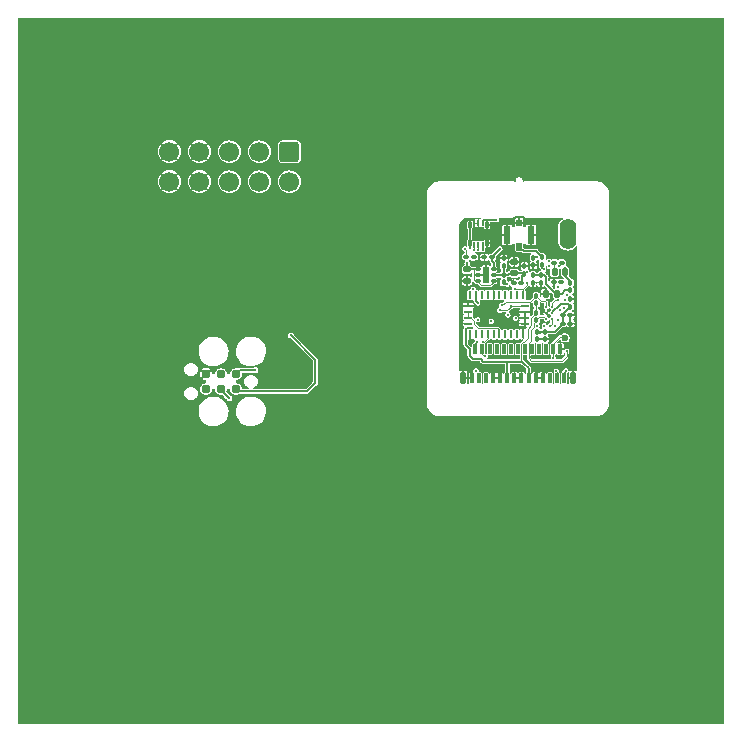
<source format=gbr>
%TF.GenerationSoftware,KiCad,Pcbnew,(7.0.0)*%
%TF.CreationDate,2023-09-14T17:34:22-04:00*%
%TF.ProjectId,headstage-neuropix2e,68656164-7374-4616-9765-2d6e6575726f,B (Beta)*%
%TF.SameCoordinates,Original*%
%TF.FileFunction,Copper,L1,Top*%
%TF.FilePolarity,Positive*%
%FSLAX46Y46*%
G04 Gerber Fmt 4.6, Leading zero omitted, Abs format (unit mm)*
G04 Created by KiCad (PCBNEW (7.0.0)) date 2023-09-14 17:34:22*
%MOMM*%
%LPD*%
G01*
G04 APERTURE LIST*
G04 Aperture macros list*
%AMRoundRect*
0 Rectangle with rounded corners*
0 $1 Rounding radius*
0 $2 $3 $4 $5 $6 $7 $8 $9 X,Y pos of 4 corners*
0 Add a 4 corners polygon primitive as box body*
4,1,4,$2,$3,$4,$5,$6,$7,$8,$9,$2,$3,0*
0 Add four circle primitives for the rounded corners*
1,1,$1+$1,$2,$3*
1,1,$1+$1,$4,$5*
1,1,$1+$1,$6,$7*
1,1,$1+$1,$8,$9*
0 Add four rect primitives between the rounded corners*
20,1,$1+$1,$2,$3,$4,$5,0*
20,1,$1+$1,$4,$5,$6,$7,0*
20,1,$1+$1,$6,$7,$8,$9,0*
20,1,$1+$1,$8,$9,$2,$3,0*%
G04 Aperture macros list end*
%TA.AperFunction,SMDPad,CuDef*%
%ADD10RoundRect,0.100000X-0.100000X0.130000X-0.100000X-0.130000X0.100000X-0.130000X0.100000X0.130000X0*%
%TD*%
%TA.AperFunction,ConnectorPad*%
%ADD11C,0.787400*%
%TD*%
%TA.AperFunction,ComponentPad*%
%ADD12O,1.400000X2.600000*%
%TD*%
%TA.AperFunction,SMDPad,CuDef*%
%ADD13RoundRect,0.100000X0.130000X0.100000X-0.130000X0.100000X-0.130000X-0.100000X0.130000X-0.100000X0*%
%TD*%
%TA.AperFunction,SMDPad,CuDef*%
%ADD14RoundRect,0.100000X-0.130000X-0.100000X0.130000X-0.100000X0.130000X0.100000X-0.130000X0.100000X0*%
%TD*%
%TA.AperFunction,SMDPad,CuDef*%
%ADD15RoundRect,0.009000X-0.081000X-0.233500X0.081000X-0.233500X0.081000X0.233500X-0.081000X0.233500X0*%
%TD*%
%TA.AperFunction,SMDPad,CuDef*%
%ADD16RoundRect,0.011500X-0.103500X-0.256000X0.103500X-0.256000X0.103500X0.256000X-0.103500X0.256000X0*%
%TD*%
%TA.AperFunction,SMDPad,CuDef*%
%ADD17R,0.254000X0.675000*%
%TD*%
%TA.AperFunction,SMDPad,CuDef*%
%ADD18R,0.675000X0.254000*%
%TD*%
%TA.AperFunction,SMDPad,CuDef*%
%ADD19R,0.500000X0.650000*%
%TD*%
%TA.AperFunction,SMDPad,CuDef*%
%ADD20R,0.600000X1.500000*%
%TD*%
%TA.AperFunction,SMDPad,CuDef*%
%ADD21R,0.500000X0.550000*%
%TD*%
%TA.AperFunction,SMDPad,CuDef*%
%ADD22RoundRect,0.140000X0.170000X-0.140000X0.170000X0.140000X-0.170000X0.140000X-0.170000X-0.140000X0*%
%TD*%
%TA.AperFunction,SMDPad,CuDef*%
%ADD23RoundRect,0.100000X0.100000X-0.130000X0.100000X0.130000X-0.100000X0.130000X-0.100000X-0.130000X0*%
%TD*%
%TA.AperFunction,SMDPad,CuDef*%
%ADD24RoundRect,0.012500X-0.187500X-0.112500X0.187500X-0.112500X0.187500X0.112500X-0.187500X0.112500X0*%
%TD*%
%TA.AperFunction,SMDPad,CuDef*%
%ADD25R,0.500000X1.400000*%
%TD*%
%TA.AperFunction,SMDPad,CuDef*%
%ADD26RoundRect,0.020000X0.180000X0.455000X-0.180000X0.455000X-0.180000X-0.455000X0.180000X-0.455000X0*%
%TD*%
%TA.AperFunction,SMDPad,CuDef*%
%ADD27RoundRect,0.015000X0.135000X0.385000X-0.135000X0.385000X-0.135000X-0.385000X0.135000X-0.385000X0*%
%TD*%
%TA.AperFunction,SMDPad,CuDef*%
%ADD28RoundRect,0.140000X-0.170000X0.140000X-0.170000X-0.140000X0.170000X-0.140000X0.170000X0.140000X0*%
%TD*%
%TA.AperFunction,SMDPad,CuDef*%
%ADD29C,0.600000*%
%TD*%
%TA.AperFunction,SMDPad,CuDef*%
%ADD30RoundRect,0.140000X0.140000X0.170000X-0.140000X0.170000X-0.140000X-0.170000X0.140000X-0.170000X0*%
%TD*%
%TA.AperFunction,ComponentPad*%
%ADD31RoundRect,0.250000X-0.600000X0.600000X-0.600000X-0.600000X0.600000X-0.600000X0.600000X0.600000X0*%
%TD*%
%TA.AperFunction,ComponentPad*%
%ADD32C,1.700000*%
%TD*%
%TA.AperFunction,SMDPad,CuDef*%
%ADD33C,0.225000*%
%TD*%
%TA.AperFunction,SMDPad,CuDef*%
%ADD34RoundRect,0.050000X-0.200000X-0.250000X0.200000X-0.250000X0.200000X0.250000X-0.200000X0.250000X0*%
%TD*%
%TA.AperFunction,ViaPad*%
%ADD35C,0.250000*%
%TD*%
%TA.AperFunction,ViaPad*%
%ADD36C,0.300000*%
%TD*%
%TA.AperFunction,Conductor*%
%ADD37C,0.200000*%
%TD*%
%TA.AperFunction,Conductor*%
%ADD38C,0.100000*%
%TD*%
%TA.AperFunction,Conductor*%
%ADD39C,0.172000*%
%TD*%
%TA.AperFunction,Conductor*%
%ADD40C,0.150000*%
%TD*%
G04 APERTURE END LIST*
D10*
%TO.P,R6,1*%
%TO.N,+1V8*%
X141225000Y-86880000D03*
%TO.P,R6,2*%
%TO.N,Net-(U3-MODE)*%
X141225000Y-87520000D03*
%TD*%
D11*
%TO.P,J5,1,VCC*%
%TO.N,+4V*%
X118560000Y-95265000D03*
%TO.P,J5,2,SWDIO*%
%TO.N,/Neuropixels 2.0/SDA*%
X118560000Y-96535000D03*
%TO.P,J5,3,~{RESET}*%
%TO.N,unconnected-(J5-~{RESET}-Pad3)*%
X117290000Y-95265000D03*
%TO.P,J5,4,SWCLK*%
%TO.N,/Neuropixels 2.0/SCL*%
X117290000Y-96535000D03*
%TO.P,J5,5,GND*%
%TO.N,GND*%
X116020000Y-95265000D03*
%TO.P,J5,6,SWO*%
%TO.N,unconnected-(J5-SWO-Pad6)*%
X116020000Y-96535000D03*
%TD*%
D12*
%TO.P,TP2,1,1*%
%TO.N,/Neuropixels 2.0/NP_{TP0}*%
X146634999Y-83419999D03*
%TD*%
D13*
%TO.P,C13,1*%
%TO.N,+1V8*%
X142695000Y-87550000D03*
%TO.P,C13,2*%
%TO.N,GND*%
X142055000Y-87550000D03*
%TD*%
D14*
%TO.P,R3,1*%
%TO.N,Net-(D1-K)*%
X145505000Y-85850000D03*
%TO.P,R3,2*%
%TO.N,Net-(U3-GPIO3{slash}CLKIN)*%
X146145000Y-85850000D03*
%TD*%
D15*
%TO.P,J6,1,Pin_1*%
%TO.N,/Neuropixels 2.0/SCL*%
X138735000Y-84340000D03*
%TO.P,J6,2,Pin_2*%
%TO.N,GND*%
X138735000Y-82520000D03*
%TO.P,J6,3,Pin_3*%
%TO.N,/Neuropixels 2.0/SDA*%
X139085000Y-84340000D03*
%TO.P,J6,4,Pin_4*%
%TO.N,GND*%
X139085000Y-82520000D03*
%TO.P,J6,5,Pin_5*%
%TO.N,+1V8*%
X139435000Y-84340000D03*
%TO.P,J6,6,Pin_6*%
%TO.N,+2V5*%
X139435000Y-82520000D03*
D16*
%TO.P,J6,MP1,MountPin1*%
%TO.N,+4V*%
X138360000Y-84195000D03*
%TO.P,J6,MP2,MountPin2*%
X138360000Y-82665000D03*
%TO.P,J6,MP3,MountPin3*%
%TO.N,GND*%
X139810000Y-84195000D03*
%TO.P,J6,MP4,MountPin4*%
X139810000Y-82665000D03*
%TD*%
D17*
%TO.P,U7,1,PIN1*%
%TO.N,unconnected-(U7-PIN1-Pad1)*%
X138362499Y-88587499D03*
D18*
%TO.P,U7,2,GND*%
%TO.N,GND*%
X138224999Y-89499999D03*
%TO.P,U7,3,VDD*%
%TO.N,+2V5*%
X138224999Y-89999999D03*
%TO.P,U7,4,~{BOOT_LOAD_PIN}*%
X138224999Y-90499999D03*
%TO.P,U7,5,PS1*%
%TO.N,GND*%
X138224999Y-90999999D03*
D17*
%TO.P,U7,6,PS0*%
X138362499Y-91912499D03*
%TO.P,U7,7,PIN7*%
%TO.N,unconnected-(U7-PIN7-Pad7)*%
X138862499Y-91912499D03*
%TO.P,U7,8,PIN8*%
%TO.N,unconnected-(U7-PIN8-Pad8)*%
X139362499Y-91912499D03*
%TO.P,U7,9,CAP*%
%TO.N,Net-(U7-CAP)*%
X139862499Y-91912499D03*
%TO.P,U7,10,BL_IND*%
%TO.N,unconnected-(U7-BL_IND-Pad10)*%
X140362499Y-91912499D03*
%TO.P,U7,11,~{RESET}*%
%TO.N,+2V5*%
X140862499Y-91912499D03*
%TO.P,U7,12,PIN12*%
%TO.N,unconnected-(U7-PIN12-Pad12)*%
X141362499Y-91912499D03*
%TO.P,U7,13,PIN13*%
%TO.N,unconnected-(U7-PIN13-Pad13)*%
X141862499Y-91912499D03*
%TO.P,U7,14,INT*%
%TO.N,unconnected-(U7-INT-Pad14)*%
X142362499Y-91912499D03*
%TO.P,U7,15,GNDIO*%
%TO.N,GND*%
X142862499Y-91912499D03*
D18*
%TO.P,U7,16,GNDIO*%
X142999999Y-90999999D03*
%TO.P,U7,17,COM3*%
X142999999Y-90499999D03*
%TO.P,U7,18,COM2*%
X142999999Y-89999999D03*
%TO.P,U7,19,COM1*%
%TO.N,/Neuropixels 2.0/SCL*%
X142999999Y-89499999D03*
D17*
%TO.P,U7,20,COM0*%
%TO.N,/Neuropixels 2.0/SDA*%
X142862499Y-88587499D03*
%TO.P,U7,21,PIN21*%
%TO.N,unconnected-(U7-PIN21-Pad21)*%
X142362499Y-88587499D03*
%TO.P,U7,22,PIN22*%
%TO.N,unconnected-(U7-PIN22-Pad22)*%
X141862499Y-88587499D03*
%TO.P,U7,23,PIN23*%
%TO.N,unconnected-(U7-PIN23-Pad23)*%
X141362499Y-88587499D03*
%TO.P,U7,24,PIN24*%
%TO.N,unconnected-(U7-PIN24-Pad24)*%
X140862499Y-88587499D03*
%TO.P,U7,25,GNDIO*%
%TO.N,GND*%
X140362499Y-88587499D03*
%TO.P,U7,26,XOUT32*%
%TO.N,unconnected-(U7-XOUT32-Pad26)*%
X139862499Y-88587499D03*
%TO.P,U7,27,XIN32*%
%TO.N,unconnected-(U7-XIN32-Pad27)*%
X139362499Y-88587499D03*
%TO.P,U7,28,VDDIO*%
%TO.N,+1V8*%
X138862499Y-88587499D03*
%TD*%
D19*
%TO.P,J1,1,In*%
%TO.N,/DC Tap & Regulation/RF+DC*%
X142524999Y-84474999D03*
D20*
%TO.P,J1,2,Ext*%
%TO.N,GND*%
X141524999Y-83499999D03*
D21*
X142524999Y-82474999D03*
D20*
X143524999Y-83499999D03*
%TD*%
D22*
%TO.P,C15,1*%
%TO.N,+1V8*%
X142125000Y-86730000D03*
%TO.P,C15,2*%
%TO.N,GND*%
X142125000Y-85770000D03*
%TD*%
D12*
%TO.P,TP1,1,1*%
%TO.N,GND*%
X144954999Y-83419999D03*
%TD*%
D13*
%TO.P,R1,1*%
%TO.N,+4V*%
X138695000Y-85350000D03*
%TO.P,R1,2*%
%TO.N,Net-(L1-Pad2)*%
X138055000Y-85350000D03*
%TD*%
D10*
%TO.P,C17,1*%
%TO.N,Net-(#FLG04-pwr)*%
X143685000Y-86890000D03*
%TO.P,C17,2*%
%TO.N,GND*%
X143685000Y-87530000D03*
%TD*%
D23*
%TO.P,C14,1*%
%TO.N,+1V8*%
X142975000Y-86770000D03*
%TO.P,C14,2*%
%TO.N,GND*%
X142975000Y-86130000D03*
%TD*%
%TO.P,C22,1*%
%TO.N,+1V8*%
X146875000Y-89570000D03*
%TO.P,C22,2*%
%TO.N,GND*%
X146875000Y-88930000D03*
%TD*%
D10*
%TO.P,C9,1*%
%TO.N,+1V8*%
X144725000Y-91680000D03*
%TO.P,C9,2*%
%TO.N,GND*%
X144725000Y-92320000D03*
%TD*%
D14*
%TO.P,C7,1*%
%TO.N,+1V8*%
X146225000Y-90300000D03*
%TO.P,C7,2*%
%TO.N,GND*%
X146865000Y-90300000D03*
%TD*%
D13*
%TO.P,C2,1*%
%TO.N,+2V5*%
X140225000Y-85400000D03*
%TO.P,C2,2*%
%TO.N,GND*%
X139585000Y-85400000D03*
%TD*%
D24*
%TO.P,U1,1,VIN*%
%TO.N,+4V*%
X139075000Y-86400000D03*
%TO.P,U1,2,GND*%
%TO.N,GND*%
X139075000Y-86900000D03*
%TO.P,U1,3,EN2*%
%TO.N,+4V*%
X139075000Y-87400000D03*
%TO.P,U1,4,EN1*%
X140375000Y-87400000D03*
%TO.P,U1,5,VOUT2*%
%TO.N,+1V8*%
X140375000Y-86900000D03*
%TO.P,U1,6,VOUT1*%
%TO.N,+2V5*%
X140375000Y-86400000D03*
D25*
%TO.P,U1,7,GND*%
%TO.N,GND*%
X139724999Y-86899999D03*
%TD*%
D26*
%TO.P,J2,MP,MountPin*%
%TO.N,GND*%
X147060000Y-95590000D03*
X137790000Y-95590000D03*
D27*
%TO.P,J2,27,Pin_27*%
%TO.N,/Neuropixels 2.0/NP_{TP0}*%
X146325000Y-95635000D03*
%TO.P,J2,26,Pin_26*%
%TO.N,GND*%
X146025000Y-93165000D03*
%TO.P,J2,25,Pin_25*%
%TO.N,/Neuropixels 2.0/NP_{~{RST}}*%
X145725000Y-95635000D03*
%TO.P,J2,24,Pin_24*%
%TO.N,/Neuropixels 2.0/NP_{TP1}*%
X145425000Y-93165000D03*
%TO.P,J2,23,Pin_23*%
%TO.N,/Neuropixels 2.0/NP_{~{MUXRST}}*%
X145125000Y-95635000D03*
%TO.P,J2,22,Pin_22*%
%TO.N,/Neuropixels 2.0/D0*%
X144825000Y-93165000D03*
%TO.P,J2,21,Pin_21*%
%TO.N,GND*%
X144525000Y-95635000D03*
%TO.P,J2,20,Pin_20*%
%TO.N,/Neuropixels 2.0/D1*%
X144225000Y-93165000D03*
%TO.P,J2,19,Pin_19*%
%TO.N,GND*%
X143925000Y-95635000D03*
%TO.P,J2,18,Pin_18*%
%TO.N,/Neuropixels 2.0/D2*%
X143625000Y-93165000D03*
%TO.P,J2,17,Pin_17*%
%TO.N,+1.8VA*%
X143325000Y-95635000D03*
%TO.P,J2,16,Pin_16*%
%TO.N,/Neuropixels 2.0/D3*%
X143025000Y-93165000D03*
%TO.P,J2,15,Pin_15*%
%TO.N,GND*%
X142725000Y-95635000D03*
%TO.P,J2,14,Pin_14*%
%TO.N,/Neuropixels 2.0/PCLK*%
X142425000Y-93165000D03*
%TO.P,J2,13,Pin_13*%
%TO.N,GND*%
X142125000Y-95635000D03*
%TO.P,J2,12,Pin_12*%
%TO.N,/Neuropixels 2.0/D4*%
X141825000Y-93165000D03*
%TO.P,J2,11,Pin_11*%
%TO.N,+1.8VA*%
X141525000Y-95635000D03*
%TO.P,J2,10,Pin_10*%
%TO.N,/Neuropixels 2.0/D5*%
X141225000Y-93165000D03*
%TO.P,J2,9,Pin_9*%
%TO.N,GND*%
X140925000Y-95635000D03*
%TO.P,J2,8,Pin_8*%
%TO.N,/Neuropixels 2.0/D6*%
X140625000Y-93165000D03*
%TO.P,J2,7,Pin_7*%
%TO.N,GND*%
X140325000Y-95635000D03*
%TO.P,J2,6,Pin_6*%
%TO.N,/Neuropixels 2.0/D7*%
X140025000Y-93165000D03*
%TO.P,J2,5,Pin_5*%
%TO.N,/Neuropixels 2.0/NP_{~{MUXRST}}*%
X139725000Y-95635000D03*
%TO.P,J2,4,Pin_4*%
%TO.N,/Neuropixels 2.0/SCL*%
X139425000Y-93165000D03*
%TO.P,J2,3,Pin_3*%
%TO.N,/Neuropixels 2.0/NP_{~{RST}}*%
X139125000Y-95635000D03*
%TO.P,J2,2,Pin_2*%
%TO.N,/Neuropixels 2.0/SDA_{A}*%
X138825000Y-93165000D03*
%TO.P,J2,1,Pin_1*%
%TO.N,GND*%
X138525000Y-95635000D03*
%TD*%
D10*
%TO.P,R10,1*%
%TO.N,+1.8VA*%
X143985000Y-90070000D03*
%TO.P,R10,2*%
%TO.N,/Neuropixels 2.0/SDA_{B}*%
X143985000Y-90710000D03*
%TD*%
D23*
%TO.P,L4,1,1*%
%TO.N,Net-(#FLG04-pwr)*%
X146855000Y-88170000D03*
%TO.P,L4,2,2*%
%TO.N,+1V8*%
X146855000Y-87530000D03*
%TD*%
%TO.P,C19,1*%
%TO.N,Net-(U3-DOUTP)*%
X144475000Y-86020000D03*
%TO.P,C19,2*%
%TO.N,/DC Tap & Regulation/RF+DC*%
X144475000Y-85380000D03*
%TD*%
D14*
%TO.P,C6,1*%
%TO.N,+1V8*%
X146225000Y-91000000D03*
%TO.P,C6,2*%
%TO.N,GND*%
X146865000Y-91000000D03*
%TD*%
D10*
%TO.P,C16,1*%
%TO.N,Net-(#FLG04-pwr)*%
X144385000Y-86890000D03*
%TO.P,C16,2*%
%TO.N,GND*%
X144385000Y-87530000D03*
%TD*%
D28*
%TO.P,C3,1*%
%TO.N,+4V*%
X138125000Y-86420000D03*
%TO.P,C3,2*%
%TO.N,GND*%
X138125000Y-87380000D03*
%TD*%
D23*
%TO.P,C1,1*%
%TO.N,+1V8*%
X141225000Y-86120000D03*
%TO.P,C1,2*%
%TO.N,GND*%
X141225000Y-85480000D03*
%TD*%
D29*
%TO.P,TP3,1,1*%
%TO.N,/Neuropixels 2.0/NP_{TP1}*%
X146393000Y-92195000D03*
%TD*%
D10*
%TO.P,C8,1*%
%TO.N,+1V8*%
X144025000Y-91680000D03*
%TO.P,C8,2*%
%TO.N,GND*%
X144025000Y-92320000D03*
%TD*%
D30*
%TO.P,C18,1*%
%TO.N,Net-(#FLG04-pwr)*%
X145735000Y-88470000D03*
%TO.P,C18,2*%
%TO.N,GND*%
X144775000Y-88470000D03*
%TD*%
D10*
%TO.P,R7,1*%
%TO.N,/Serializer/Dout-*%
X143725000Y-85430000D03*
%TO.P,R7,2*%
%TO.N,GND*%
X143725000Y-86070000D03*
%TD*%
D31*
%TO.P,J4,1,Pin_1*%
%TO.N,+4V*%
X123080000Y-76447500D03*
D32*
%TO.P,J4,2,Pin_2*%
X123080000Y-78987500D03*
%TO.P,J4,3,Pin_3*%
%TO.N,/Neuropixels 2.0/SCL*%
X120540000Y-76447500D03*
%TO.P,J4,4,Pin_4*%
X120540000Y-78987500D03*
%TO.P,J4,5,Pin_5*%
%TO.N,/Neuropixels 2.0/SDA*%
X118000000Y-76447500D03*
%TO.P,J4,6,Pin_6*%
X118000000Y-78987500D03*
%TO.P,J4,7,Pin_7*%
%TO.N,GND*%
X115460000Y-76447500D03*
%TO.P,J4,8,Pin_8*%
X115460000Y-78987500D03*
%TO.P,J4,9,Pin_9*%
X112920000Y-76447500D03*
%TO.P,J4,10,Pin_10*%
X112920000Y-78987500D03*
%TD*%
D33*
%TO.P,U4,A1,NO*%
%TO.N,/Neuropixels 2.0/SDA_{A}*%
X144815000Y-89610000D03*
%TO.P,U4,A2,IN*%
%TO.N,/Neuropixels 2.0/NP_{Select}*%
X145315000Y-89610000D03*
%TO.P,U4,B1,GND*%
%TO.N,GND*%
X144815000Y-90110000D03*
%TO.P,U4,B2,V+*%
%TO.N,+1V8*%
X145315000Y-90110000D03*
%TO.P,U4,C1,NC*%
%TO.N,/Neuropixels 2.0/SDA_{B}*%
X144815000Y-90610000D03*
%TO.P,U4,C2,COM*%
%TO.N,/Neuropixels 2.0/SDA*%
X145315000Y-90610000D03*
%TD*%
D34*
%TO.P,D1,1,K*%
%TO.N,Net-(D1-K)*%
X145525000Y-86650000D03*
%TO.P,D1,2,A*%
%TO.N,+1V8*%
X146425000Y-86650000D03*
%TD*%
D13*
%TO.P,R4,1*%
%TO.N,/Neuropixels 2.0/NP_{Select}*%
X146095000Y-87500000D03*
%TO.P,R4,2*%
%TO.N,GND*%
X145455000Y-87500000D03*
%TD*%
D23*
%TO.P,R9,1*%
%TO.N,+1.8VA*%
X143975000Y-89290000D03*
%TO.P,R9,2*%
%TO.N,/Neuropixels 2.0/SDA_{A}*%
X143975000Y-88650000D03*
%TD*%
D35*
%TO.N,GND*%
X143636000Y-83830000D03*
X147064500Y-85492000D03*
%TO.N,Net-(U3-DOUTP)*%
X144610474Y-86416271D03*
%TO.N,GND*%
X142238584Y-85504971D03*
X140869000Y-90928000D03*
X145953000Y-93861000D03*
%TO.N,/Neuropixels 2.0/SDA*%
X145162623Y-91188377D03*
%TO.N,/Neuropixels 2.0/SDA_{B}*%
X146544000Y-93341000D03*
%TO.N,/Neuropixels 2.0/NP_{TP1}*%
X145417601Y-93890601D03*
%TO.N,/Neuropixels 2.0/SCL*%
X141846000Y-89545500D03*
%TO.N,GND*%
X139395000Y-83656000D03*
X138859000Y-83670000D03*
X146329500Y-85430109D03*
X137890500Y-88930000D03*
X142125000Y-95650000D03*
X142725000Y-94725500D03*
D36*
X156300000Y-121900000D03*
D35*
X142040000Y-94725500D03*
X139816562Y-87440904D03*
X139800000Y-88025498D03*
X145475000Y-87550000D03*
X143970000Y-94720000D03*
X139445000Y-90900000D03*
D36*
X139900000Y-106500000D03*
D35*
X143960000Y-88180000D03*
X142525000Y-82475000D03*
X137915500Y-87943311D03*
X139470000Y-89250000D03*
D36*
X135640000Y-73600000D03*
D35*
X144458000Y-90722000D03*
X143050000Y-84559500D03*
X137790000Y-95590000D03*
X147060000Y-95590000D03*
X141530000Y-93780000D03*
X140033000Y-83672000D03*
X144880000Y-94720000D03*
X145765000Y-84891000D03*
X143152225Y-85674051D03*
X144755000Y-88270000D03*
X138360000Y-91900000D03*
X139025000Y-90250000D03*
X141610000Y-88040000D03*
X144465000Y-89370000D03*
X144525000Y-95650000D03*
X143025000Y-90500000D03*
X143925000Y-95650000D03*
X139620000Y-94750000D03*
X139150000Y-86900000D03*
X140925000Y-95650000D03*
X140111601Y-92511601D03*
X142019000Y-82599300D03*
X143845000Y-93830000D03*
X140310000Y-93780000D03*
X137880000Y-89500000D03*
X137810700Y-83680000D03*
X139925000Y-90200000D03*
X144755000Y-88610000D03*
X140325000Y-95650000D03*
X138525000Y-94750000D03*
D36*
X126680000Y-71747500D03*
X156700000Y-69100000D03*
X155800000Y-87500000D03*
D35*
X141313000Y-84798000D03*
X143725000Y-87600000D03*
X144565000Y-93780000D03*
X144815000Y-90110000D03*
X142775000Y-85400000D03*
X141395000Y-84090000D03*
X140450500Y-87830000D03*
X147070000Y-94510000D03*
X143285000Y-88250000D03*
X144385000Y-87530000D03*
X147067500Y-86488000D03*
D36*
X107600000Y-104500000D03*
X103100000Y-122100000D03*
D35*
X142264000Y-93877000D03*
X139463000Y-89867000D03*
X143000000Y-91244500D03*
X140880000Y-94720000D03*
X143385000Y-88770000D03*
X144909000Y-84978000D03*
X139020000Y-94380000D03*
D36*
X105450000Y-70470000D03*
D35*
X142725000Y-95650000D03*
X137955000Y-94170000D03*
X142355000Y-91170000D03*
D36*
X145200000Y-72300000D03*
D35*
X137975000Y-87440000D03*
D36*
X154200000Y-101500000D03*
D35*
X141625000Y-87249500D03*
D36*
X103900000Y-84800000D03*
X130200000Y-99700000D03*
D35*
X141925000Y-85020000D03*
X137764181Y-91279454D03*
X137947000Y-93305000D03*
X139859264Y-86450000D03*
%TO.N,+1V8*%
X139435000Y-84730000D03*
X139025000Y-89250000D03*
X146390891Y-86253101D03*
X138636680Y-88080474D03*
X144248000Y-91774000D03*
X143157963Y-86612963D03*
X140775000Y-86900000D03*
X146425000Y-86940000D03*
X145957485Y-89396611D03*
X139017000Y-90668000D03*
%TO.N,/Neuropixels 2.0/PCLK*%
X141580000Y-90270000D03*
X142425000Y-93150000D03*
%TO.N,/Neuropixels 2.0/SDA_{A}*%
X138980000Y-92530000D03*
X141070000Y-89460000D03*
%TO.N,+4V*%
X138640419Y-85475200D03*
X138124999Y-85890001D03*
D36*
X120200000Y-94945000D03*
D35*
X138355000Y-84600000D03*
D36*
%TO.N,/Neuropixels 2.0/SCL*%
X118000000Y-97340000D03*
D35*
X140165000Y-90820000D03*
X145087061Y-86139374D03*
X138735000Y-84740000D03*
X139642609Y-93772609D03*
X140890500Y-89857389D03*
%TO.N,/Neuropixels 2.0/D7*%
X144039000Y-91196000D03*
X140025000Y-93150000D03*
%TO.N,Net-(L1-Pad2)*%
X137921788Y-84655700D03*
%TO.N,/Neuropixels 2.0/D6*%
X144657623Y-91183377D03*
X140625000Y-93150000D03*
%TO.N,/Neuropixels 2.0/D5*%
X141225000Y-93150000D03*
X145581000Y-91166314D03*
%TO.N,/Neuropixels 2.0/D4*%
X141825000Y-93150000D03*
X145855500Y-90672278D03*
%TO.N,/Neuropixels 2.0/D3*%
X143025000Y-93150000D03*
X145945500Y-89880356D03*
%TO.N,/Neuropixels 2.0/D2*%
X146316587Y-89669500D03*
X143625000Y-93150000D03*
%TO.N,/Neuropixels 2.0/D1*%
X146450500Y-89020000D03*
X144225000Y-93150000D03*
%TO.N,/Neuropixels 2.0/D0*%
X146558524Y-88558259D03*
X144834000Y-93406000D03*
%TO.N,/DC Tap & Regulation/RF+DC*%
X142525000Y-84475000D03*
%TO.N,/Neuropixels 2.0/NP_{TP0}*%
X138875000Y-94980000D03*
X146460000Y-95000000D03*
%TO.N,/Neuropixels 2.0/SDA*%
X142220000Y-90550000D03*
X143175250Y-87580000D03*
X142169964Y-88035277D03*
X139085000Y-84730000D03*
D36*
X123200000Y-92000000D03*
D35*
X145033000Y-85713000D03*
D36*
X125255000Y-96035000D03*
D35*
%TO.N,Net-(#FLG04-pwr)*%
X144809500Y-87580498D03*
%TO.N,/Neuropixels 2.0/NP_{Select}*%
X145801000Y-89004500D03*
X146074000Y-87516000D03*
%TO.N,+2V5*%
X140375000Y-86400000D03*
X140893349Y-84655502D03*
X140610000Y-82204300D03*
X138215000Y-89990000D03*
%TO.N,Net-(U7-CAP)*%
X139440000Y-92527000D03*
%TO.N,Net-(U3-GPIO3{slash}CLKIN)*%
X145893368Y-86146332D03*
X145799500Y-87935500D03*
%TO.N,Net-(U3-MODE)*%
X141477000Y-87650000D03*
%TO.N,+1.8VA*%
X141525000Y-95650000D03*
X138573327Y-91366735D03*
X143325000Y-95650000D03*
%TO.N,/Serializer/Dout-*%
X144025000Y-85380000D03*
%TO.N,/Neuropixels 2.0/NP_{~{RST}}*%
X145725000Y-95650000D03*
X139125000Y-95650000D03*
X145675000Y-95046446D03*
%TO.N,/Neuropixels 2.0/NP_{~{MUXRST}}*%
X139725000Y-95650000D03*
X145125000Y-95650000D03*
%TD*%
D37*
%TO.N,+1V8*%
X146425000Y-86287210D02*
X146425000Y-86650000D01*
X146390891Y-86253101D02*
X146425000Y-86287210D01*
D38*
%TO.N,Net-(U3-GPIO3{slash}CLKIN)*%
X146145000Y-85894700D02*
X146145000Y-85850000D01*
X145893368Y-86146332D02*
X146145000Y-85894700D01*
D39*
%TO.N,Net-(U3-DOUTP)*%
X144610474Y-86416271D02*
X144475000Y-86280797D01*
X144475000Y-86280797D02*
X144475000Y-86020000D01*
D37*
%TO.N,Net-(#FLG04-pwr)*%
X145645000Y-88470000D02*
X145735000Y-88470000D01*
X144809500Y-87634500D02*
X145645000Y-88470000D01*
X144809500Y-87580498D02*
X144809500Y-87634500D01*
X144809500Y-87580498D02*
X144809500Y-87074500D01*
X144615000Y-86880000D02*
X143725000Y-86880000D01*
X144809500Y-87074500D02*
X144615000Y-86880000D01*
%TO.N,GND*%
X142125000Y-85220000D02*
X142125000Y-85770000D01*
X141925000Y-85020000D02*
X142125000Y-85220000D01*
%TO.N,+1V8*%
X142770000Y-87475000D02*
X142695000Y-87550000D01*
X142770000Y-86975000D02*
X142770000Y-87475000D01*
X142975000Y-86770000D02*
X142770000Y-86975000D01*
D38*
%TO.N,GND*%
X142862500Y-91912500D02*
X142862500Y-92230500D01*
X142862500Y-92230500D02*
X142652500Y-92440500D01*
%TO.N,+2V5*%
X138460091Y-90500000D02*
X138225000Y-90500000D01*
X138724546Y-91056546D02*
X138724546Y-90764454D01*
X139081000Y-91413000D02*
X138724546Y-91056546D01*
X138724546Y-90764454D02*
X138460091Y-90500000D01*
X140862500Y-91527500D02*
X140748000Y-91413000D01*
X140862500Y-91912500D02*
X140862500Y-91527500D01*
X140748000Y-91413000D02*
X139081000Y-91413000D01*
%TO.N,Net-(U7-CAP)*%
X139862500Y-92222500D02*
X139862500Y-91912500D01*
X139558000Y-92527000D02*
X139862500Y-92222500D01*
X139440000Y-92527000D02*
X139558000Y-92527000D01*
D37*
%TO.N,+1.8VA*%
X142960000Y-94391000D02*
X142794000Y-94225000D01*
X141525000Y-94225000D02*
X142526000Y-94225000D01*
X142526000Y-94225000D02*
X142710000Y-94225000D01*
X142794000Y-94225000D02*
X142526000Y-94225000D01*
X142960000Y-94391000D02*
X143325000Y-94756000D01*
X142835000Y-94266000D02*
X142960000Y-94391000D01*
X143325000Y-95650000D02*
X143325000Y-94756000D01*
%TO.N,+1V8*%
X145545000Y-91680000D02*
X144725000Y-91680000D01*
X146225000Y-91000000D02*
X145545000Y-91680000D01*
D38*
%TO.N,/Neuropixels 2.0/SDA*%
X145315000Y-91036000D02*
X145162623Y-91188377D01*
X145315000Y-90610000D02*
X145315000Y-91036000D01*
%TO.N,/Neuropixels 2.0/SDA_{B}*%
X144652000Y-90447000D02*
X144815000Y-90610000D01*
X143985000Y-90710000D02*
X144248000Y-90447000D01*
X144248000Y-90447000D02*
X144652000Y-90447000D01*
%TO.N,+1.8VA*%
X143539000Y-90516000D02*
X143985000Y-90070000D01*
X143241000Y-92257000D02*
X143241000Y-91454000D01*
X142865327Y-92571327D02*
X142926673Y-92571327D01*
X142725000Y-92711655D02*
X142865327Y-92571327D01*
X142725000Y-94210000D02*
X142725000Y-92711655D01*
X142710000Y-94225000D02*
X142725000Y-94210000D01*
X142926673Y-92571327D02*
X143241000Y-92257000D01*
X143241000Y-91454000D02*
X143539000Y-91156000D01*
X143539000Y-91156000D02*
X143539000Y-90516000D01*
%TO.N,/Neuropixels 2.0/SDA_{B}*%
X146544000Y-93782000D02*
X146544000Y-93341000D01*
X146160399Y-94165601D02*
X146544000Y-93782000D01*
X143325000Y-93936000D02*
X143554601Y-94165601D01*
X143325000Y-92670000D02*
X143325000Y-93936000D01*
X143525000Y-92470000D02*
X143325000Y-92670000D01*
X143554601Y-94165601D02*
X146160399Y-94165601D01*
X143525000Y-91528000D02*
X143525000Y-92470000D01*
X143764000Y-91289000D02*
X143525000Y-91528000D01*
X143764000Y-90931000D02*
X143764000Y-91289000D01*
X143985000Y-90710000D02*
X143764000Y-90931000D01*
%TO.N,+1.8VA*%
X143975000Y-90060000D02*
X143985000Y-90070000D01*
X143975000Y-89290000D02*
X143975000Y-90060000D01*
D37*
X139290000Y-94010000D02*
X139505000Y-94225000D01*
X138635000Y-94010000D02*
X139290000Y-94010000D01*
X138350000Y-93155380D02*
X138350000Y-93725000D01*
X138350000Y-93725000D02*
X138635000Y-94010000D01*
X138014265Y-92819645D02*
X138350000Y-93155380D01*
X138133765Y-91366735D02*
X138014265Y-91486235D01*
X139505000Y-94225000D02*
X141525000Y-94225000D01*
X138573327Y-91366735D02*
X138133765Y-91366735D01*
X138014265Y-91486235D02*
X138014265Y-92819645D01*
%TO.N,+1V8*%
X145957485Y-89409457D02*
X145315000Y-90051942D01*
X145957485Y-89396611D02*
X145957485Y-89409457D01*
X145315000Y-90051942D02*
X145315000Y-90110000D01*
X146650000Y-89345000D02*
X146875000Y-89570000D01*
X146009096Y-89345000D02*
X146650000Y-89345000D01*
X145957485Y-89396611D02*
X146009096Y-89345000D01*
D38*
%TO.N,/Neuropixels 2.0/NP_{TP1}*%
X145425000Y-93883202D02*
X145425000Y-93165000D01*
X145417601Y-93890601D02*
X145425000Y-93883202D01*
X145995000Y-92140000D02*
X145425000Y-92710000D01*
X146355000Y-92140000D02*
X145995000Y-92140000D01*
%TO.N,/Neuropixels 2.0/NP_{Select}*%
X145315000Y-89290000D02*
X145315000Y-89610000D01*
X145600500Y-89004500D02*
X145315000Y-89290000D01*
X145801000Y-89004500D02*
X145600500Y-89004500D01*
%TO.N,Net-(U3-MODE)*%
X141355000Y-87650000D02*
X141225000Y-87520000D01*
X141477000Y-87650000D02*
X141355000Y-87650000D01*
%TO.N,+1V8*%
X144342000Y-91680000D02*
X144385000Y-91680000D01*
X144248000Y-91774000D02*
X144342000Y-91680000D01*
D37*
X146266000Y-90959000D02*
X146225000Y-91000000D01*
X146266000Y-90341000D02*
X146266000Y-90959000D01*
X146225000Y-90300000D02*
X146266000Y-90341000D01*
D38*
%TO.N,/Neuropixels 2.0/SCL*%
X141896000Y-89500000D02*
X143000000Y-89500000D01*
X141538611Y-89857389D02*
X141896000Y-89500000D01*
X140890500Y-89857389D02*
X141538611Y-89857389D01*
D37*
%TO.N,GND*%
X139725000Y-86584264D02*
X139859264Y-86450000D01*
X141754500Y-87249500D02*
X141625000Y-87249500D01*
X139725000Y-86900000D02*
X139725000Y-86584264D01*
D40*
X138525000Y-95650000D02*
X138525000Y-94750000D01*
D37*
X142055000Y-87550000D02*
X141754500Y-87249500D01*
%TO.N,+1V8*%
X141585000Y-86880000D02*
X141735000Y-86730000D01*
X146225000Y-90300000D02*
X146225000Y-90220000D01*
X141225000Y-86880000D02*
X141585000Y-86880000D01*
X144385000Y-91680000D02*
X144725000Y-91680000D01*
D40*
X139435000Y-84340000D02*
X139435000Y-84730000D01*
D37*
X141225000Y-86120000D02*
X141225000Y-86880000D01*
D38*
X146855000Y-87460000D02*
X146855000Y-87370000D01*
D37*
X144025000Y-91680000D02*
X144385000Y-91680000D01*
X146855000Y-87370000D02*
X146855000Y-87530000D01*
X142935000Y-86730000D02*
X142975000Y-86770000D01*
X141735000Y-86730000D02*
X142125000Y-86730000D01*
X143132037Y-86612963D02*
X142975000Y-86770000D01*
D38*
X146855000Y-87530000D02*
X146855000Y-87460000D01*
D37*
X146425000Y-86940000D02*
X146425000Y-86650000D01*
X146855000Y-87540000D02*
X146855000Y-87460000D01*
X146425000Y-86940000D02*
X146855000Y-87370000D01*
X146225000Y-90220000D02*
X146875000Y-89570000D01*
X138862500Y-89087500D02*
X139025000Y-89250000D01*
X143157963Y-86612963D02*
X143132037Y-86612963D01*
X142125000Y-86730000D02*
X142935000Y-86730000D01*
X140375000Y-86900000D02*
X141205000Y-86900000D01*
X141205000Y-86900000D02*
X141225000Y-86880000D01*
X138862500Y-88587500D02*
X138862500Y-89087500D01*
D38*
%TO.N,Net-(D1-K)*%
X145505000Y-86630000D02*
X145525000Y-86650000D01*
X145505000Y-85850000D02*
X145505000Y-86630000D01*
%TO.N,/Neuropixels 2.0/SDA_{A}*%
X144395000Y-89070000D02*
X144685000Y-89070000D01*
X143485000Y-89140000D02*
X141390000Y-89140000D01*
X144685000Y-89070000D02*
X144815000Y-89200000D01*
X144815000Y-89200000D02*
X144815000Y-89610000D01*
X138980000Y-92530000D02*
X138825000Y-92685000D01*
X141390000Y-89140000D02*
X141070000Y-89460000D01*
X143975000Y-88650000D02*
X143485000Y-89140000D01*
X143975000Y-88650000D02*
X144395000Y-89070000D01*
X138825000Y-92685000D02*
X138825000Y-93150000D01*
%TO.N,+4V*%
X138810000Y-87400000D02*
X139075000Y-87400000D01*
D37*
X138361200Y-84593800D02*
X138361200Y-82665000D01*
X138125000Y-85890002D02*
X138124999Y-85890001D01*
D38*
X139075000Y-87500000D02*
X139325000Y-87750000D01*
X138695000Y-87285000D02*
X138810000Y-87400000D01*
X138355000Y-84200000D02*
X138360000Y-84195000D01*
D37*
X120200000Y-94945000D02*
X118875000Y-94945000D01*
X138125000Y-86420000D02*
X138745000Y-86420000D01*
D38*
X139075000Y-87400000D02*
X139075000Y-87500000D01*
D37*
X138745000Y-86420000D02*
X139055000Y-86420000D01*
D38*
X138355000Y-84600000D02*
X138355000Y-84200000D01*
D37*
X138125000Y-86420000D02*
X138125000Y-85890002D01*
X118875000Y-94945000D02*
X118555000Y-95265000D01*
X139055000Y-86420000D02*
X139075000Y-86400000D01*
X138355000Y-84600000D02*
X138361200Y-84593800D01*
X138361200Y-84593800D02*
X138361200Y-84195000D01*
D38*
X138695000Y-86470000D02*
X138695000Y-87285000D01*
X140083446Y-87750000D02*
X140375000Y-87458446D01*
X138745000Y-86420000D02*
X138695000Y-86470000D01*
X140375000Y-87458446D02*
X140375000Y-87400000D01*
X139325000Y-87750000D02*
X140083446Y-87750000D01*
%TO.N,/Neuropixels 2.0/SCL*%
X138735000Y-84740000D02*
X138735000Y-84340000D01*
D37*
X117285000Y-96625000D02*
X117285000Y-96535000D01*
D38*
X139642609Y-93772609D02*
X139425000Y-93555000D01*
D37*
X118000000Y-97340000D02*
X117285000Y-96625000D01*
D38*
X139425000Y-93555000D02*
X139425000Y-93150000D01*
%TO.N,Net-(L1-Pad2)*%
X137921788Y-84655700D02*
X138055000Y-84788912D01*
X138055000Y-84788912D02*
X138055000Y-85350000D01*
D39*
%TO.N,/DC Tap & Regulation/RF+DC*%
X142525000Y-84475000D02*
X142920000Y-84870000D01*
X144435000Y-85325000D02*
X144435000Y-85380000D01*
X143980000Y-84870000D02*
X144435000Y-85325000D01*
X142920000Y-84870000D02*
X143980000Y-84870000D01*
D38*
%TO.N,/Neuropixels 2.0/NP_{TP0}*%
X146325000Y-95135000D02*
X146325000Y-95650000D01*
X146460000Y-95000000D02*
X146325000Y-95135000D01*
%TO.N,/Neuropixels 2.0/SDA*%
X142169964Y-88035277D02*
X142193875Y-88059188D01*
X142862500Y-88587500D02*
X142862500Y-88033000D01*
D37*
X125255000Y-94055000D02*
X125255000Y-96035000D01*
D38*
X143175250Y-87580000D02*
X143175250Y-87720250D01*
X143175250Y-87720250D02*
X142836312Y-88059188D01*
D37*
X125255000Y-96035000D02*
X124550000Y-96740000D01*
D38*
X142193875Y-88059188D02*
X142836312Y-88059188D01*
D37*
X124550000Y-96740000D02*
X118760000Y-96740000D01*
D38*
X139085000Y-84730000D02*
X139085000Y-84340000D01*
D37*
X123200000Y-92000000D02*
X125255000Y-94055000D01*
X118760000Y-96740000D02*
X118555000Y-96535000D01*
D38*
X142862500Y-88033000D02*
X142836312Y-88059188D01*
D37*
%TO.N,Net-(#FLG04-pwr)*%
X146855000Y-88180000D02*
X146435000Y-88180000D01*
X146435000Y-88180000D02*
X146145000Y-88470000D01*
X146145000Y-88470000D02*
X145735000Y-88470000D01*
D38*
%TO.N,+2V5*%
X138225000Y-90500000D02*
X138225000Y-90000000D01*
D37*
X139452500Y-82197500D02*
X139435000Y-82215000D01*
X140610000Y-82204300D02*
X140603200Y-82197500D01*
D38*
X138215000Y-89990000D02*
X138225000Y-90000000D01*
D37*
X140375000Y-86400000D02*
X140375000Y-85890000D01*
X140225000Y-85740000D02*
X140375000Y-85890000D01*
X140225000Y-85400000D02*
X140225000Y-85740000D01*
X140893349Y-84655502D02*
X140225000Y-85323851D01*
X139435000Y-82215000D02*
X139435000Y-82520000D01*
X140603200Y-82197500D02*
X139452500Y-82197500D01*
X140225000Y-85323851D02*
X140225000Y-85400000D01*
%TO.N,+1.8VA*%
X141525000Y-95650000D02*
X141525000Y-94225000D01*
D38*
%TO.N,/Neuropixels 2.0/NP_{TP1}*%
X145425000Y-93150000D02*
X145425000Y-92710000D01*
D39*
%TO.N,/Serializer/Dout-*%
X143725000Y-85430000D02*
X143775000Y-85380000D01*
X143775000Y-85380000D02*
X144025000Y-85380000D01*
D38*
%TO.N,/Neuropixels 2.0/NP_{~{RST}}*%
X145675000Y-95046446D02*
X145725000Y-95096446D01*
X145725000Y-95096446D02*
X145725000Y-95650000D01*
%TD*%
%TA.AperFunction,Conductor*%
%TO.N,GND*%
G36*
X142915386Y-81914352D02*
G01*
X142947508Y-81946474D01*
X143031992Y-81995251D01*
X143126223Y-82020500D01*
X143139618Y-82020500D01*
X143175000Y-82020500D01*
X143207288Y-82020500D01*
X146232706Y-82020500D01*
X146262171Y-82030348D01*
X146279791Y-82055935D01*
X146278484Y-82086974D01*
X146258776Y-82110989D01*
X146135069Y-82188718D01*
X146135061Y-82188724D01*
X146132738Y-82190184D01*
X146130794Y-82192127D01*
X146130790Y-82192131D01*
X146007131Y-82315790D01*
X146007127Y-82315794D01*
X146005184Y-82317738D01*
X146003724Y-82320061D01*
X146003718Y-82320069D01*
X145910675Y-82468147D01*
X145910672Y-82468151D01*
X145909211Y-82470478D01*
X145908302Y-82473072D01*
X145908302Y-82473075D01*
X145850540Y-82638147D01*
X145850537Y-82638155D01*
X145849632Y-82640745D01*
X145849324Y-82643477D01*
X145849324Y-82643478D01*
X145834653Y-82773679D01*
X145834651Y-82773696D01*
X145834500Y-82775046D01*
X145834500Y-84064954D01*
X145834652Y-84066303D01*
X145834653Y-84066320D01*
X145840380Y-84117145D01*
X145849632Y-84199255D01*
X145850538Y-84201846D01*
X145850540Y-84201852D01*
X145898598Y-84339193D01*
X145909211Y-84369522D01*
X145910674Y-84371851D01*
X145910675Y-84371852D01*
X146003718Y-84519930D01*
X146003721Y-84519934D01*
X146005184Y-84522262D01*
X146132738Y-84649816D01*
X146135067Y-84651279D01*
X146135069Y-84651281D01*
X146208862Y-84697648D01*
X146285478Y-84745789D01*
X146455745Y-84805368D01*
X146635000Y-84825565D01*
X146814255Y-84805368D01*
X146984522Y-84745789D01*
X147137262Y-84649816D01*
X147264816Y-84522262D01*
X147314010Y-84443969D01*
X147338026Y-84424261D01*
X147369065Y-84422954D01*
X147394652Y-84440574D01*
X147404500Y-84470039D01*
X147404500Y-89887082D01*
X147404497Y-89887108D01*
X147404493Y-89887108D01*
X147404493Y-89887133D01*
X147404493Y-89887134D01*
X147404493Y-89982996D01*
X147404493Y-89983007D01*
X147404494Y-89985139D01*
X147404831Y-89987051D01*
X147405000Y-89990925D01*
X147405000Y-92603353D01*
X147404832Y-92607186D01*
X147404499Y-92609076D01*
X147404499Y-92671725D01*
X147404500Y-92671725D01*
X147404500Y-92671727D01*
X147404500Y-94984865D01*
X147392340Y-95017173D01*
X147361897Y-95033446D01*
X147328278Y-95025608D01*
X147298637Y-95005804D01*
X147289890Y-95002181D01*
X147256154Y-94995470D01*
X147251379Y-94995000D01*
X147144747Y-94995000D01*
X147137854Y-94997854D01*
X147135000Y-95004747D01*
X147135000Y-95616000D01*
X147120648Y-95650648D01*
X147086000Y-95665000D01*
X146749748Y-95665000D01*
X146742855Y-95667854D01*
X146740001Y-95674747D01*
X146740001Y-96030500D01*
X146725649Y-96065148D01*
X146691001Y-96079500D01*
X146624500Y-96079500D01*
X146589852Y-96065148D01*
X146575500Y-96030500D01*
X146575499Y-95241027D01*
X146575499Y-95241025D01*
X146575499Y-95238624D01*
X146575030Y-95236265D01*
X146574057Y-95231372D01*
X146576847Y-95203062D01*
X146594891Y-95181075D01*
X146622577Y-95162577D01*
X146650258Y-95121148D01*
X146674492Y-95102236D01*
X146705224Y-95101482D01*
X146730357Y-95119183D01*
X146740000Y-95148372D01*
X146740000Y-95505253D01*
X146742854Y-95512145D01*
X146749747Y-95515000D01*
X146975253Y-95515000D01*
X146982145Y-95512145D01*
X146985000Y-95505253D01*
X146985000Y-95004748D01*
X146982145Y-94997855D01*
X146975253Y-94995001D01*
X146868616Y-94995001D01*
X146863855Y-94995469D01*
X146830108Y-95002181D01*
X146821362Y-95005804D01*
X146783075Y-95031385D01*
X146772970Y-95041491D01*
X146771610Y-95040131D01*
X146754474Y-95053498D01*
X146723746Y-95054247D01*
X146698618Y-95036545D01*
X146688977Y-95007359D01*
X146688977Y-95004731D01*
X146689918Y-95000000D01*
X146672417Y-94912014D01*
X146622577Y-94837423D01*
X146547986Y-94787583D01*
X146543255Y-94786642D01*
X146543253Y-94786641D01*
X146464731Y-94771023D01*
X146460000Y-94770082D01*
X146455269Y-94771023D01*
X146376746Y-94786641D01*
X146376742Y-94786642D01*
X146372014Y-94787583D01*
X146368002Y-94790263D01*
X146368001Y-94790264D01*
X146301434Y-94834742D01*
X146301431Y-94834744D01*
X146297423Y-94837423D01*
X146294744Y-94841431D01*
X146294742Y-94841434D01*
X146250264Y-94908001D01*
X146247583Y-94912014D01*
X146246642Y-94916742D01*
X146246641Y-94916746D01*
X146237555Y-94962428D01*
X146230805Y-94996364D01*
X146230804Y-94996367D01*
X146230082Y-95000000D01*
X146229359Y-94999856D01*
X146216672Y-95030488D01*
X146194624Y-95052535D01*
X146194621Y-95052539D01*
X146190065Y-95057096D01*
X146188395Y-95063325D01*
X146188396Y-95063325D01*
X146186425Y-95070680D01*
X146181532Y-95082492D01*
X146177725Y-95089085D01*
X146177723Y-95089088D01*
X146174500Y-95094673D01*
X146174499Y-95101122D01*
X146172830Y-95107355D01*
X146171536Y-95107008D01*
X146166237Y-95124460D01*
X146146128Y-95140963D01*
X146144934Y-95141201D01*
X146140927Y-95143878D01*
X146140923Y-95143880D01*
X146110740Y-95164048D01*
X146110737Y-95164050D01*
X146106729Y-95166729D01*
X146104050Y-95170737D01*
X146104048Y-95170740D01*
X146084225Y-95200408D01*
X146081201Y-95204934D01*
X146080261Y-95209661D01*
X146080259Y-95209666D01*
X146074968Y-95236268D01*
X146074500Y-95238623D01*
X146074500Y-95241024D01*
X146074500Y-95241025D01*
X146074501Y-96030500D01*
X146067936Y-96055000D01*
X146050001Y-96072935D01*
X146025501Y-96079500D01*
X146024500Y-96079500D01*
X145989852Y-96065148D01*
X145975500Y-96030500D01*
X145975499Y-95241027D01*
X145975499Y-95241025D01*
X145975499Y-95238624D01*
X145968799Y-95204934D01*
X145943271Y-95166729D01*
X145915520Y-95148186D01*
X145897475Y-95126196D01*
X145894687Y-95097886D01*
X145903977Y-95051182D01*
X145903977Y-95051177D01*
X145904918Y-95046446D01*
X145887417Y-94958460D01*
X145837577Y-94883869D01*
X145833009Y-94880817D01*
X145789949Y-94852045D01*
X145762986Y-94834029D01*
X145758255Y-94833088D01*
X145758253Y-94833087D01*
X145679731Y-94817469D01*
X145675000Y-94816528D01*
X145670269Y-94817469D01*
X145591746Y-94833087D01*
X145591742Y-94833088D01*
X145587014Y-94834029D01*
X145583002Y-94836709D01*
X145583001Y-94836710D01*
X145516434Y-94881188D01*
X145516431Y-94881190D01*
X145512423Y-94883869D01*
X145509744Y-94887877D01*
X145509742Y-94887880D01*
X145468412Y-94949736D01*
X145462583Y-94958460D01*
X145461642Y-94963188D01*
X145461641Y-94963192D01*
X145449227Y-95025608D01*
X145445082Y-95046446D01*
X145462583Y-95134432D01*
X145478182Y-95157779D01*
X145486203Y-95180195D01*
X145482914Y-95202369D01*
X145481201Y-95204934D01*
X145480261Y-95209657D01*
X145480260Y-95209661D01*
X145474968Y-95236268D01*
X145474500Y-95238623D01*
X145474500Y-95241024D01*
X145474500Y-95241025D01*
X145474501Y-96030500D01*
X145467936Y-96055000D01*
X145450001Y-96072935D01*
X145425501Y-96079500D01*
X145424500Y-96079500D01*
X145389852Y-96065148D01*
X145375500Y-96030500D01*
X145375499Y-95241027D01*
X145375499Y-95241025D01*
X145375499Y-95238624D01*
X145368799Y-95204934D01*
X145343271Y-95166729D01*
X145305066Y-95141201D01*
X145300335Y-95140260D01*
X145300333Y-95140259D01*
X145273731Y-95134968D01*
X145273728Y-95134967D01*
X145271377Y-95134500D01*
X145268974Y-95134500D01*
X144981027Y-95134500D01*
X144981016Y-95134500D01*
X144978624Y-95134501D01*
X144976274Y-95134968D01*
X144976267Y-95134969D01*
X144949665Y-95140260D01*
X144949664Y-95140260D01*
X144944934Y-95141201D01*
X144940924Y-95143879D01*
X144940922Y-95143881D01*
X144910740Y-95164048D01*
X144910737Y-95164050D01*
X144906729Y-95166729D01*
X144904050Y-95170737D01*
X144904048Y-95170740D01*
X144883880Y-95200924D01*
X144881201Y-95204934D01*
X144880448Y-95208715D01*
X144860760Y-95231538D01*
X144830764Y-95238272D01*
X144802661Y-95225810D01*
X144791397Y-95205920D01*
X144789956Y-95206518D01*
X144784487Y-95193316D01*
X144760009Y-95156680D01*
X144753319Y-95149990D01*
X144716686Y-95125514D01*
X144707938Y-95121891D01*
X144675662Y-95115470D01*
X144670887Y-95115000D01*
X144609747Y-95115000D01*
X144602854Y-95117854D01*
X144600000Y-95124747D01*
X144600000Y-95661000D01*
X144585648Y-95695648D01*
X144551000Y-95710000D01*
X144264748Y-95710000D01*
X144243750Y-95718697D01*
X144206249Y-95718696D01*
X144185254Y-95710000D01*
X143899000Y-95710000D01*
X143864352Y-95695648D01*
X143850000Y-95661000D01*
X143850000Y-95550253D01*
X144000000Y-95550253D01*
X144002854Y-95557145D01*
X144009747Y-95560000D01*
X144185252Y-95560000D01*
X144206247Y-95551303D01*
X144224999Y-95547573D01*
X144243751Y-95551303D01*
X144264747Y-95560000D01*
X144440253Y-95560000D01*
X144447145Y-95557145D01*
X144450000Y-95550253D01*
X144450000Y-95124748D01*
X144447145Y-95117855D01*
X144440253Y-95115001D01*
X144379107Y-95115001D01*
X144374349Y-95115469D01*
X144342055Y-95121892D01*
X144333316Y-95125512D01*
X144296680Y-95149990D01*
X144289988Y-95156682D01*
X144265742Y-95192971D01*
X144240751Y-95212148D01*
X144209249Y-95212148D01*
X144184258Y-95192971D01*
X144160011Y-95156682D01*
X144153319Y-95149990D01*
X144116686Y-95125514D01*
X144107938Y-95121891D01*
X144075662Y-95115470D01*
X144070887Y-95115000D01*
X144009747Y-95115000D01*
X144002854Y-95117854D01*
X144000000Y-95124747D01*
X144000000Y-95550253D01*
X143850000Y-95550253D01*
X143850000Y-95124748D01*
X143847145Y-95117855D01*
X143840253Y-95115001D01*
X143779107Y-95115001D01*
X143774349Y-95115469D01*
X143742055Y-95121892D01*
X143733316Y-95125512D01*
X143696680Y-95149990D01*
X143689990Y-95156680D01*
X143665514Y-95193313D01*
X143660046Y-95206516D01*
X143658606Y-95205919D01*
X143647330Y-95225820D01*
X143619227Y-95238273D01*
X143589235Y-95231537D01*
X143569551Y-95208717D01*
X143568799Y-95204934D01*
X143543271Y-95166729D01*
X143539739Y-95164369D01*
X143525500Y-95129993D01*
X143525500Y-94798388D01*
X143526971Y-94789728D01*
X143526920Y-94789723D01*
X143527537Y-94784239D01*
X143529362Y-94779026D01*
X143525808Y-94747478D01*
X143525500Y-94741993D01*
X143525500Y-94736165D01*
X143525500Y-94733410D01*
X143523587Y-94725033D01*
X143522671Y-94719637D01*
X143519116Y-94688076D01*
X143516178Y-94683401D01*
X143514355Y-94678190D01*
X143514403Y-94678173D01*
X143513960Y-94677103D01*
X143513914Y-94677126D01*
X143511518Y-94672150D01*
X143510290Y-94666769D01*
X143490486Y-94641935D01*
X143487316Y-94637468D01*
X143482748Y-94630199D01*
X143476680Y-94624131D01*
X143473028Y-94620045D01*
X143453224Y-94595212D01*
X143448249Y-94592816D01*
X143443933Y-94589374D01*
X143443964Y-94589334D01*
X143436798Y-94584249D01*
X143117750Y-94265201D01*
X143117749Y-94265199D01*
X143047840Y-94195290D01*
X143010569Y-94158019D01*
X142965748Y-94113199D01*
X142960666Y-94106035D01*
X142960626Y-94106068D01*
X142957184Y-94101751D01*
X142954788Y-94096776D01*
X142950470Y-94093332D01*
X142950469Y-94093331D01*
X142929964Y-94076979D01*
X142925867Y-94073318D01*
X142921748Y-94069199D01*
X142921748Y-94069198D01*
X142919801Y-94067252D01*
X142917469Y-94065786D01*
X142917466Y-94065784D01*
X142912534Y-94062684D01*
X142908056Y-94059507D01*
X142893949Y-94048257D01*
X142880353Y-94031207D01*
X142875500Y-94009947D01*
X142875500Y-93714500D01*
X142889852Y-93679852D01*
X142924500Y-93665500D01*
X143025001Y-93665499D01*
X143125500Y-93665499D01*
X143150000Y-93672064D01*
X143167935Y-93689999D01*
X143174500Y-93714499D01*
X143174500Y-93895673D01*
X143174500Y-93976327D01*
X143177724Y-93981911D01*
X143177725Y-93981914D01*
X143181531Y-93988506D01*
X143186426Y-94000323D01*
X143188395Y-94007674D01*
X143188396Y-94007676D01*
X143190065Y-94013904D01*
X143222638Y-94046478D01*
X143247094Y-94070934D01*
X143247100Y-94070939D01*
X143419666Y-94243504D01*
X143419666Y-94243505D01*
X143476697Y-94300536D01*
X143490278Y-94304174D01*
X143502098Y-94309070D01*
X143514274Y-94316101D01*
X143594927Y-94316102D01*
X143594929Y-94316101D01*
X146120072Y-94316101D01*
X146180213Y-94316101D01*
X146200726Y-94316101D01*
X146212904Y-94309068D01*
X146224720Y-94304174D01*
X146238303Y-94300536D01*
X146295334Y-94243506D01*
X146295334Y-94243504D01*
X146664430Y-93874409D01*
X146678935Y-93859904D01*
X146682573Y-93846321D01*
X146687467Y-93834505D01*
X146694500Y-93822327D01*
X146694501Y-93741674D01*
X146694500Y-93741672D01*
X146694500Y-93534619D01*
X146707188Y-93503985D01*
X146706577Y-93503577D01*
X146706577Y-93503576D01*
X146756417Y-93428986D01*
X146773918Y-93341000D01*
X146756417Y-93253014D01*
X146706577Y-93178423D01*
X146631986Y-93128583D01*
X146627255Y-93127642D01*
X146627253Y-93127641D01*
X146548731Y-93112023D01*
X146544000Y-93111082D01*
X146539269Y-93112023D01*
X146460746Y-93127641D01*
X146460742Y-93127642D01*
X146456014Y-93128583D01*
X146452002Y-93131263D01*
X146452001Y-93131264D01*
X146385434Y-93175742D01*
X146385431Y-93175744D01*
X146381423Y-93178423D01*
X146378744Y-93182431D01*
X146378744Y-93182432D01*
X146350691Y-93224416D01*
X146324173Y-93244082D01*
X146291198Y-93242462D01*
X146285254Y-93240000D01*
X146109747Y-93240000D01*
X146102854Y-93242854D01*
X146100000Y-93249747D01*
X146100000Y-93675252D01*
X146102854Y-93682144D01*
X146109747Y-93684999D01*
X146170893Y-93684999D01*
X146175650Y-93684530D01*
X146207944Y-93678107D01*
X146216683Y-93674487D01*
X146253319Y-93650009D01*
X146260009Y-93643319D01*
X146284485Y-93606686D01*
X146288108Y-93597938D01*
X146294529Y-93565662D01*
X146295000Y-93560887D01*
X146295000Y-93534119D01*
X146309352Y-93499471D01*
X146344000Y-93485119D01*
X146378648Y-93499471D01*
X146378742Y-93499565D01*
X146379367Y-93500500D01*
X146393500Y-93534619D01*
X146393500Y-93699365D01*
X146379148Y-93734013D01*
X146112412Y-94000749D01*
X146077764Y-94015101D01*
X145682462Y-94015101D01*
X145655239Y-94006843D01*
X145637192Y-93984853D01*
X145634403Y-93956542D01*
X145646578Y-93895332D01*
X145647519Y-93890601D01*
X145630018Y-93802615D01*
X145583757Y-93733381D01*
X145575500Y-93706159D01*
X145575500Y-93702767D01*
X145583758Y-93675543D01*
X145603873Y-93659036D01*
X145605066Y-93658799D01*
X145643271Y-93633271D01*
X145668799Y-93595066D01*
X145669551Y-93591283D01*
X145689231Y-93568465D01*
X145719222Y-93561726D01*
X145747325Y-93574177D01*
X145758605Y-93594077D01*
X145760044Y-93593482D01*
X145765512Y-93606683D01*
X145789990Y-93643319D01*
X145796680Y-93650009D01*
X145833313Y-93674485D01*
X145842061Y-93678108D01*
X145874337Y-93684529D01*
X145879113Y-93685000D01*
X145940253Y-93685000D01*
X145947145Y-93682145D01*
X145950000Y-93675253D01*
X145950000Y-93080253D01*
X146100000Y-93080253D01*
X146102854Y-93087145D01*
X146109747Y-93090000D01*
X146285252Y-93090000D01*
X146292144Y-93087145D01*
X146294999Y-93080253D01*
X146294999Y-92769107D01*
X146294530Y-92764349D01*
X146288107Y-92732055D01*
X146284487Y-92723316D01*
X146260009Y-92686680D01*
X146253316Y-92679987D01*
X146239674Y-92670872D01*
X146220148Y-92644814D01*
X146220223Y-92642615D01*
X146187881Y-92647901D01*
X146175662Y-92645470D01*
X146170887Y-92645000D01*
X146109747Y-92645000D01*
X146102854Y-92647854D01*
X146100000Y-92654747D01*
X146100000Y-93080253D01*
X145950000Y-93080253D01*
X145950000Y-92654748D01*
X145947145Y-92647855D01*
X145940253Y-92645001D01*
X145879107Y-92645001D01*
X145874349Y-92645469D01*
X145842055Y-92651892D01*
X145833313Y-92655513D01*
X145822076Y-92663021D01*
X145787664Y-92670746D01*
X145756978Y-92653361D01*
X145745915Y-92619872D01*
X145760207Y-92587630D01*
X145966478Y-92381359D01*
X145993459Y-92367612D01*
X146023369Y-92372350D01*
X146044783Y-92393763D01*
X146063199Y-92429907D01*
X146063201Y-92429910D01*
X146064950Y-92433342D01*
X146154658Y-92523050D01*
X146207678Y-92550065D01*
X146219687Y-92556184D01*
X146242893Y-92581537D01*
X146243039Y-92587522D01*
X146274560Y-92581733D01*
X146393000Y-92600492D01*
X146518304Y-92580646D01*
X146631342Y-92523050D01*
X146721050Y-92433342D01*
X146778646Y-92320304D01*
X146798492Y-92195000D01*
X146778646Y-92069696D01*
X146721050Y-91956658D01*
X146631342Y-91866950D01*
X146601711Y-91851852D01*
X146521738Y-91811103D01*
X146521734Y-91811101D01*
X146518304Y-91809354D01*
X146514499Y-91808751D01*
X146514498Y-91808751D01*
X146396807Y-91790111D01*
X146393000Y-91789508D01*
X146389193Y-91790111D01*
X146271501Y-91808751D01*
X146271498Y-91808751D01*
X146267696Y-91809354D01*
X146264267Y-91811100D01*
X146264261Y-91811103D01*
X146158092Y-91865200D01*
X146158090Y-91865200D01*
X146154658Y-91866950D01*
X146151934Y-91869673D01*
X146151931Y-91869676D01*
X146067676Y-91953931D01*
X146067673Y-91953934D01*
X146064950Y-91956658D01*
X146063200Y-91960090D01*
X146063200Y-91960092D01*
X146061848Y-91962746D01*
X146043791Y-91982279D01*
X146018189Y-91989500D01*
X145954673Y-91989500D01*
X145949088Y-91992723D01*
X145949085Y-91992725D01*
X145942492Y-91996532D01*
X145930679Y-92001425D01*
X145917096Y-92005065D01*
X145912538Y-92009622D01*
X145912536Y-92009624D01*
X145860064Y-92062096D01*
X145347096Y-92575065D01*
X145294626Y-92627534D01*
X145294624Y-92627536D01*
X145290065Y-92632096D01*
X145288395Y-92638326D01*
X145285170Y-92643914D01*
X145284133Y-92643315D01*
X145275589Y-92657569D01*
X145251657Y-92669863D01*
X145249669Y-92670258D01*
X145249663Y-92670260D01*
X145244934Y-92671201D01*
X145240922Y-92673881D01*
X145240921Y-92673882D01*
X145210740Y-92694048D01*
X145210737Y-92694050D01*
X145206729Y-92696729D01*
X145204050Y-92700737D01*
X145204048Y-92700740D01*
X145187399Y-92725658D01*
X145181201Y-92734934D01*
X145180260Y-92739662D01*
X145180259Y-92739666D01*
X145174968Y-92766268D01*
X145174500Y-92768623D01*
X145174500Y-92771024D01*
X145174500Y-92771025D01*
X145174500Y-93558972D01*
X145174500Y-93558982D01*
X145174501Y-93561376D01*
X145174968Y-93563726D01*
X145174969Y-93563732D01*
X145179712Y-93587581D01*
X145181201Y-93595066D01*
X145206729Y-93633271D01*
X145210740Y-93635951D01*
X145243633Y-93657930D01*
X145261679Y-93679917D01*
X145264470Y-93708224D01*
X145254189Y-93727466D01*
X145255024Y-93728024D01*
X145215324Y-93787440D01*
X145205184Y-93802615D01*
X145204243Y-93807343D01*
X145204242Y-93807347D01*
X145191052Y-93873661D01*
X145187683Y-93890601D01*
X145188624Y-93895332D01*
X145200799Y-93956542D01*
X145198010Y-93984853D01*
X145179963Y-94006843D01*
X145152740Y-94015101D01*
X143637236Y-94015101D01*
X143602588Y-94000749D01*
X143489852Y-93888013D01*
X143475500Y-93853365D01*
X143475500Y-93714500D01*
X143489852Y-93679852D01*
X143524500Y-93665500D01*
X143756799Y-93665499D01*
X143771376Y-93665499D01*
X143805066Y-93658799D01*
X143843271Y-93633271D01*
X143868799Y-93595066D01*
X143875500Y-93561377D01*
X143875499Y-92768624D01*
X143868799Y-92734934D01*
X143868757Y-92734872D01*
X143866885Y-92706319D01*
X143884386Y-92680125D01*
X143914216Y-92669999D01*
X143935782Y-92669999D01*
X143965610Y-92680123D01*
X143983111Y-92706313D01*
X143981242Y-92734871D01*
X143981201Y-92734934D01*
X143980260Y-92739661D01*
X143980260Y-92739663D01*
X143974969Y-92766267D01*
X143974500Y-92768623D01*
X143974500Y-92771024D01*
X143974500Y-92771025D01*
X143974500Y-93558972D01*
X143974500Y-93558982D01*
X143974501Y-93561376D01*
X143974968Y-93563726D01*
X143974969Y-93563732D01*
X143979712Y-93587581D01*
X143981201Y-93595066D01*
X144006729Y-93633271D01*
X144044934Y-93658799D01*
X144078623Y-93665500D01*
X144371376Y-93665499D01*
X144405066Y-93658799D01*
X144443271Y-93633271D01*
X144468799Y-93595066D01*
X144475500Y-93561377D01*
X144475499Y-92768624D01*
X144468799Y-92734934D01*
X144455116Y-92714456D01*
X144447094Y-92682430D01*
X144461210Y-92652585D01*
X144491056Y-92638469D01*
X144523082Y-92646491D01*
X144535151Y-92654555D01*
X144543889Y-92658175D01*
X144550169Y-92659424D01*
X144577439Y-92675162D01*
X144589504Y-92704244D01*
X144583785Y-92725658D01*
X144585729Y-92726463D01*
X144583882Y-92730921D01*
X144581201Y-92734934D01*
X144580260Y-92739662D01*
X144580259Y-92739666D01*
X144574968Y-92766268D01*
X144574500Y-92768623D01*
X144574500Y-92771024D01*
X144574500Y-92771025D01*
X144574500Y-93558972D01*
X144574500Y-93558982D01*
X144574501Y-93561376D01*
X144574968Y-93563726D01*
X144574969Y-93563732D01*
X144579712Y-93587581D01*
X144581201Y-93595066D01*
X144606729Y-93633271D01*
X144644934Y-93658799D01*
X144678623Y-93665500D01*
X144971376Y-93665499D01*
X145005066Y-93658799D01*
X145043271Y-93633271D01*
X145068799Y-93595066D01*
X145075500Y-93561377D01*
X145075499Y-92768624D01*
X145068799Y-92734934D01*
X145043271Y-92696729D01*
X145032838Y-92689758D01*
X145005066Y-92671201D01*
X145005515Y-92670528D01*
X144988142Y-92656269D01*
X144979886Y-92629047D01*
X144988144Y-92601826D01*
X145029554Y-92539851D01*
X145033176Y-92531107D01*
X145044529Y-92474032D01*
X145045000Y-92469257D01*
X145045000Y-92404747D01*
X145042145Y-92397854D01*
X145035253Y-92395000D01*
X144414748Y-92395000D01*
X144393750Y-92403697D01*
X144356249Y-92403696D01*
X144335254Y-92395000D01*
X143999000Y-92395000D01*
X143964352Y-92380648D01*
X143950000Y-92346000D01*
X143950000Y-92294000D01*
X143964352Y-92259352D01*
X143999000Y-92245000D01*
X144335252Y-92245000D01*
X144356247Y-92236303D01*
X144374999Y-92232573D01*
X144393751Y-92236303D01*
X144414747Y-92245000D01*
X145035252Y-92245000D01*
X145042144Y-92242145D01*
X145044999Y-92235253D01*
X145044999Y-92170737D01*
X145044530Y-92165979D01*
X145033176Y-92108892D01*
X145029553Y-92100147D01*
X144986291Y-92035400D01*
X144979600Y-92028709D01*
X144977971Y-92027621D01*
X144959921Y-92005629D01*
X144957133Y-91977315D01*
X144969163Y-91954811D01*
X144969552Y-91954552D01*
X145004481Y-91902277D01*
X145022126Y-91886286D01*
X145045224Y-91880500D01*
X145502612Y-91880500D01*
X145511271Y-91881971D01*
X145511277Y-91881920D01*
X145516760Y-91882537D01*
X145521974Y-91884362D01*
X145553521Y-91880808D01*
X145559007Y-91880500D01*
X145564836Y-91880500D01*
X145567590Y-91880500D01*
X145575960Y-91878589D01*
X145581367Y-91877670D01*
X145612924Y-91874116D01*
X145617598Y-91871178D01*
X145622812Y-91869354D01*
X145622829Y-91869402D01*
X145623894Y-91868961D01*
X145623872Y-91868914D01*
X145628844Y-91866519D01*
X145634231Y-91865290D01*
X145659064Y-91845485D01*
X145663537Y-91842312D01*
X145670801Y-91837748D01*
X145676877Y-91831671D01*
X145680946Y-91828033D01*
X145705788Y-91808224D01*
X145708183Y-91803249D01*
X145711626Y-91798932D01*
X145711665Y-91798963D01*
X145716747Y-91791800D01*
X146193697Y-91314852D01*
X146228346Y-91300500D01*
X146372338Y-91300500D01*
X146374748Y-91300500D01*
X146433231Y-91288867D01*
X146499552Y-91244552D01*
X146499811Y-91244163D01*
X146522315Y-91232133D01*
X146550629Y-91234921D01*
X146572621Y-91252971D01*
X146573709Y-91254600D01*
X146580400Y-91261291D01*
X146645148Y-91304554D01*
X146653892Y-91308176D01*
X146710967Y-91319529D01*
X146715743Y-91320000D01*
X146780253Y-91320000D01*
X146787145Y-91317145D01*
X146790000Y-91310253D01*
X146790000Y-91310252D01*
X146940000Y-91310252D01*
X146942854Y-91317144D01*
X146949747Y-91319999D01*
X147014263Y-91319999D01*
X147019020Y-91319530D01*
X147076107Y-91308176D01*
X147084852Y-91304553D01*
X147149599Y-91261291D01*
X147156291Y-91254599D01*
X147199554Y-91189851D01*
X147203176Y-91181107D01*
X147214529Y-91124032D01*
X147215000Y-91119257D01*
X147215000Y-91084747D01*
X147212145Y-91077854D01*
X147205253Y-91075000D01*
X146949747Y-91075000D01*
X146942854Y-91077854D01*
X146940000Y-91084747D01*
X146940000Y-91310252D01*
X146790000Y-91310252D01*
X146790000Y-90915253D01*
X146940000Y-90915253D01*
X146942854Y-90922145D01*
X146949747Y-90925000D01*
X147205252Y-90925000D01*
X147212144Y-90922145D01*
X147214999Y-90915253D01*
X147214999Y-90880737D01*
X147214530Y-90875979D01*
X147203176Y-90818892D01*
X147199553Y-90810147D01*
X147156291Y-90745400D01*
X147149599Y-90738708D01*
X147084851Y-90695445D01*
X147084428Y-90695270D01*
X147083722Y-90694691D01*
X147080840Y-90692765D01*
X147081029Y-90692481D01*
X147062437Y-90677223D01*
X147054179Y-90650000D01*
X147062437Y-90622777D01*
X147081029Y-90607518D01*
X147080840Y-90607235D01*
X147083722Y-90605308D01*
X147084428Y-90604730D01*
X147084851Y-90604554D01*
X147149599Y-90561291D01*
X147156291Y-90554599D01*
X147199554Y-90489851D01*
X147203176Y-90481107D01*
X147214529Y-90424032D01*
X147215000Y-90419257D01*
X147215000Y-90384747D01*
X147212145Y-90377854D01*
X147205253Y-90375000D01*
X146949747Y-90375000D01*
X146942854Y-90377854D01*
X146940000Y-90384747D01*
X146940000Y-90610253D01*
X146948696Y-90631248D01*
X146948697Y-90668749D01*
X146940000Y-90689747D01*
X146940000Y-90915253D01*
X146790000Y-90915253D01*
X146790000Y-90689748D01*
X146781303Y-90668752D01*
X146777573Y-90650000D01*
X146781303Y-90631248D01*
X146790000Y-90610253D01*
X146790000Y-90274000D01*
X146804352Y-90239352D01*
X146839000Y-90225000D01*
X147205252Y-90225000D01*
X147212144Y-90222145D01*
X147214999Y-90215253D01*
X147214999Y-90180737D01*
X147214530Y-90175979D01*
X147203176Y-90118892D01*
X147199553Y-90110147D01*
X147156291Y-90045400D01*
X147149599Y-90038708D01*
X147084851Y-89995445D01*
X147076107Y-89991823D01*
X147047472Y-89986127D01*
X147019153Y-89969152D01*
X147008033Y-89938064D01*
X147019160Y-89906978D01*
X147044178Y-89891988D01*
X147044040Y-89891654D01*
X147046298Y-89890718D01*
X147047479Y-89890011D01*
X147053231Y-89888867D01*
X147119552Y-89844552D01*
X147163867Y-89778231D01*
X147175500Y-89719748D01*
X147175500Y-89420252D01*
X147163867Y-89361769D01*
X147119552Y-89295448D01*
X147119163Y-89295188D01*
X147107132Y-89272678D01*
X147109923Y-89244365D01*
X147127976Y-89222375D01*
X147129602Y-89221288D01*
X147136291Y-89214599D01*
X147179554Y-89149851D01*
X147183176Y-89141107D01*
X147194529Y-89084032D01*
X147195000Y-89079257D01*
X147195000Y-89014747D01*
X147192145Y-89007854D01*
X147185253Y-89005000D01*
X146849000Y-89005000D01*
X146814352Y-88990648D01*
X146800000Y-88956000D01*
X146800000Y-88904000D01*
X146814352Y-88869352D01*
X146849000Y-88855000D01*
X147185252Y-88855000D01*
X147192144Y-88852145D01*
X147194999Y-88845253D01*
X147194999Y-88780737D01*
X147194530Y-88775979D01*
X147183176Y-88718892D01*
X147179553Y-88710147D01*
X147136291Y-88645400D01*
X147129599Y-88638708D01*
X147064851Y-88595445D01*
X147056107Y-88591823D01*
X147027472Y-88586127D01*
X146999153Y-88569152D01*
X146988033Y-88538064D01*
X146999160Y-88506978D01*
X147024178Y-88491988D01*
X147024040Y-88491654D01*
X147026298Y-88490718D01*
X147027479Y-88490011D01*
X147033231Y-88488867D01*
X147099552Y-88444552D01*
X147143867Y-88378231D01*
X147155500Y-88319748D01*
X147155500Y-88020252D01*
X147143867Y-87961769D01*
X147099552Y-87895448D01*
X147095538Y-87892766D01*
X147092509Y-87890742D01*
X147073332Y-87865751D01*
X147073332Y-87834249D01*
X147092509Y-87809258D01*
X147093543Y-87808567D01*
X147099552Y-87804552D01*
X147143867Y-87738231D01*
X147155500Y-87679748D01*
X147155500Y-87380252D01*
X147143867Y-87321769D01*
X147099552Y-87255448D01*
X147090650Y-87249500D01*
X147037245Y-87213815D01*
X147037244Y-87213814D01*
X147033231Y-87211133D01*
X147007582Y-87206031D01*
X146980964Y-87200736D01*
X146955876Y-87187326D01*
X146777629Y-87009079D01*
X146764218Y-86983987D01*
X146766699Y-86958823D01*
X146766767Y-86958722D01*
X146775500Y-86914820D01*
X146775500Y-86385180D01*
X146766767Y-86341278D01*
X146733504Y-86291496D01*
X146722333Y-86284032D01*
X146687733Y-86260913D01*
X146687732Y-86260912D01*
X146683722Y-86258233D01*
X146678991Y-86257291D01*
X146678989Y-86257291D01*
X146654977Y-86252515D01*
X146632402Y-86241448D01*
X146619463Y-86222375D01*
X146619115Y-86219286D01*
X146616175Y-86214608D01*
X146614353Y-86209400D01*
X146614402Y-86209382D01*
X146613968Y-86208335D01*
X146613923Y-86208357D01*
X146613197Y-86206851D01*
X146612539Y-86204884D01*
X146611039Y-86201261D01*
X146610290Y-86197979D01*
X146610185Y-86197848D01*
X146609277Y-86195130D01*
X146608444Y-86190943D01*
X146603308Y-86165115D01*
X146553468Y-86090524D01*
X146545525Y-86085217D01*
X146490663Y-86048559D01*
X146472616Y-86026568D01*
X146469828Y-85998260D01*
X146475500Y-85969748D01*
X146475500Y-85730252D01*
X146463867Y-85671769D01*
X146419552Y-85605448D01*
X146403245Y-85594552D01*
X146357245Y-85563815D01*
X146357244Y-85563814D01*
X146353231Y-85561133D01*
X146348497Y-85560191D01*
X146348494Y-85560190D01*
X146297114Y-85549970D01*
X146297107Y-85549969D01*
X146294748Y-85549500D01*
X145995252Y-85549500D01*
X145992893Y-85549969D01*
X145992885Y-85549970D01*
X145941505Y-85560190D01*
X145941500Y-85560191D01*
X145936769Y-85561133D01*
X145932757Y-85563813D01*
X145932754Y-85563815D01*
X145874459Y-85602767D01*
X145874456Y-85602769D01*
X145870448Y-85605448D01*
X145867769Y-85609456D01*
X145867766Y-85609460D01*
X145865740Y-85612493D01*
X145840749Y-85631667D01*
X145809251Y-85631667D01*
X145784260Y-85612493D01*
X145782233Y-85609460D01*
X145782232Y-85609459D01*
X145779552Y-85605448D01*
X145763245Y-85594552D01*
X145717245Y-85563815D01*
X145717244Y-85563814D01*
X145713231Y-85561133D01*
X145708497Y-85560191D01*
X145708494Y-85560190D01*
X145657114Y-85549970D01*
X145657107Y-85549969D01*
X145654748Y-85549500D01*
X145355252Y-85549500D01*
X145352893Y-85549969D01*
X145352885Y-85549970D01*
X145301505Y-85560190D01*
X145301500Y-85560191D01*
X145296769Y-85561133D01*
X145292755Y-85563814D01*
X145292755Y-85563815D01*
X145272499Y-85577349D01*
X145235717Y-85584664D01*
X145204536Y-85563830D01*
X145198258Y-85554435D01*
X145198257Y-85554434D01*
X145195577Y-85550423D01*
X145120986Y-85500583D01*
X145116255Y-85499642D01*
X145116253Y-85499641D01*
X145037731Y-85484023D01*
X145033000Y-85483082D01*
X145028269Y-85484023D01*
X144949746Y-85499641D01*
X144949742Y-85499642D01*
X144945014Y-85500583D01*
X144941002Y-85503263D01*
X144941001Y-85503264D01*
X144874434Y-85547742D01*
X144874431Y-85547744D01*
X144870423Y-85550423D01*
X144867744Y-85554431D01*
X144867741Y-85554435D01*
X144865100Y-85558388D01*
X144839722Y-85577692D01*
X144807839Y-85577293D01*
X144782952Y-85557360D01*
X144776407Y-85529748D01*
X144775500Y-85529748D01*
X144775500Y-85232662D01*
X144775500Y-85230252D01*
X144763867Y-85171769D01*
X144719552Y-85105448D01*
X144710650Y-85099500D01*
X144657245Y-85063815D01*
X144657244Y-85063814D01*
X144653231Y-85061133D01*
X144648497Y-85060191D01*
X144648494Y-85060190D01*
X144597114Y-85049970D01*
X144597107Y-85049969D01*
X144594748Y-85049500D01*
X144592338Y-85049500D01*
X144443547Y-85049500D01*
X144408899Y-85035148D01*
X144140168Y-84766417D01*
X144135545Y-84759902D01*
X144135398Y-84760020D01*
X144131957Y-84755705D01*
X144129561Y-84750729D01*
X144125242Y-84747284D01*
X144125240Y-84747282D01*
X144106619Y-84732432D01*
X144102522Y-84728771D01*
X144098964Y-84725213D01*
X144097017Y-84723266D01*
X144094687Y-84721802D01*
X144090411Y-84719115D01*
X144085933Y-84715937D01*
X144063000Y-84697648D01*
X144057618Y-84696419D01*
X144052853Y-84694124D01*
X144047852Y-84692374D01*
X144043181Y-84689439D01*
X144037701Y-84688821D01*
X144037697Y-84688820D01*
X144014017Y-84686152D01*
X144008616Y-84685234D01*
X144001013Y-84683500D01*
X143998261Y-84683500D01*
X143993223Y-84683500D01*
X143987737Y-84683192D01*
X143964067Y-84680525D01*
X143958582Y-84679907D01*
X143953370Y-84681730D01*
X143947885Y-84682349D01*
X143947863Y-84682161D01*
X143939989Y-84683500D01*
X143017547Y-84683500D01*
X142982899Y-84669148D01*
X142889851Y-84576100D01*
X142875499Y-84541452D01*
X142875499Y-84299000D01*
X142889851Y-84264352D01*
X142924499Y-84250000D01*
X143062435Y-84250000D01*
X143093521Y-84261123D01*
X143110494Y-84289442D01*
X143111020Y-84292091D01*
X143114641Y-84300831D01*
X143135806Y-84332506D01*
X143142493Y-84339193D01*
X143174168Y-84360358D01*
X143182908Y-84363978D01*
X143210825Y-84369531D01*
X143215583Y-84370000D01*
X143440253Y-84370000D01*
X143447145Y-84367145D01*
X143450000Y-84360253D01*
X143600000Y-84360253D01*
X143602854Y-84367145D01*
X143609747Y-84370000D01*
X143834417Y-84370000D01*
X143839174Y-84369531D01*
X143867091Y-84363978D01*
X143875831Y-84360358D01*
X143907506Y-84339193D01*
X143914193Y-84332506D01*
X143935358Y-84300831D01*
X143938978Y-84292091D01*
X143944531Y-84264174D01*
X143945000Y-84259417D01*
X143945000Y-83584747D01*
X143942145Y-83577854D01*
X143935253Y-83575000D01*
X143609747Y-83575000D01*
X143602854Y-83577854D01*
X143600000Y-83584747D01*
X143600000Y-84360253D01*
X143450000Y-84360253D01*
X143450000Y-83415253D01*
X143600000Y-83415253D01*
X143602854Y-83422145D01*
X143609747Y-83425000D01*
X143935253Y-83425000D01*
X143942145Y-83422145D01*
X143945000Y-83415253D01*
X143945000Y-82740583D01*
X143944531Y-82735825D01*
X143938978Y-82707908D01*
X143935358Y-82699168D01*
X143914193Y-82667493D01*
X143907506Y-82660806D01*
X143875831Y-82639641D01*
X143867091Y-82636021D01*
X143839174Y-82630468D01*
X143834417Y-82630000D01*
X143609747Y-82630000D01*
X143602854Y-82632854D01*
X143600000Y-82639747D01*
X143600000Y-83415253D01*
X143450000Y-83415253D01*
X143450000Y-82639747D01*
X143447145Y-82632854D01*
X143440253Y-82630000D01*
X143215583Y-82630000D01*
X143210825Y-82630468D01*
X143182908Y-82636021D01*
X143174168Y-82639641D01*
X143142493Y-82660806D01*
X143135806Y-82667493D01*
X143114641Y-82699168D01*
X143111021Y-82707908D01*
X143105468Y-82735825D01*
X143105000Y-82740583D01*
X143105000Y-82751000D01*
X143090648Y-82785648D01*
X143056000Y-82800000D01*
X142944000Y-82800000D01*
X142909352Y-82785648D01*
X142895000Y-82751000D01*
X142895000Y-82559747D01*
X142892145Y-82552854D01*
X142885253Y-82550000D01*
X142164747Y-82550000D01*
X142157854Y-82552854D01*
X142155000Y-82559747D01*
X142155000Y-82751000D01*
X142140648Y-82785648D01*
X142106000Y-82800000D01*
X141994000Y-82800000D01*
X141959352Y-82785648D01*
X141945000Y-82751000D01*
X141945000Y-82740583D01*
X141944531Y-82735825D01*
X141938978Y-82707908D01*
X141935358Y-82699168D01*
X141914193Y-82667493D01*
X141907506Y-82660806D01*
X141875831Y-82639641D01*
X141867091Y-82636021D01*
X141839174Y-82630468D01*
X141834417Y-82630000D01*
X141609747Y-82630000D01*
X141602854Y-82632854D01*
X141600000Y-82639747D01*
X141600000Y-84360253D01*
X141602854Y-84367145D01*
X141609747Y-84370000D01*
X141834417Y-84370000D01*
X141839174Y-84369531D01*
X141867091Y-84363978D01*
X141875831Y-84360358D01*
X141907506Y-84339193D01*
X141914193Y-84332506D01*
X141935358Y-84300831D01*
X141938979Y-84292091D01*
X141939506Y-84289442D01*
X141956479Y-84261123D01*
X141987565Y-84250000D01*
X142125500Y-84250000D01*
X142160148Y-84264352D01*
X142174500Y-84299000D01*
X142174500Y-84807494D01*
X142174500Y-84807504D01*
X142174501Y-84809898D01*
X142174968Y-84812248D01*
X142174969Y-84812254D01*
X142179389Y-84834479D01*
X142179390Y-84834481D01*
X142180331Y-84839213D01*
X142202543Y-84872457D01*
X142235787Y-84894669D01*
X142265101Y-84900500D01*
X142666452Y-84900499D01*
X142685203Y-84904229D01*
X142701100Y-84914851D01*
X142759831Y-84973582D01*
X142764455Y-84980098D01*
X142764602Y-84979981D01*
X142768043Y-84984296D01*
X142770439Y-84989271D01*
X142774754Y-84992712D01*
X142774755Y-84992713D01*
X142793379Y-85007565D01*
X142797475Y-85011226D01*
X142802983Y-85016734D01*
X142805306Y-85018194D01*
X142805314Y-85018200D01*
X142809582Y-85020882D01*
X142814059Y-85024058D01*
X142827966Y-85035148D01*
X142837000Y-85042352D01*
X142842387Y-85043581D01*
X142847156Y-85045877D01*
X142852140Y-85047621D01*
X142856818Y-85050561D01*
X142885980Y-85053846D01*
X142891390Y-85054766D01*
X142898987Y-85056500D01*
X142906777Y-85056500D01*
X142912262Y-85056807D01*
X142941418Y-85060093D01*
X142946631Y-85058268D01*
X142952115Y-85057651D01*
X142952136Y-85057838D01*
X142960011Y-85056500D01*
X143467003Y-85056500D01*
X143496192Y-85066143D01*
X143513893Y-85091276D01*
X143513139Y-85122008D01*
X143494226Y-85146242D01*
X143484459Y-85152767D01*
X143484456Y-85152769D01*
X143480448Y-85155448D01*
X143477769Y-85159456D01*
X143477767Y-85159459D01*
X143438815Y-85217754D01*
X143438813Y-85217757D01*
X143436133Y-85221769D01*
X143435191Y-85226500D01*
X143435190Y-85226505D01*
X143424970Y-85277885D01*
X143424969Y-85277893D01*
X143424500Y-85280252D01*
X143424500Y-85579748D01*
X143424969Y-85582107D01*
X143424970Y-85582114D01*
X143435190Y-85633494D01*
X143435191Y-85633497D01*
X143436133Y-85638231D01*
X143438814Y-85642244D01*
X143438815Y-85642245D01*
X143477307Y-85699852D01*
X143480448Y-85704552D01*
X143480836Y-85704811D01*
X143492866Y-85727317D01*
X143490078Y-85755628D01*
X143472032Y-85777619D01*
X143470398Y-85778710D01*
X143463708Y-85785400D01*
X143420445Y-85850148D01*
X143416823Y-85858892D01*
X143405470Y-85915967D01*
X143405000Y-85920743D01*
X143405000Y-85985253D01*
X143407854Y-85992145D01*
X143414747Y-85995000D01*
X144035252Y-85995000D01*
X144042144Y-85992145D01*
X144044999Y-85985253D01*
X144044999Y-85920737D01*
X144044530Y-85915979D01*
X144033176Y-85858892D01*
X144029553Y-85850147D01*
X143986291Y-85785400D01*
X143979600Y-85778709D01*
X143977971Y-85777621D01*
X143959921Y-85755629D01*
X143957133Y-85727315D01*
X143969163Y-85704811D01*
X143969552Y-85704552D01*
X144013867Y-85638231D01*
X144014723Y-85633925D01*
X144028698Y-85615082D01*
X144050222Y-85604901D01*
X144112986Y-85592417D01*
X144124746Y-85584558D01*
X144148764Y-85576405D01*
X144173641Y-85581353D01*
X144192712Y-85598077D01*
X144222224Y-85642245D01*
X144230448Y-85654552D01*
X144234459Y-85657232D01*
X144234460Y-85657233D01*
X144237493Y-85659260D01*
X144256667Y-85684251D01*
X144256667Y-85715749D01*
X144237493Y-85740740D01*
X144234460Y-85742766D01*
X144234456Y-85742769D01*
X144230448Y-85745448D01*
X144227769Y-85749456D01*
X144227767Y-85749459D01*
X144188815Y-85807754D01*
X144188813Y-85807757D01*
X144186133Y-85811769D01*
X144185191Y-85816500D01*
X144185190Y-85816505D01*
X144174970Y-85867885D01*
X144174969Y-85867893D01*
X144174500Y-85870252D01*
X144174500Y-86169748D01*
X144174969Y-86172107D01*
X144174970Y-86172114D01*
X144185190Y-86223494D01*
X144185191Y-86223497D01*
X144186133Y-86228231D01*
X144188814Y-86232244D01*
X144188815Y-86232245D01*
X144227307Y-86289852D01*
X144230448Y-86294552D01*
X144273762Y-86323494D01*
X144279473Y-86327310D01*
X144293060Y-86344842D01*
X144294438Y-86343977D01*
X144295797Y-86346140D01*
X144297784Y-86350938D01*
X144298496Y-86351856D01*
X144299124Y-86353651D01*
X144301419Y-86358416D01*
X144302648Y-86363797D01*
X144317814Y-86382814D01*
X144320937Y-86386730D01*
X144324115Y-86391208D01*
X144328266Y-86397814D01*
X144330212Y-86399760D01*
X144330213Y-86399761D01*
X144333771Y-86403319D01*
X144337432Y-86407416D01*
X144352282Y-86426037D01*
X144352284Y-86426039D01*
X144355729Y-86430358D01*
X144360705Y-86432754D01*
X144365020Y-86436195D01*
X144364902Y-86436342D01*
X144371417Y-86440965D01*
X144378445Y-86447993D01*
X144391855Y-86473081D01*
X144397397Y-86500940D01*
X144394609Y-86529251D01*
X144376562Y-86551242D01*
X144349339Y-86559500D01*
X144265252Y-86559500D01*
X144262893Y-86559969D01*
X144262885Y-86559970D01*
X144211505Y-86570190D01*
X144211500Y-86570191D01*
X144206769Y-86571133D01*
X144202757Y-86573813D01*
X144202754Y-86573815D01*
X144144459Y-86612767D01*
X144144456Y-86612769D01*
X144140448Y-86615448D01*
X144137769Y-86619456D01*
X144137767Y-86619459D01*
X144112200Y-86657723D01*
X144094556Y-86673714D01*
X144071458Y-86679500D01*
X143998542Y-86679500D01*
X143975444Y-86673714D01*
X143957800Y-86657723D01*
X143932928Y-86620500D01*
X143929552Y-86615448D01*
X143924860Y-86612313D01*
X143867245Y-86573815D01*
X143867244Y-86573814D01*
X143863231Y-86571133D01*
X143858497Y-86570191D01*
X143858494Y-86570190D01*
X143807114Y-86559970D01*
X143807107Y-86559969D01*
X143804748Y-86559500D01*
X143565252Y-86559500D01*
X143562893Y-86559969D01*
X143562885Y-86559970D01*
X143511505Y-86570190D01*
X143511500Y-86570191D01*
X143506769Y-86571133D01*
X143502757Y-86573813D01*
X143502754Y-86573815D01*
X143455459Y-86605417D01*
X143425031Y-86613570D01*
X143395928Y-86601515D01*
X143380177Y-86574235D01*
X143370380Y-86524977D01*
X143320540Y-86450386D01*
X143306440Y-86440965D01*
X143286506Y-86427645D01*
X143269782Y-86408575D01*
X143264834Y-86383698D01*
X143272988Y-86359679D01*
X143279554Y-86349852D01*
X143283176Y-86341107D01*
X143294529Y-86284032D01*
X143295000Y-86279257D01*
X143295000Y-86219263D01*
X143405001Y-86219263D01*
X143405469Y-86224020D01*
X143416823Y-86281107D01*
X143420446Y-86289852D01*
X143463708Y-86354599D01*
X143470400Y-86361291D01*
X143535148Y-86404554D01*
X143543892Y-86408176D01*
X143600967Y-86419529D01*
X143605743Y-86420000D01*
X143640253Y-86420000D01*
X143647145Y-86417145D01*
X143650000Y-86410253D01*
X143650000Y-86410252D01*
X143800000Y-86410252D01*
X143802854Y-86417144D01*
X143809747Y-86419999D01*
X143844263Y-86419999D01*
X143849020Y-86419530D01*
X143906107Y-86408176D01*
X143914852Y-86404553D01*
X143979599Y-86361291D01*
X143986291Y-86354599D01*
X144029554Y-86289851D01*
X144033176Y-86281107D01*
X144044529Y-86224032D01*
X144045000Y-86219257D01*
X144045000Y-86154747D01*
X144042145Y-86147854D01*
X144035253Y-86145000D01*
X143809747Y-86145000D01*
X143802854Y-86147854D01*
X143800000Y-86154747D01*
X143800000Y-86410252D01*
X143650000Y-86410252D01*
X143650000Y-86154747D01*
X143647145Y-86147854D01*
X143640253Y-86145000D01*
X143414748Y-86145000D01*
X143407855Y-86147854D01*
X143405001Y-86154747D01*
X143405001Y-86219263D01*
X143295000Y-86219263D01*
X143295000Y-86214747D01*
X143292145Y-86207854D01*
X143285253Y-86205000D01*
X142664748Y-86205000D01*
X142657855Y-86207854D01*
X142655001Y-86214747D01*
X142655001Y-86279263D01*
X142655469Y-86284020D01*
X142666823Y-86341107D01*
X142670446Y-86349852D01*
X142713708Y-86414599D01*
X142720398Y-86421289D01*
X142722029Y-86422379D01*
X142740076Y-86444367D01*
X142742867Y-86472675D01*
X142730838Y-86495187D01*
X142730448Y-86495448D01*
X142727771Y-86499453D01*
X142727770Y-86499455D01*
X142722246Y-86507723D01*
X142704602Y-86523714D01*
X142681504Y-86529500D01*
X142567077Y-86529500D01*
X142539854Y-86521242D01*
X142522273Y-86499819D01*
X142521546Y-86496161D01*
X142468391Y-86416609D01*
X142456367Y-86408575D01*
X142392853Y-86366136D01*
X142392852Y-86366135D01*
X142388839Y-86363454D01*
X142384105Y-86362512D01*
X142384102Y-86362511D01*
X142321054Y-86349970D01*
X142321047Y-86349969D01*
X142318688Y-86349500D01*
X141931312Y-86349500D01*
X141928953Y-86349969D01*
X141928945Y-86349970D01*
X141865897Y-86362511D01*
X141865892Y-86362512D01*
X141861161Y-86363454D01*
X141857148Y-86366134D01*
X141857146Y-86366136D01*
X141785620Y-86413928D01*
X141785617Y-86413930D01*
X141781609Y-86416609D01*
X141778930Y-86420617D01*
X141778928Y-86420620D01*
X141731133Y-86492150D01*
X141731131Y-86492154D01*
X141728454Y-86496161D01*
X141727513Y-86500888D01*
X141726328Y-86503751D01*
X141710523Y-86524150D01*
X141686546Y-86533690D01*
X141672562Y-86535265D01*
X141672558Y-86535266D01*
X141667076Y-86535884D01*
X141662402Y-86538820D01*
X141657191Y-86540644D01*
X141657174Y-86540597D01*
X141656103Y-86541041D01*
X141656125Y-86541086D01*
X141651151Y-86543481D01*
X141645769Y-86544710D01*
X141641452Y-86548152D01*
X141641451Y-86548153D01*
X141620936Y-86564512D01*
X141616465Y-86567685D01*
X141611531Y-86570786D01*
X141611529Y-86570787D01*
X141609199Y-86572252D01*
X141607256Y-86574194D01*
X141607253Y-86574197D01*
X141603131Y-86578319D01*
X141599041Y-86581973D01*
X141578526Y-86598334D01*
X141578522Y-86598338D01*
X141574212Y-86601776D01*
X141571818Y-86606745D01*
X141568375Y-86611064D01*
X141568336Y-86611033D01*
X141563250Y-86618199D01*
X141554408Y-86627041D01*
X141529319Y-86640452D01*
X141501007Y-86637663D01*
X141479017Y-86619614D01*
X141478913Y-86619459D01*
X141469552Y-86605448D01*
X141458905Y-86598334D01*
X141447277Y-86590564D01*
X141431286Y-86572920D01*
X141425500Y-86549822D01*
X141425500Y-86450178D01*
X141431286Y-86427080D01*
X141447277Y-86409436D01*
X141454583Y-86404554D01*
X141469552Y-86394552D01*
X141513867Y-86328231D01*
X141525500Y-86269748D01*
X141525500Y-85970252D01*
X141518131Y-85933205D01*
X141695001Y-85933205D01*
X141695469Y-85937962D01*
X141709143Y-86006714D01*
X141712766Y-86015459D01*
X141764869Y-86093438D01*
X141771561Y-86100130D01*
X141849538Y-86152232D01*
X141858289Y-86155857D01*
X141927024Y-86169529D01*
X141931801Y-86170000D01*
X142040253Y-86170000D01*
X142047145Y-86167145D01*
X142050000Y-86160253D01*
X142050000Y-86160252D01*
X142200000Y-86160252D01*
X142202854Y-86167144D01*
X142209747Y-86169999D01*
X142318205Y-86169999D01*
X142322962Y-86169530D01*
X142391714Y-86155856D01*
X142400459Y-86152233D01*
X142478438Y-86100130D01*
X142485130Y-86093438D01*
X142517326Y-86045253D01*
X142655000Y-86045253D01*
X142657854Y-86052145D01*
X142664747Y-86055000D01*
X142890253Y-86055000D01*
X142897145Y-86052145D01*
X142900000Y-86045253D01*
X143050000Y-86045253D01*
X143052854Y-86052145D01*
X143059747Y-86055000D01*
X143285252Y-86055000D01*
X143292144Y-86052145D01*
X143294999Y-86045253D01*
X143294999Y-85980737D01*
X143294530Y-85975979D01*
X143283176Y-85918892D01*
X143279553Y-85910147D01*
X143236291Y-85845400D01*
X143229599Y-85838708D01*
X143164851Y-85795445D01*
X143156107Y-85791823D01*
X143099032Y-85780470D01*
X143094257Y-85780000D01*
X143059747Y-85780000D01*
X143052854Y-85782854D01*
X143050000Y-85789747D01*
X143050000Y-86045253D01*
X142900000Y-86045253D01*
X142900000Y-85789748D01*
X142897145Y-85782855D01*
X142890253Y-85780001D01*
X142855737Y-85780001D01*
X142850979Y-85780469D01*
X142793892Y-85791823D01*
X142785147Y-85795446D01*
X142720400Y-85838708D01*
X142713708Y-85845400D01*
X142670445Y-85910148D01*
X142666823Y-85918892D01*
X142655470Y-85975967D01*
X142655000Y-85980743D01*
X142655000Y-86045253D01*
X142517326Y-86045253D01*
X142537232Y-86015461D01*
X142540857Y-86006710D01*
X142554529Y-85937975D01*
X142555000Y-85933199D01*
X142555000Y-85854747D01*
X142552145Y-85847854D01*
X142545253Y-85845000D01*
X142209747Y-85845000D01*
X142202854Y-85847854D01*
X142200000Y-85854747D01*
X142200000Y-86160252D01*
X142050000Y-86160252D01*
X142050000Y-85854747D01*
X142047145Y-85847854D01*
X142040253Y-85845000D01*
X141704748Y-85845000D01*
X141697855Y-85847854D01*
X141695001Y-85854747D01*
X141695001Y-85933205D01*
X141518131Y-85933205D01*
X141513867Y-85911769D01*
X141469552Y-85845448D01*
X141469163Y-85845188D01*
X141457132Y-85822678D01*
X141459923Y-85794365D01*
X141477976Y-85772375D01*
X141479602Y-85771288D01*
X141486291Y-85764599D01*
X141529554Y-85699851D01*
X141533176Y-85691107D01*
X141534340Y-85685253D01*
X141695000Y-85685253D01*
X141697854Y-85692145D01*
X141704747Y-85695000D01*
X142040253Y-85695000D01*
X142047145Y-85692145D01*
X142050000Y-85685253D01*
X142200000Y-85685253D01*
X142202854Y-85692145D01*
X142209747Y-85695000D01*
X142545252Y-85695000D01*
X142552144Y-85692145D01*
X142554999Y-85685253D01*
X142554999Y-85606795D01*
X142554530Y-85602037D01*
X142540856Y-85533285D01*
X142537233Y-85524540D01*
X142485130Y-85446561D01*
X142478438Y-85439869D01*
X142400461Y-85387767D01*
X142391710Y-85384142D01*
X142322975Y-85370470D01*
X142318199Y-85370000D01*
X142209747Y-85370000D01*
X142202854Y-85372854D01*
X142200000Y-85379747D01*
X142200000Y-85685253D01*
X142050000Y-85685253D01*
X142050000Y-85379748D01*
X142047145Y-85372855D01*
X142040253Y-85370001D01*
X141931795Y-85370001D01*
X141927037Y-85370469D01*
X141858285Y-85384143D01*
X141849540Y-85387766D01*
X141771561Y-85439869D01*
X141764869Y-85446561D01*
X141712767Y-85524538D01*
X141709142Y-85533289D01*
X141695470Y-85602024D01*
X141695000Y-85606801D01*
X141695000Y-85685253D01*
X141534340Y-85685253D01*
X141544529Y-85634032D01*
X141545000Y-85629257D01*
X141545000Y-85564747D01*
X141542145Y-85557854D01*
X141535253Y-85555000D01*
X140914748Y-85555000D01*
X140907855Y-85557854D01*
X140905001Y-85564747D01*
X140905001Y-85629263D01*
X140905469Y-85634020D01*
X140916823Y-85691107D01*
X140920446Y-85699852D01*
X140963708Y-85764599D01*
X140970398Y-85771289D01*
X140972029Y-85772379D01*
X140990076Y-85794367D01*
X140992867Y-85822675D01*
X140980838Y-85845187D01*
X140980448Y-85845448D01*
X140977771Y-85849453D01*
X140977770Y-85849455D01*
X140938815Y-85907754D01*
X140938813Y-85907757D01*
X140936133Y-85911769D01*
X140935191Y-85916500D01*
X140935190Y-85916505D01*
X140924970Y-85967885D01*
X140924969Y-85967893D01*
X140924500Y-85970252D01*
X140924500Y-86269748D01*
X140924969Y-86272107D01*
X140924970Y-86272114D01*
X140935190Y-86323494D01*
X140935191Y-86323497D01*
X140936133Y-86328231D01*
X140938814Y-86332244D01*
X140938815Y-86332245D01*
X140976662Y-86388887D01*
X140980448Y-86394552D01*
X140984459Y-86397232D01*
X141002723Y-86409436D01*
X141018714Y-86427080D01*
X141024500Y-86450178D01*
X141024500Y-86549822D01*
X141018714Y-86572920D01*
X141002723Y-86590564D01*
X140984459Y-86602767D01*
X140984456Y-86602769D01*
X140980448Y-86605448D01*
X140977769Y-86609456D01*
X140977767Y-86609459D01*
X140938813Y-86667757D01*
X140938811Y-86667759D01*
X140938723Y-86667892D01*
X140938722Y-86667894D01*
X140936133Y-86671769D01*
X140935751Y-86671513D01*
X140920745Y-86689797D01*
X140893524Y-86698055D01*
X140871732Y-86691445D01*
X140871457Y-86692111D01*
X140866998Y-86690263D01*
X140862986Y-86687583D01*
X140858255Y-86686642D01*
X140858253Y-86686641D01*
X140779731Y-86671023D01*
X140775000Y-86670082D01*
X140770269Y-86671023D01*
X140691746Y-86686641D01*
X140691742Y-86686642D01*
X140687014Y-86687583D01*
X140683002Y-86690263D01*
X140683001Y-86690264D01*
X140681538Y-86691242D01*
X140654315Y-86699500D01*
X140649058Y-86699500D01*
X140621815Y-86691229D01*
X140621066Y-86690728D01*
X140601904Y-86665734D01*
X140601912Y-86634240D01*
X140621086Y-86609258D01*
X140643969Y-86593969D01*
X140668944Y-86556590D01*
X140675500Y-86523631D01*
X140675499Y-86276370D01*
X140668944Y-86243410D01*
X140643969Y-86206031D01*
X140606590Y-86181056D01*
X140604399Y-86180620D01*
X140583757Y-86163677D01*
X140575500Y-86136456D01*
X140575500Y-85932388D01*
X140576971Y-85923728D01*
X140576920Y-85923723D01*
X140577537Y-85918239D01*
X140579362Y-85913026D01*
X140575808Y-85881478D01*
X140575500Y-85875993D01*
X140575500Y-85870165D01*
X140575500Y-85867410D01*
X140573587Y-85859033D01*
X140572671Y-85853637D01*
X140569116Y-85822076D01*
X140566178Y-85817401D01*
X140564355Y-85812190D01*
X140564403Y-85812173D01*
X140563960Y-85811103D01*
X140563914Y-85811126D01*
X140561518Y-85806150D01*
X140560290Y-85800769D01*
X140546004Y-85782855D01*
X140540486Y-85775935D01*
X140537316Y-85771468D01*
X140532748Y-85764199D01*
X140526680Y-85758131D01*
X140523028Y-85754045D01*
X140503224Y-85729212D01*
X140498249Y-85726816D01*
X140495133Y-85724331D01*
X140478474Y-85699142D01*
X140479748Y-85668970D01*
X140493299Y-85651818D01*
X140492127Y-85650646D01*
X140495539Y-85647232D01*
X140499552Y-85644552D01*
X140543867Y-85578231D01*
X140555500Y-85519748D01*
X140555500Y-85395253D01*
X140905000Y-85395253D01*
X140907854Y-85402145D01*
X140914747Y-85405000D01*
X141140253Y-85405000D01*
X141147145Y-85402145D01*
X141150000Y-85395253D01*
X141300000Y-85395253D01*
X141302854Y-85402145D01*
X141309747Y-85405000D01*
X141535252Y-85405000D01*
X141542144Y-85402145D01*
X141544999Y-85395253D01*
X141544999Y-85330737D01*
X141544530Y-85325979D01*
X141533176Y-85268892D01*
X141529553Y-85260147D01*
X141486291Y-85195400D01*
X141479599Y-85188708D01*
X141414851Y-85145445D01*
X141406107Y-85141823D01*
X141349032Y-85130470D01*
X141344257Y-85130000D01*
X141309747Y-85130000D01*
X141302854Y-85132854D01*
X141300000Y-85139747D01*
X141300000Y-85395253D01*
X141150000Y-85395253D01*
X141150000Y-85139748D01*
X141147145Y-85132855D01*
X141140253Y-85130001D01*
X141105737Y-85130001D01*
X141100979Y-85130469D01*
X141043892Y-85141823D01*
X141035147Y-85145446D01*
X140970400Y-85188708D01*
X140963708Y-85195400D01*
X140920445Y-85260148D01*
X140916823Y-85268892D01*
X140905470Y-85325967D01*
X140905000Y-85330743D01*
X140905000Y-85395253D01*
X140555500Y-85395253D01*
X140555500Y-85297195D01*
X140569852Y-85262547D01*
X140752399Y-85080000D01*
X140949787Y-84882612D01*
X140974879Y-84869202D01*
X140981335Y-84867919D01*
X141055926Y-84818079D01*
X141105766Y-84743488D01*
X141123267Y-84655502D01*
X141105766Y-84567516D01*
X141055926Y-84492925D01*
X141051867Y-84490213D01*
X141008955Y-84461540D01*
X140981335Y-84443085D01*
X140976604Y-84442144D01*
X140976602Y-84442143D01*
X140898080Y-84426525D01*
X140893349Y-84425584D01*
X140888618Y-84426525D01*
X140810095Y-84442143D01*
X140810091Y-84442144D01*
X140805363Y-84443085D01*
X140801351Y-84445765D01*
X140801350Y-84445766D01*
X140734783Y-84490244D01*
X140734780Y-84490246D01*
X140730772Y-84492925D01*
X140728093Y-84496933D01*
X140728091Y-84496936D01*
X140683612Y-84563504D01*
X140683610Y-84563506D01*
X140680932Y-84567516D01*
X140679991Y-84572245D01*
X140679990Y-84572248D01*
X140679647Y-84573976D01*
X140666237Y-84599062D01*
X140180154Y-85085148D01*
X140164258Y-85095770D01*
X140145506Y-85099500D01*
X140075252Y-85099500D01*
X140072893Y-85099969D01*
X140072885Y-85099970D01*
X140021505Y-85110190D01*
X140021500Y-85110191D01*
X140016769Y-85111133D01*
X140012757Y-85113813D01*
X140012754Y-85113815D01*
X139954455Y-85152770D01*
X139954453Y-85152771D01*
X139950448Y-85155448D01*
X139950187Y-85155838D01*
X139927675Y-85167867D01*
X139899367Y-85165076D01*
X139877379Y-85147029D01*
X139876289Y-85145398D01*
X139869599Y-85138708D01*
X139804851Y-85095445D01*
X139796107Y-85091823D01*
X139739032Y-85080470D01*
X139734257Y-85080000D01*
X139669747Y-85080000D01*
X139662854Y-85082854D01*
X139660000Y-85089747D01*
X139660000Y-85710252D01*
X139662854Y-85717144D01*
X139669747Y-85719999D01*
X139734263Y-85719999D01*
X139739020Y-85719530D01*
X139796107Y-85708176D01*
X139804852Y-85704553D01*
X139869599Y-85661291D01*
X139876288Y-85654602D01*
X139877375Y-85652976D01*
X139899365Y-85634923D01*
X139927678Y-85632132D01*
X139950188Y-85644163D01*
X139950448Y-85644552D01*
X139999653Y-85677430D01*
X140016870Y-85697531D01*
X140020044Y-85717040D01*
X140020638Y-85716974D01*
X140024192Y-85748522D01*
X140024500Y-85754007D01*
X140024500Y-85762590D01*
X140025110Y-85765264D01*
X140025111Y-85765270D01*
X140026409Y-85770955D01*
X140027329Y-85776371D01*
X140029591Y-85796453D01*
X140030884Y-85807924D01*
X140033819Y-85812596D01*
X140035644Y-85817810D01*
X140035597Y-85817826D01*
X140036041Y-85818897D01*
X140036086Y-85818876D01*
X140038481Y-85823850D01*
X140039710Y-85829231D01*
X140054489Y-85847763D01*
X140059507Y-85854056D01*
X140062684Y-85858534D01*
X140065784Y-85863466D01*
X140065786Y-85863469D01*
X140067252Y-85865801D01*
X140069199Y-85867748D01*
X140073318Y-85871867D01*
X140076979Y-85875964D01*
X140093331Y-85896469D01*
X140093332Y-85896470D01*
X140096776Y-85900788D01*
X140101751Y-85903184D01*
X140106068Y-85906626D01*
X140106035Y-85906666D01*
X140113200Y-85911749D01*
X140160148Y-85958697D01*
X140174500Y-85993345D01*
X140174500Y-86121045D01*
X140164857Y-86150234D01*
X140139724Y-86167935D01*
X140108993Y-86167181D01*
X140084759Y-86148269D01*
X140064196Y-86117496D01*
X140057506Y-86110806D01*
X140025831Y-86089641D01*
X140017091Y-86086021D01*
X139989174Y-86080468D01*
X139984417Y-86080000D01*
X139809747Y-86080000D01*
X139802854Y-86082854D01*
X139800000Y-86089747D01*
X139800000Y-86926000D01*
X139785648Y-86960648D01*
X139751000Y-86975000D01*
X139049000Y-86975000D01*
X139014352Y-86960648D01*
X139000000Y-86926000D01*
X139000000Y-86874000D01*
X139014352Y-86839352D01*
X139049000Y-86825000D01*
X139640253Y-86825000D01*
X139647145Y-86822145D01*
X139650000Y-86815253D01*
X139650000Y-86089747D01*
X139647145Y-86082854D01*
X139640253Y-86080000D01*
X139465583Y-86080000D01*
X139460825Y-86080468D01*
X139432908Y-86086021D01*
X139424168Y-86089641D01*
X139392493Y-86110806D01*
X139385806Y-86117493D01*
X139364640Y-86149168D01*
X139363254Y-86152516D01*
X139336734Y-86179031D01*
X139306993Y-86179028D01*
X139306590Y-86181056D01*
X139275997Y-86174970D01*
X139275990Y-86174969D01*
X139273631Y-86174500D01*
X139271220Y-86174500D01*
X138878773Y-86174500D01*
X138878762Y-86174500D01*
X138876370Y-86174501D01*
X138874020Y-86174968D01*
X138874013Y-86174969D01*
X138848143Y-86180114D01*
X138848139Y-86180115D01*
X138843410Y-86181056D01*
X138839397Y-86183736D01*
X138839395Y-86183738D01*
X138810044Y-86203349D01*
X138810041Y-86203351D01*
X138806031Y-86206031D01*
X138805999Y-86206078D01*
X138773598Y-86219500D01*
X138767590Y-86219500D01*
X138567077Y-86219500D01*
X138539854Y-86211242D01*
X138522273Y-86189819D01*
X138521546Y-86186161D01*
X138468391Y-86106609D01*
X138448679Y-86093438D01*
X138392853Y-86056136D01*
X138392852Y-86056135D01*
X138388839Y-86053454D01*
X138370066Y-86049719D01*
X138344978Y-86036309D01*
X138331568Y-86011219D01*
X138334358Y-85982908D01*
X138334733Y-85982002D01*
X138337416Y-85977987D01*
X138354917Y-85890001D01*
X138337416Y-85802015D01*
X138287576Y-85727424D01*
X138283564Y-85724743D01*
X138283563Y-85724742D01*
X138270111Y-85715754D01*
X138250934Y-85690763D01*
X138250933Y-85659262D01*
X138270109Y-85634271D01*
X138329552Y-85594552D01*
X138334258Y-85587508D01*
X138359249Y-85568332D01*
X138390751Y-85568332D01*
X138415742Y-85587509D01*
X138417307Y-85589852D01*
X138420448Y-85594552D01*
X138442757Y-85609459D01*
X138463853Y-85623555D01*
X138471202Y-85630899D01*
X138471749Y-85630353D01*
X138475161Y-85633765D01*
X138477842Y-85637777D01*
X138552433Y-85687617D01*
X138640419Y-85705118D01*
X138728405Y-85687617D01*
X138771595Y-85658758D01*
X138798819Y-85650500D01*
X138842338Y-85650500D01*
X138844748Y-85650500D01*
X138903231Y-85638867D01*
X138969552Y-85594552D01*
X139013867Y-85528231D01*
X139015651Y-85519263D01*
X139235001Y-85519263D01*
X139235469Y-85524020D01*
X139246823Y-85581107D01*
X139250446Y-85589852D01*
X139293708Y-85654599D01*
X139300400Y-85661291D01*
X139365148Y-85704554D01*
X139373892Y-85708176D01*
X139430967Y-85719529D01*
X139435743Y-85720000D01*
X139500253Y-85720000D01*
X139507145Y-85717145D01*
X139510000Y-85710253D01*
X139510000Y-85484747D01*
X139507145Y-85477854D01*
X139500253Y-85475000D01*
X139244748Y-85475000D01*
X139237855Y-85477854D01*
X139235001Y-85484747D01*
X139235001Y-85519263D01*
X139015651Y-85519263D01*
X139025500Y-85469748D01*
X139025500Y-85315253D01*
X139235000Y-85315253D01*
X139237854Y-85322145D01*
X139244747Y-85325000D01*
X139500253Y-85325000D01*
X139507145Y-85322145D01*
X139510000Y-85315253D01*
X139510000Y-85089748D01*
X139507145Y-85082855D01*
X139500253Y-85080001D01*
X139435737Y-85080001D01*
X139430979Y-85080469D01*
X139373892Y-85091823D01*
X139365147Y-85095446D01*
X139300400Y-85138708D01*
X139293708Y-85145400D01*
X139250445Y-85210148D01*
X139246823Y-85218892D01*
X139235470Y-85275967D01*
X139235000Y-85280743D01*
X139235000Y-85315253D01*
X139025500Y-85315253D01*
X139025500Y-85230252D01*
X139013867Y-85171769D01*
X138969552Y-85105448D01*
X138960650Y-85099500D01*
X138907245Y-85063815D01*
X138907244Y-85063814D01*
X138903231Y-85061133D01*
X138898497Y-85060191D01*
X138898494Y-85060190D01*
X138847114Y-85049970D01*
X138847107Y-85049969D01*
X138844748Y-85049500D01*
X138832424Y-85049500D01*
X138799513Y-85036802D01*
X138783659Y-85005290D01*
X138793079Y-84971295D01*
X138814772Y-84957571D01*
X138813793Y-84955206D01*
X138818251Y-84953358D01*
X138822986Y-84952417D01*
X138890260Y-84907465D01*
X138917483Y-84899208D01*
X138944706Y-84907466D01*
X138997014Y-84942417D01*
X139085000Y-84959918D01*
X139172986Y-84942417D01*
X139232777Y-84902465D01*
X139260000Y-84894208D01*
X139287222Y-84902465D01*
X139347014Y-84942417D01*
X139435000Y-84959918D01*
X139522986Y-84942417D01*
X139597577Y-84892577D01*
X139647417Y-84817986D01*
X139664918Y-84730000D01*
X139647417Y-84642014D01*
X139649249Y-84641649D01*
X139647746Y-84618830D01*
X139665246Y-84592629D01*
X139695080Y-84582500D01*
X139725253Y-84582500D01*
X139732145Y-84579645D01*
X139735000Y-84572753D01*
X139885000Y-84572753D01*
X139887854Y-84579645D01*
X139894747Y-84582500D01*
X139924040Y-84582500D01*
X139928816Y-84582029D01*
X139960072Y-84575812D01*
X139968823Y-84572187D01*
X140004294Y-84548486D01*
X140010986Y-84541794D01*
X140034687Y-84506323D01*
X140038312Y-84497572D01*
X140044529Y-84466316D01*
X140045000Y-84461540D01*
X140045000Y-84279747D01*
X140042145Y-84272854D01*
X140035253Y-84270000D01*
X139894747Y-84270000D01*
X139887854Y-84272854D01*
X139885000Y-84279747D01*
X139885000Y-84572753D01*
X139735000Y-84572753D01*
X139735000Y-84259417D01*
X141105000Y-84259417D01*
X141105468Y-84264174D01*
X141111021Y-84292091D01*
X141114641Y-84300831D01*
X141135806Y-84332506D01*
X141142493Y-84339193D01*
X141174168Y-84360358D01*
X141182908Y-84363978D01*
X141210825Y-84369531D01*
X141215583Y-84370000D01*
X141440253Y-84370000D01*
X141447145Y-84367145D01*
X141450000Y-84360253D01*
X141450000Y-83584747D01*
X141447145Y-83577854D01*
X141440253Y-83575000D01*
X141114747Y-83575000D01*
X141107854Y-83577854D01*
X141105000Y-83584747D01*
X141105000Y-84259417D01*
X139735000Y-84259417D01*
X139735000Y-84110253D01*
X139885000Y-84110253D01*
X139887854Y-84117145D01*
X139894747Y-84120000D01*
X140035253Y-84120000D01*
X140042145Y-84117145D01*
X140045000Y-84110253D01*
X140045000Y-83928460D01*
X140044529Y-83923683D01*
X140038312Y-83892427D01*
X140034687Y-83883676D01*
X140010986Y-83848205D01*
X140004294Y-83841513D01*
X139968823Y-83817812D01*
X139960072Y-83814187D01*
X139928816Y-83807970D01*
X139924040Y-83807500D01*
X139894747Y-83807500D01*
X139887854Y-83810354D01*
X139885000Y-83817247D01*
X139885000Y-84110253D01*
X139735000Y-84110253D01*
X139735000Y-83817247D01*
X139732145Y-83810354D01*
X139725253Y-83807500D01*
X139695960Y-83807500D01*
X139691183Y-83807970D01*
X139659927Y-83814187D01*
X139651176Y-83817812D01*
X139615705Y-83841513D01*
X139609013Y-83848205D01*
X139585312Y-83883676D01*
X139581687Y-83892427D01*
X139575470Y-83923683D01*
X139575000Y-83928460D01*
X139575000Y-83948000D01*
X139560648Y-83982648D01*
X139526000Y-83997000D01*
X139343216Y-83997000D01*
X139340865Y-83997467D01*
X139340861Y-83997468D01*
X139316007Y-84002411D01*
X139316003Y-84002412D01*
X139311275Y-84003353D01*
X139307263Y-84006033D01*
X139307262Y-84006034D01*
X139287223Y-84019424D01*
X139260000Y-84027682D01*
X139232777Y-84019424D01*
X139212737Y-84006034D01*
X139208725Y-84003353D01*
X139203994Y-84002412D01*
X139203992Y-84002411D01*
X139179138Y-83997468D01*
X139179135Y-83997467D01*
X139176784Y-83997000D01*
X138993216Y-83997000D01*
X138990865Y-83997467D01*
X138990861Y-83997468D01*
X138966007Y-84002411D01*
X138966003Y-84002412D01*
X138961275Y-84003353D01*
X138957263Y-84006033D01*
X138957262Y-84006034D01*
X138937223Y-84019424D01*
X138910000Y-84027682D01*
X138882777Y-84019424D01*
X138862737Y-84006034D01*
X138858725Y-84003353D01*
X138853994Y-84002412D01*
X138853992Y-84002411D01*
X138829138Y-83997468D01*
X138829135Y-83997467D01*
X138826784Y-83997000D01*
X138643216Y-83997000D01*
X138640869Y-83997466D01*
X138640856Y-83997468D01*
X138634060Y-83998821D01*
X138605749Y-83996034D01*
X138583757Y-83977986D01*
X138575499Y-83950763D01*
X138575499Y-83930376D01*
X138575499Y-83927972D01*
X138569001Y-83895300D01*
X138566318Y-83891285D01*
X138565430Y-83889140D01*
X138561700Y-83870388D01*
X138561700Y-83415253D01*
X141105000Y-83415253D01*
X141107854Y-83422145D01*
X141114747Y-83425000D01*
X141440253Y-83425000D01*
X141447145Y-83422145D01*
X141450000Y-83415253D01*
X141450000Y-82639747D01*
X141447145Y-82632854D01*
X141440253Y-82630000D01*
X141215583Y-82630000D01*
X141210825Y-82630468D01*
X141182908Y-82636021D01*
X141174168Y-82639641D01*
X141142493Y-82660806D01*
X141135806Y-82667493D01*
X141114641Y-82699168D01*
X141111021Y-82707908D01*
X141105468Y-82735825D01*
X141105000Y-82740583D01*
X141105000Y-83415253D01*
X138561700Y-83415253D01*
X138561700Y-82989612D01*
X138565430Y-82970861D01*
X138566319Y-82968713D01*
X138569001Y-82964700D01*
X138575500Y-82932029D01*
X138575499Y-82929131D01*
X138575571Y-82928896D01*
X138575736Y-82927224D01*
X138576068Y-82927256D01*
X138583751Y-82901904D01*
X138605744Y-82883849D01*
X138634061Y-82881060D01*
X138638935Y-82882029D01*
X138643706Y-82882500D01*
X138650253Y-82882500D01*
X138657145Y-82879645D01*
X138660000Y-82872753D01*
X138810000Y-82872753D01*
X138812854Y-82879645D01*
X138819747Y-82882500D01*
X138826294Y-82882500D01*
X138831069Y-82882029D01*
X138861597Y-82875956D01*
X138870345Y-82872333D01*
X138882777Y-82864027D01*
X138910000Y-82855769D01*
X138937223Y-82864027D01*
X138949654Y-82872333D01*
X138958402Y-82875956D01*
X138988930Y-82882029D01*
X138993706Y-82882500D01*
X139000253Y-82882500D01*
X139007145Y-82879645D01*
X139010000Y-82872753D01*
X139010000Y-82604747D01*
X139007145Y-82597854D01*
X139000253Y-82595000D01*
X138819747Y-82595000D01*
X138812854Y-82597854D01*
X138810000Y-82604747D01*
X138810000Y-82872753D01*
X138660000Y-82872753D01*
X138660000Y-82435253D01*
X138810000Y-82435253D01*
X138812854Y-82442145D01*
X138819747Y-82445000D01*
X139000253Y-82445000D01*
X139007145Y-82442145D01*
X139010000Y-82435253D01*
X139010000Y-82167247D01*
X139007145Y-82160354D01*
X139000253Y-82157500D01*
X138993706Y-82157500D01*
X138988930Y-82157970D01*
X138958402Y-82164043D01*
X138949652Y-82167667D01*
X138937221Y-82175973D01*
X138910000Y-82184230D01*
X138882779Y-82175973D01*
X138870347Y-82167667D01*
X138861597Y-82164043D01*
X138831069Y-82157970D01*
X138826294Y-82157500D01*
X138819747Y-82157500D01*
X138812854Y-82160354D01*
X138810000Y-82167247D01*
X138810000Y-82435253D01*
X138660000Y-82435253D01*
X138660000Y-82167247D01*
X138657145Y-82160354D01*
X138650253Y-82157500D01*
X138643706Y-82157500D01*
X138638930Y-82157970D01*
X138608402Y-82164043D01*
X138599652Y-82167667D01*
X138565009Y-82190814D01*
X138558314Y-82197509D01*
X138535167Y-82232152D01*
X138531543Y-82240902D01*
X138528121Y-82258105D01*
X138509252Y-82287902D01*
X138475604Y-82297213D01*
X138474529Y-82297000D01*
X138472123Y-82297000D01*
X138247875Y-82297000D01*
X138247864Y-82297000D01*
X138245472Y-82297001D01*
X138243122Y-82297468D01*
X138243115Y-82297469D01*
X138217531Y-82302557D01*
X138217526Y-82302559D01*
X138212800Y-82303499D01*
X138208790Y-82306177D01*
X138208788Y-82306179D01*
X138179764Y-82325572D01*
X138179761Y-82325574D01*
X138175753Y-82328253D01*
X138173074Y-82332261D01*
X138173072Y-82332264D01*
X138153679Y-82361288D01*
X138153677Y-82361290D01*
X138150999Y-82365300D01*
X138150057Y-82370030D01*
X138150057Y-82370033D01*
X138144970Y-82395605D01*
X138144969Y-82395611D01*
X138144500Y-82397971D01*
X138144500Y-82400379D01*
X138144500Y-82400380D01*
X138144500Y-82929624D01*
X138144500Y-82929634D01*
X138144501Y-82932028D01*
X138144968Y-82934378D01*
X138144969Y-82934384D01*
X138150057Y-82959965D01*
X138150999Y-82964700D01*
X138153681Y-82968714D01*
X138155527Y-82973170D01*
X138154487Y-82973600D01*
X138160700Y-82994082D01*
X138160700Y-83865918D01*
X138154487Y-83886399D01*
X138155527Y-83886830D01*
X138153681Y-83891285D01*
X138150999Y-83895300D01*
X138150057Y-83900034D01*
X138150057Y-83900035D01*
X138144970Y-83925605D01*
X138144969Y-83925611D01*
X138144500Y-83927971D01*
X138144500Y-83930376D01*
X138144500Y-83930381D01*
X138144500Y-84441632D01*
X138132340Y-84473940D01*
X138101896Y-84490213D01*
X138068278Y-84482374D01*
X138009774Y-84443283D01*
X138005043Y-84442342D01*
X138005041Y-84442341D01*
X137926519Y-84426723D01*
X137921788Y-84425782D01*
X137917057Y-84426723D01*
X137838534Y-84442341D01*
X137838530Y-84442342D01*
X137833802Y-84443283D01*
X137829790Y-84445963D01*
X137829789Y-84445964D01*
X137763222Y-84490442D01*
X137763219Y-84490444D01*
X137759211Y-84493123D01*
X137756532Y-84497131D01*
X137756530Y-84497134D01*
X137712184Y-84563504D01*
X137709371Y-84567714D01*
X137708430Y-84572442D01*
X137708429Y-84572446D01*
X137694665Y-84641649D01*
X137691870Y-84655700D01*
X137692811Y-84660431D01*
X137708429Y-84738953D01*
X137708430Y-84738955D01*
X137709371Y-84743686D01*
X137720206Y-84759902D01*
X137755186Y-84812254D01*
X137759211Y-84818277D01*
X137833802Y-84868117D01*
X137855622Y-84872457D01*
X137865059Y-84874334D01*
X137893377Y-84891307D01*
X137904500Y-84922393D01*
X137904500Y-85009436D01*
X137893377Y-85040521D01*
X137865059Y-85057495D01*
X137851501Y-85060191D01*
X137851497Y-85060192D01*
X137846769Y-85061133D01*
X137842757Y-85063813D01*
X137842756Y-85063814D01*
X137784459Y-85102767D01*
X137784456Y-85102769D01*
X137780448Y-85105448D01*
X137777769Y-85109456D01*
X137777767Y-85109459D01*
X137738815Y-85167754D01*
X137738813Y-85167757D01*
X137736133Y-85171769D01*
X137735191Y-85176500D01*
X137735190Y-85176505D01*
X137724970Y-85227885D01*
X137724969Y-85227893D01*
X137724500Y-85230252D01*
X137724500Y-85469748D01*
X137724969Y-85472107D01*
X137724970Y-85472114D01*
X137735190Y-85523494D01*
X137735191Y-85523497D01*
X137736133Y-85528231D01*
X137738814Y-85532244D01*
X137738815Y-85532245D01*
X137777307Y-85589852D01*
X137780448Y-85594552D01*
X137846769Y-85638867D01*
X137905252Y-85650500D01*
X137907662Y-85650500D01*
X137922381Y-85650500D01*
X137957029Y-85664852D01*
X137971381Y-85699500D01*
X137960379Y-85726059D01*
X137962422Y-85727424D01*
X137917694Y-85794365D01*
X137912582Y-85802015D01*
X137911641Y-85806743D01*
X137911640Y-85806747D01*
X137899009Y-85870252D01*
X137895081Y-85890001D01*
X137912582Y-85977987D01*
X137915261Y-85981997D01*
X137915640Y-85982911D01*
X137918429Y-86011221D01*
X137905019Y-86036309D01*
X137879931Y-86049720D01*
X137871547Y-86051388D01*
X137861161Y-86053454D01*
X137857148Y-86056134D01*
X137857146Y-86056136D01*
X137785620Y-86103928D01*
X137785617Y-86103930D01*
X137781609Y-86106609D01*
X137778930Y-86110617D01*
X137778928Y-86110620D01*
X137731136Y-86182146D01*
X137731134Y-86182148D01*
X137728454Y-86186161D01*
X137727512Y-86190892D01*
X137727511Y-86190897D01*
X137714970Y-86253945D01*
X137714969Y-86253953D01*
X137714500Y-86256312D01*
X137714500Y-86583688D01*
X137714969Y-86586047D01*
X137714970Y-86586054D01*
X137727511Y-86649102D01*
X137727512Y-86649105D01*
X137728454Y-86653839D01*
X137731135Y-86657852D01*
X137731136Y-86657853D01*
X137763327Y-86706031D01*
X137781609Y-86733391D01*
X137861161Y-86786546D01*
X137931312Y-86800500D01*
X138316278Y-86800500D01*
X138318688Y-86800500D01*
X138388839Y-86786546D01*
X138468277Y-86733466D01*
X138501896Y-86725628D01*
X138532340Y-86741901D01*
X138544500Y-86774209D01*
X138544500Y-87002338D01*
X138532340Y-87034646D01*
X138501896Y-87050919D01*
X138468277Y-87043080D01*
X138400461Y-86997767D01*
X138391710Y-86994142D01*
X138322975Y-86980470D01*
X138318199Y-86980000D01*
X138209747Y-86980000D01*
X138202854Y-86982854D01*
X138200000Y-86989747D01*
X138200000Y-87770252D01*
X138202854Y-87777144D01*
X138209747Y-87779999D01*
X138318205Y-87779999D01*
X138322962Y-87779530D01*
X138391714Y-87765856D01*
X138400459Y-87762233D01*
X138478438Y-87710130D01*
X138485130Y-87703438D01*
X138537232Y-87625461D01*
X138540857Y-87616710D01*
X138554529Y-87547975D01*
X138554999Y-87543199D01*
X138554999Y-87476136D01*
X138563257Y-87448913D01*
X138585247Y-87430865D01*
X138613558Y-87428076D01*
X138638647Y-87441486D01*
X138661909Y-87464747D01*
X138675065Y-87477903D01*
X138675065Y-87477904D01*
X138732096Y-87534935D01*
X138745677Y-87538573D01*
X138757497Y-87543469D01*
X138765300Y-87547975D01*
X138769673Y-87550500D01*
X138768490Y-87552548D01*
X138787420Y-87566115D01*
X138793379Y-87575033D01*
X138806031Y-87593969D01*
X138843410Y-87618944D01*
X138876369Y-87625500D01*
X138967363Y-87625499D01*
X138986115Y-87629229D01*
X139002012Y-87639850D01*
X139190065Y-87827904D01*
X139247096Y-87884935D01*
X139260677Y-87888573D01*
X139272497Y-87893469D01*
X139284673Y-87900500D01*
X139305186Y-87900500D01*
X139365326Y-87900500D01*
X140043119Y-87900500D01*
X140103260Y-87900500D01*
X140117322Y-87900500D01*
X140123773Y-87900500D01*
X140135951Y-87893467D01*
X140147767Y-87888573D01*
X140161350Y-87884935D01*
X140218381Y-87827905D01*
X140218381Y-87827903D01*
X140406433Y-87639851D01*
X140441081Y-87625499D01*
X140571226Y-87625499D01*
X140573630Y-87625499D01*
X140606590Y-87618944D01*
X140643969Y-87593969D01*
X140668944Y-87556590D01*
X140675500Y-87523631D01*
X140675499Y-87276370D01*
X140668944Y-87243410D01*
X140643969Y-87206031D01*
X140621085Y-87190741D01*
X140601907Y-87165744D01*
X140601914Y-87134236D01*
X140621104Y-87109246D01*
X140621853Y-87108746D01*
X140649058Y-87100500D01*
X140654315Y-87100500D01*
X140681537Y-87108757D01*
X140687014Y-87112417D01*
X140775000Y-87129918D01*
X140862986Y-87112417D01*
X140868462Y-87108757D01*
X140895685Y-87100500D01*
X140918140Y-87100500D01*
X140941238Y-87106286D01*
X140958882Y-87122277D01*
X140980448Y-87154552D01*
X140984459Y-87157232D01*
X140984460Y-87157233D01*
X140987493Y-87159260D01*
X141006667Y-87184251D01*
X141006667Y-87215749D01*
X140987493Y-87240740D01*
X140984460Y-87242766D01*
X140984456Y-87242769D01*
X140980448Y-87245448D01*
X140977769Y-87249456D01*
X140977767Y-87249459D01*
X140938815Y-87307754D01*
X140938813Y-87307757D01*
X140936133Y-87311769D01*
X140935191Y-87316500D01*
X140935190Y-87316505D01*
X140924970Y-87367885D01*
X140924969Y-87367893D01*
X140924500Y-87370252D01*
X140924500Y-87669748D01*
X140924969Y-87672107D01*
X140924970Y-87672114D01*
X140935190Y-87723494D01*
X140935191Y-87723497D01*
X140936133Y-87728231D01*
X140938814Y-87732244D01*
X140938815Y-87732245D01*
X140974856Y-87786184D01*
X140980448Y-87794552D01*
X141046769Y-87838867D01*
X141105252Y-87850500D01*
X141342339Y-87850500D01*
X141344748Y-87850500D01*
X141347111Y-87850029D01*
X141349505Y-87849794D01*
X141349566Y-87850417D01*
X141364293Y-87850401D01*
X141381992Y-87857725D01*
X141389014Y-87862417D01*
X141477000Y-87879918D01*
X141564986Y-87862417D01*
X141639577Y-87812577D01*
X141663567Y-87776672D01*
X141688555Y-87757498D01*
X141720057Y-87757497D01*
X141745049Y-87776674D01*
X141763708Y-87804599D01*
X141770400Y-87811291D01*
X141835148Y-87854554D01*
X141843892Y-87858176D01*
X141900967Y-87869529D01*
X141905741Y-87869999D01*
X141917515Y-87869999D01*
X141949814Y-87882148D01*
X141966095Y-87912575D01*
X141960178Y-87938034D01*
X141962075Y-87938820D01*
X141960227Y-87943279D01*
X141957547Y-87947291D01*
X141956606Y-87952019D01*
X141956605Y-87952023D01*
X141940987Y-88030546D01*
X141940046Y-88035277D01*
X141940987Y-88040008D01*
X141940987Y-88040009D01*
X141951117Y-88090942D01*
X141948328Y-88119252D01*
X141930281Y-88141242D01*
X141903058Y-88149500D01*
X141728006Y-88149500D01*
X141727995Y-88149500D01*
X141725602Y-88149501D01*
X141723252Y-88149968D01*
X141723245Y-88149969D01*
X141701020Y-88154389D01*
X141701016Y-88154390D01*
X141696287Y-88155331D01*
X141692275Y-88158011D01*
X141692274Y-88158012D01*
X141667053Y-88174863D01*
X141667050Y-88174865D01*
X141663043Y-88177543D01*
X141660365Y-88181550D01*
X141660361Y-88181555D01*
X141653242Y-88192211D01*
X141628251Y-88211388D01*
X141596749Y-88211388D01*
X141571758Y-88192211D01*
X141564638Y-88181555D01*
X141564636Y-88181553D01*
X141561957Y-88177543D01*
X141528713Y-88155331D01*
X141523978Y-88154389D01*
X141501764Y-88149970D01*
X141501759Y-88149969D01*
X141499399Y-88149500D01*
X141496989Y-88149500D01*
X141228005Y-88149500D01*
X141227994Y-88149500D01*
X141225602Y-88149501D01*
X141223252Y-88149968D01*
X141223245Y-88149969D01*
X141201020Y-88154389D01*
X141201016Y-88154390D01*
X141196287Y-88155331D01*
X141192275Y-88158011D01*
X141192274Y-88158012D01*
X141167053Y-88174863D01*
X141167050Y-88174865D01*
X141163043Y-88177543D01*
X141160365Y-88181550D01*
X141160361Y-88181555D01*
X141153242Y-88192211D01*
X141128251Y-88211388D01*
X141096749Y-88211388D01*
X141071758Y-88192211D01*
X141064638Y-88181555D01*
X141064636Y-88181553D01*
X141061957Y-88177543D01*
X141028713Y-88155331D01*
X141023978Y-88154389D01*
X141001764Y-88149970D01*
X141001759Y-88149969D01*
X140999399Y-88149500D01*
X140996989Y-88149500D01*
X140728005Y-88149500D01*
X140727994Y-88149500D01*
X140725602Y-88149501D01*
X140723252Y-88149968D01*
X140723245Y-88149969D01*
X140701020Y-88154389D01*
X140701016Y-88154390D01*
X140696287Y-88155331D01*
X140692275Y-88158011D01*
X140692274Y-88158012D01*
X140667055Y-88174861D01*
X140667050Y-88174865D01*
X140663043Y-88177543D01*
X140660363Y-88181553D01*
X140659256Y-88182661D01*
X140634168Y-88196070D01*
X140605858Y-88193281D01*
X140583868Y-88175236D01*
X140578695Y-88167495D01*
X140572006Y-88160806D01*
X140540331Y-88139641D01*
X140531591Y-88136021D01*
X140503674Y-88130468D01*
X140498917Y-88130000D01*
X140447247Y-88130000D01*
X140440354Y-88132854D01*
X140437500Y-88139747D01*
X140437500Y-89035253D01*
X140440354Y-89042145D01*
X140447247Y-89045000D01*
X140498917Y-89045000D01*
X140503674Y-89044531D01*
X140531591Y-89038978D01*
X140540331Y-89035358D01*
X140572006Y-89014193D01*
X140578695Y-89007504D01*
X140583867Y-88999765D01*
X140605858Y-88981718D01*
X140634169Y-88978930D01*
X140659257Y-88992340D01*
X140660363Y-88993446D01*
X140663043Y-88997457D01*
X140696287Y-89019669D01*
X140725601Y-89025500D01*
X140999398Y-89025499D01*
X141028713Y-89019669D01*
X141061957Y-88997457D01*
X141071271Y-88983517D01*
X141071757Y-88982790D01*
X141096749Y-88963612D01*
X141128251Y-88963612D01*
X141153243Y-88982790D01*
X141160361Y-88993444D01*
X141160363Y-88993446D01*
X141163043Y-88997457D01*
X141196287Y-89019669D01*
X141200881Y-89020582D01*
X141224500Y-89041293D01*
X141230648Y-89072190D01*
X141216715Y-89100444D01*
X141100489Y-89216671D01*
X141084593Y-89227293D01*
X141070285Y-89230138D01*
X141070000Y-89230082D01*
X141065269Y-89231023D01*
X140986746Y-89246641D01*
X140986742Y-89246642D01*
X140982014Y-89247583D01*
X140978002Y-89250263D01*
X140978001Y-89250264D01*
X140911434Y-89294742D01*
X140911431Y-89294744D01*
X140907423Y-89297423D01*
X140904744Y-89301431D01*
X140904742Y-89301434D01*
X140863216Y-89363583D01*
X140857583Y-89372014D01*
X140856642Y-89376742D01*
X140856641Y-89376746D01*
X140842984Y-89445410D01*
X140840082Y-89460000D01*
X140841023Y-89464731D01*
X140856641Y-89543253D01*
X140856642Y-89543255D01*
X140857583Y-89547986D01*
X140860264Y-89551998D01*
X140867582Y-89562951D01*
X140875734Y-89593379D01*
X140863679Y-89622481D01*
X140836398Y-89638231D01*
X140807251Y-89644028D01*
X140807242Y-89644031D01*
X140802514Y-89644972D01*
X140798502Y-89647652D01*
X140798501Y-89647653D01*
X140731934Y-89692131D01*
X140731931Y-89692133D01*
X140727923Y-89694812D01*
X140725244Y-89698820D01*
X140725242Y-89698823D01*
X140680764Y-89765390D01*
X140678083Y-89769403D01*
X140677142Y-89774131D01*
X140677141Y-89774135D01*
X140664825Y-89836055D01*
X140660582Y-89857389D01*
X140661523Y-89862120D01*
X140677141Y-89940642D01*
X140677142Y-89940644D01*
X140678083Y-89945375D01*
X140701237Y-89980027D01*
X140723970Y-90014051D01*
X140727923Y-90019966D01*
X140802514Y-90069806D01*
X140890500Y-90087307D01*
X140978486Y-90069806D01*
X141053077Y-90019966D01*
X141053485Y-90020577D01*
X141084119Y-90007889D01*
X141404855Y-90007889D01*
X141434044Y-90017532D01*
X141451745Y-90042665D01*
X141450991Y-90073397D01*
X141432078Y-90097631D01*
X141421434Y-90104742D01*
X141421431Y-90104744D01*
X141417423Y-90107423D01*
X141414744Y-90111431D01*
X141414742Y-90111434D01*
X141371615Y-90175979D01*
X141367583Y-90182014D01*
X141366642Y-90186742D01*
X141366641Y-90186746D01*
X141354060Y-90250000D01*
X141350082Y-90270000D01*
X141351023Y-90274731D01*
X141366641Y-90353253D01*
X141366642Y-90353255D01*
X141367583Y-90357986D01*
X141380858Y-90377854D01*
X141410452Y-90422145D01*
X141417423Y-90432577D01*
X141492014Y-90482417D01*
X141580000Y-90499918D01*
X141667986Y-90482417D01*
X141742577Y-90432577D01*
X141792417Y-90357986D01*
X141809918Y-90270000D01*
X141792417Y-90182014D01*
X141742577Y-90107423D01*
X141667986Y-90057583D01*
X141663255Y-90056642D01*
X141663253Y-90056641D01*
X141660535Y-90056101D01*
X141631220Y-90037871D01*
X141621199Y-90004837D01*
X141635446Y-89973393D01*
X141642222Y-89966617D01*
X141673546Y-89935294D01*
X141673546Y-89935292D01*
X141820009Y-89788829D01*
X141846486Y-89777861D01*
X141846000Y-89775418D01*
X141933986Y-89757917D01*
X142008577Y-89708077D01*
X142032497Y-89672277D01*
X142050142Y-89656286D01*
X142073240Y-89650500D01*
X142531140Y-89650500D01*
X142554239Y-89656286D01*
X142571882Y-89672278D01*
X142587359Y-89695442D01*
X142587363Y-89695446D01*
X142590043Y-89699457D01*
X142594053Y-89702136D01*
X142595159Y-89703242D01*
X142608569Y-89728329D01*
X142605782Y-89756638D01*
X142587738Y-89778629D01*
X142579998Y-89783801D01*
X142573306Y-89790493D01*
X142552141Y-89822168D01*
X142548521Y-89830908D01*
X142542968Y-89858825D01*
X142542500Y-89863583D01*
X142542500Y-89915253D01*
X142545354Y-89922145D01*
X142552247Y-89925000D01*
X143447753Y-89925000D01*
X143454645Y-89922145D01*
X143457500Y-89915253D01*
X143457500Y-89863583D01*
X143457031Y-89858825D01*
X143451478Y-89830908D01*
X143447858Y-89822168D01*
X143426693Y-89790493D01*
X143420003Y-89783803D01*
X143412262Y-89778630D01*
X143394217Y-89756639D01*
X143391430Y-89728328D01*
X143404841Y-89703240D01*
X143405940Y-89702140D01*
X143409957Y-89699457D01*
X143432169Y-89666213D01*
X143438000Y-89636899D01*
X143437999Y-89363102D01*
X143435206Y-89349057D01*
X143437995Y-89320747D01*
X143456043Y-89298758D01*
X143483265Y-89290500D01*
X143518876Y-89290500D01*
X143525327Y-89290500D01*
X143537505Y-89283467D01*
X143549321Y-89278573D01*
X143562904Y-89274935D01*
X143578818Y-89259021D01*
X143590852Y-89246988D01*
X143625500Y-89232636D01*
X143660148Y-89246988D01*
X143674500Y-89281636D01*
X143674500Y-89439748D01*
X143674969Y-89442107D01*
X143674970Y-89442114D01*
X143685190Y-89493494D01*
X143685191Y-89493497D01*
X143686133Y-89498231D01*
X143688814Y-89502244D01*
X143688815Y-89502245D01*
X143727649Y-89560364D01*
X143730448Y-89564552D01*
X143796741Y-89608848D01*
X143796769Y-89608867D01*
X143796767Y-89608869D01*
X143816242Y-89624851D01*
X143824500Y-89652075D01*
X143824500Y-89713094D01*
X143818714Y-89736192D01*
X143802723Y-89753836D01*
X143744459Y-89792767D01*
X143744456Y-89792769D01*
X143740448Y-89795448D01*
X143737769Y-89799456D01*
X143737767Y-89799459D01*
X143698815Y-89857754D01*
X143698813Y-89857757D01*
X143696133Y-89861769D01*
X143695191Y-89866500D01*
X143695190Y-89866505D01*
X143684970Y-89917885D01*
X143684969Y-89917893D01*
X143684500Y-89920252D01*
X143684500Y-89922662D01*
X143684500Y-90137365D01*
X143680770Y-90156117D01*
X143670148Y-90172013D01*
X143518970Y-90323190D01*
X143493881Y-90336600D01*
X143465571Y-90333812D01*
X143443580Y-90315765D01*
X143426695Y-90290495D01*
X143420848Y-90284648D01*
X143406496Y-90250000D01*
X143420848Y-90215352D01*
X143426693Y-90209506D01*
X143447858Y-90177831D01*
X143451478Y-90169091D01*
X143457031Y-90141174D01*
X143457500Y-90136417D01*
X143457500Y-90084747D01*
X143454645Y-90077854D01*
X143447753Y-90075000D01*
X143084747Y-90075000D01*
X143077854Y-90077854D01*
X143075000Y-90084747D01*
X143075000Y-90247000D01*
X143072515Y-90247000D01*
X143072516Y-90253000D01*
X143075000Y-90253000D01*
X143075000Y-90747000D01*
X143072516Y-90747000D01*
X143072516Y-90753000D01*
X143075000Y-90753000D01*
X143075000Y-91237253D01*
X143077854Y-91244145D01*
X143084747Y-91247000D01*
X143116865Y-91247000D01*
X143151513Y-91261352D01*
X143165865Y-91296000D01*
X143151513Y-91330648D01*
X143110626Y-91371534D01*
X143110624Y-91371536D01*
X143106065Y-91376096D01*
X143104396Y-91382323D01*
X143104395Y-91382326D01*
X143102425Y-91389680D01*
X143097532Y-91401492D01*
X143093726Y-91408084D01*
X143093725Y-91408086D01*
X143090500Y-91413673D01*
X143090499Y-91420122D01*
X143088992Y-91425749D01*
X143067536Y-91454676D01*
X143032103Y-91461123D01*
X143003674Y-91455468D01*
X142998917Y-91455000D01*
X142947247Y-91455000D01*
X142940354Y-91457854D01*
X142937500Y-91464747D01*
X142937500Y-91938500D01*
X142923148Y-91973148D01*
X142888500Y-91987500D01*
X142836500Y-91987500D01*
X142801852Y-91973148D01*
X142787500Y-91938500D01*
X142787500Y-91464747D01*
X142784645Y-91457854D01*
X142777753Y-91455000D01*
X142726083Y-91455000D01*
X142721325Y-91455468D01*
X142693408Y-91461021D01*
X142684668Y-91464641D01*
X142652993Y-91485806D01*
X142646301Y-91492498D01*
X142641129Y-91500238D01*
X142619138Y-91518282D01*
X142590829Y-91521069D01*
X142565742Y-91507659D01*
X142564636Y-91506553D01*
X142561957Y-91502543D01*
X142528713Y-91480331D01*
X142523978Y-91479389D01*
X142501764Y-91474970D01*
X142501759Y-91474969D01*
X142499399Y-91474500D01*
X142496989Y-91474500D01*
X142228005Y-91474500D01*
X142227994Y-91474500D01*
X142225602Y-91474501D01*
X142223252Y-91474968D01*
X142223245Y-91474969D01*
X142201020Y-91479389D01*
X142201016Y-91479390D01*
X142196287Y-91480331D01*
X142192275Y-91483011D01*
X142192274Y-91483012D01*
X142167053Y-91499863D01*
X142167050Y-91499865D01*
X142163043Y-91502543D01*
X142160365Y-91506550D01*
X142160361Y-91506555D01*
X142153242Y-91517211D01*
X142128251Y-91536388D01*
X142096749Y-91536388D01*
X142071758Y-91517211D01*
X142064638Y-91506555D01*
X142064636Y-91506553D01*
X142061957Y-91502543D01*
X142028713Y-91480331D01*
X142023978Y-91479389D01*
X142001764Y-91474970D01*
X142001759Y-91474969D01*
X141999399Y-91474500D01*
X141996989Y-91474500D01*
X141728005Y-91474500D01*
X141727994Y-91474500D01*
X141725602Y-91474501D01*
X141723252Y-91474968D01*
X141723245Y-91474969D01*
X141701020Y-91479389D01*
X141701016Y-91479390D01*
X141696287Y-91480331D01*
X141692275Y-91483011D01*
X141692274Y-91483012D01*
X141667053Y-91499863D01*
X141667050Y-91499865D01*
X141663043Y-91502543D01*
X141660365Y-91506550D01*
X141660361Y-91506555D01*
X141653242Y-91517211D01*
X141628251Y-91536388D01*
X141596749Y-91536388D01*
X141571758Y-91517211D01*
X141564638Y-91506555D01*
X141564636Y-91506553D01*
X141561957Y-91502543D01*
X141528713Y-91480331D01*
X141523978Y-91479389D01*
X141501764Y-91474970D01*
X141501759Y-91474969D01*
X141499399Y-91474500D01*
X141496989Y-91474500D01*
X141228005Y-91474500D01*
X141227994Y-91474500D01*
X141225602Y-91474501D01*
X141223252Y-91474968D01*
X141223245Y-91474969D01*
X141201020Y-91479389D01*
X141201016Y-91479390D01*
X141196287Y-91480331D01*
X141192275Y-91483011D01*
X141192274Y-91483012D01*
X141167053Y-91499863D01*
X141167050Y-91499865D01*
X141163043Y-91502543D01*
X141160365Y-91506550D01*
X141160361Y-91506555D01*
X141153242Y-91517211D01*
X141128251Y-91536388D01*
X141096749Y-91536388D01*
X141071758Y-91517211D01*
X141064638Y-91506555D01*
X141064636Y-91506553D01*
X141061957Y-91502543D01*
X141028713Y-91480331D01*
X141024356Y-91479464D01*
X141000846Y-91458845D01*
X140999104Y-91455828D01*
X140997435Y-91449596D01*
X140940405Y-91392565D01*
X140940403Y-91392564D01*
X140840409Y-91292570D01*
X140840409Y-91292569D01*
X140825904Y-91278065D01*
X140812323Y-91274426D01*
X140800506Y-91269531D01*
X140793914Y-91265725D01*
X140793911Y-91265724D01*
X140788327Y-91262500D01*
X140781879Y-91262499D01*
X140781876Y-91262499D01*
X140707679Y-91262499D01*
X140707678Y-91262499D01*
X140707674Y-91262499D01*
X140707672Y-91262499D01*
X140707671Y-91262500D01*
X139163635Y-91262500D01*
X139128987Y-91248148D01*
X139017256Y-91136417D01*
X142542500Y-91136417D01*
X142542968Y-91141174D01*
X142548521Y-91169091D01*
X142552141Y-91177831D01*
X142573306Y-91209506D01*
X142579993Y-91216193D01*
X142611668Y-91237358D01*
X142620408Y-91240978D01*
X142648325Y-91246531D01*
X142653083Y-91247000D01*
X142915253Y-91247000D01*
X142922145Y-91244145D01*
X142925000Y-91237253D01*
X142925000Y-91084747D01*
X142922145Y-91077854D01*
X142915253Y-91075000D01*
X142552247Y-91075000D01*
X142545354Y-91077854D01*
X142542500Y-91084747D01*
X142542500Y-91136417D01*
X139017256Y-91136417D01*
X138889398Y-91008559D01*
X138875046Y-90973911D01*
X138875046Y-90929389D01*
X138883304Y-90902166D01*
X138905294Y-90884119D01*
X138933604Y-90881330D01*
X139017000Y-90897918D01*
X139104986Y-90880417D01*
X139179577Y-90830577D01*
X139186644Y-90820000D01*
X139935082Y-90820000D01*
X139936023Y-90824731D01*
X139951641Y-90903253D01*
X139951642Y-90903255D01*
X139952583Y-90907986D01*
X139964466Y-90925770D01*
X139998001Y-90975960D01*
X140002423Y-90982577D01*
X140077014Y-91032417D01*
X140165000Y-91049918D01*
X140252986Y-91032417D01*
X140327577Y-90982577D01*
X140372561Y-90915253D01*
X142542500Y-90915253D01*
X142545354Y-90922145D01*
X142552247Y-90925000D01*
X142915253Y-90925000D01*
X142922145Y-90922145D01*
X142925000Y-90915253D01*
X142925000Y-90756247D01*
X142923757Y-90750000D01*
X142925000Y-90743753D01*
X142925000Y-90584747D01*
X142922145Y-90577854D01*
X142915253Y-90575000D01*
X142552247Y-90575000D01*
X142545354Y-90577855D01*
X142542500Y-90584746D01*
X142542500Y-90636417D01*
X142542968Y-90641174D01*
X142548521Y-90669091D01*
X142552141Y-90677831D01*
X142573306Y-90709506D01*
X142579152Y-90715352D01*
X142593504Y-90750000D01*
X142579152Y-90784648D01*
X142573306Y-90790493D01*
X142552141Y-90822168D01*
X142548521Y-90830908D01*
X142542968Y-90858825D01*
X142542500Y-90863583D01*
X142542500Y-90915253D01*
X140372561Y-90915253D01*
X140377417Y-90907986D01*
X140394918Y-90820000D01*
X140377417Y-90732014D01*
X140327577Y-90657423D01*
X140298487Y-90637986D01*
X140275070Y-90622339D01*
X140252986Y-90607583D01*
X140248255Y-90606642D01*
X140248253Y-90606641D01*
X140169731Y-90591023D01*
X140165000Y-90590082D01*
X140160269Y-90591023D01*
X140081746Y-90606641D01*
X140081742Y-90606642D01*
X140077014Y-90607583D01*
X140073002Y-90610263D01*
X140073001Y-90610264D01*
X140006434Y-90654742D01*
X140006431Y-90654744D01*
X140002423Y-90657423D01*
X139999744Y-90661431D01*
X139999742Y-90661434D01*
X139955599Y-90727500D01*
X139952583Y-90732014D01*
X139951642Y-90736742D01*
X139951641Y-90736746D01*
X139940951Y-90790493D01*
X139935082Y-90820000D01*
X139186644Y-90820000D01*
X139229417Y-90755986D01*
X139246918Y-90668000D01*
X139229417Y-90580014D01*
X139209362Y-90550000D01*
X141990082Y-90550000D01*
X141991023Y-90554731D01*
X142006641Y-90633253D01*
X142006642Y-90633255D01*
X142007583Y-90637986D01*
X142028138Y-90668749D01*
X142053811Y-90707172D01*
X142057423Y-90712577D01*
X142132014Y-90762417D01*
X142206804Y-90777293D01*
X142213519Y-90778629D01*
X142220000Y-90779918D01*
X142226481Y-90778629D01*
X142229474Y-90778033D01*
X142307986Y-90762417D01*
X142382577Y-90712577D01*
X142432417Y-90637986D01*
X142445441Y-90572507D01*
X142449416Y-90566230D01*
X142448146Y-90558910D01*
X142448977Y-90554733D01*
X142448977Y-90554731D01*
X142449918Y-90550000D01*
X142432417Y-90462014D01*
X142401172Y-90415253D01*
X142542500Y-90415253D01*
X142545354Y-90422145D01*
X142552247Y-90425000D01*
X142915253Y-90425000D01*
X142922145Y-90422145D01*
X142925000Y-90415253D01*
X142925000Y-90256244D01*
X142923757Y-90249993D01*
X142925000Y-90243750D01*
X142925000Y-90084747D01*
X142922145Y-90077854D01*
X142915253Y-90075000D01*
X142552247Y-90075000D01*
X142545354Y-90077854D01*
X142542500Y-90084747D01*
X142542500Y-90136417D01*
X142542968Y-90141174D01*
X142548521Y-90169091D01*
X142552141Y-90177831D01*
X142573306Y-90209506D01*
X142579152Y-90215352D01*
X142593504Y-90250000D01*
X142579152Y-90284648D01*
X142573306Y-90290493D01*
X142552141Y-90322168D01*
X142548521Y-90330908D01*
X142542968Y-90358825D01*
X142542500Y-90363583D01*
X142542500Y-90415253D01*
X142401172Y-90415253D01*
X142382577Y-90387423D01*
X142377364Y-90383940D01*
X142342635Y-90360735D01*
X142307986Y-90337583D01*
X142303255Y-90336642D01*
X142303253Y-90336641D01*
X142224731Y-90321023D01*
X142220000Y-90320082D01*
X142215269Y-90321023D01*
X142136746Y-90336641D01*
X142136742Y-90336642D01*
X142132014Y-90337583D01*
X142128002Y-90340263D01*
X142128001Y-90340264D01*
X142061434Y-90384742D01*
X142061431Y-90384744D01*
X142057423Y-90387423D01*
X142054744Y-90391431D01*
X142054742Y-90391434D01*
X142010264Y-90458001D01*
X142007583Y-90462014D01*
X142006642Y-90466742D01*
X142006641Y-90466746D01*
X141992857Y-90536048D01*
X141990082Y-90550000D01*
X139209362Y-90550000D01*
X139179577Y-90505423D01*
X139171338Y-90499918D01*
X139126223Y-90469773D01*
X139104986Y-90455583D01*
X139100255Y-90454642D01*
X139100253Y-90454641D01*
X139021731Y-90439023D01*
X139017000Y-90438082D01*
X139012269Y-90439023D01*
X138933746Y-90454641D01*
X138933742Y-90454642D01*
X138929014Y-90455583D01*
X138925002Y-90458263D01*
X138925001Y-90458264D01*
X138858434Y-90502742D01*
X138858431Y-90502744D01*
X138854423Y-90505423D01*
X138851744Y-90509431D01*
X138851742Y-90509434D01*
X138817070Y-90561325D01*
X138795079Y-90579372D01*
X138766768Y-90582160D01*
X138741680Y-90568750D01*
X138677351Y-90504421D01*
X138662999Y-90469773D01*
X138662999Y-90365506D01*
X138662999Y-90363102D01*
X138657169Y-90333787D01*
X138634957Y-90300543D01*
X138630946Y-90297863D01*
X138630944Y-90297861D01*
X138620290Y-90290743D01*
X138601112Y-90265751D01*
X138601112Y-90234249D01*
X138620290Y-90209257D01*
X138625066Y-90206065D01*
X138634957Y-90199457D01*
X138657169Y-90166213D01*
X138663000Y-90136899D01*
X138662999Y-89863102D01*
X138657169Y-89833787D01*
X138634957Y-89800543D01*
X138630946Y-89797863D01*
X138629840Y-89796757D01*
X138616430Y-89771669D01*
X138619218Y-89743358D01*
X138637265Y-89721367D01*
X138645004Y-89716195D01*
X138651693Y-89709506D01*
X138672858Y-89677831D01*
X138676478Y-89669091D01*
X138682031Y-89641174D01*
X138682500Y-89636417D01*
X138682500Y-89584747D01*
X138679645Y-89577854D01*
X138672753Y-89575000D01*
X137777247Y-89575000D01*
X137770354Y-89577854D01*
X137767500Y-89584747D01*
X137767500Y-89636417D01*
X137767968Y-89641174D01*
X137773521Y-89669091D01*
X137777141Y-89677831D01*
X137798306Y-89709506D01*
X137804995Y-89716195D01*
X137812736Y-89721368D01*
X137830781Y-89743358D01*
X137833570Y-89771668D01*
X137820161Y-89796756D01*
X137819053Y-89797863D01*
X137815043Y-89800543D01*
X137812365Y-89804550D01*
X137812361Y-89804555D01*
X137800594Y-89822168D01*
X137792831Y-89833787D01*
X137791889Y-89838519D01*
X137791889Y-89838521D01*
X137787470Y-89860735D01*
X137787469Y-89860741D01*
X137787000Y-89863101D01*
X137787000Y-89865505D01*
X137787000Y-89865510D01*
X137787000Y-90134494D01*
X137787000Y-90134504D01*
X137787001Y-90136898D01*
X137787468Y-90139248D01*
X137787469Y-90139254D01*
X137791889Y-90161479D01*
X137791890Y-90161481D01*
X137792831Y-90166213D01*
X137815043Y-90199457D01*
X137819053Y-90202136D01*
X137819055Y-90202138D01*
X137829711Y-90209258D01*
X137848888Y-90234249D01*
X137848888Y-90265751D01*
X137829711Y-90290742D01*
X137819055Y-90297861D01*
X137819050Y-90297865D01*
X137815043Y-90300543D01*
X137812365Y-90304550D01*
X137812363Y-90304553D01*
X137795512Y-90329774D01*
X137792831Y-90333787D01*
X137791889Y-90338519D01*
X137791889Y-90338521D01*
X137787470Y-90360735D01*
X137787469Y-90360741D01*
X137787000Y-90363101D01*
X137787000Y-90365506D01*
X137787000Y-90365510D01*
X137787000Y-90634494D01*
X137787000Y-90634504D01*
X137787001Y-90636898D01*
X137787468Y-90639248D01*
X137787469Y-90639254D01*
X137791889Y-90661479D01*
X137791890Y-90661481D01*
X137792831Y-90666213D01*
X137815043Y-90699457D01*
X137819053Y-90702136D01*
X137820159Y-90703242D01*
X137833569Y-90728329D01*
X137830782Y-90756638D01*
X137812738Y-90778629D01*
X137804998Y-90783801D01*
X137798306Y-90790493D01*
X137777141Y-90822168D01*
X137773521Y-90830908D01*
X137767968Y-90858825D01*
X137767500Y-90863583D01*
X137767500Y-90915253D01*
X137770354Y-90922145D01*
X137777247Y-90925000D01*
X138251000Y-90925000D01*
X138285648Y-90939352D01*
X138300000Y-90974000D01*
X138300000Y-91026000D01*
X138285648Y-91060648D01*
X138251000Y-91075000D01*
X137777247Y-91075000D01*
X137770354Y-91077854D01*
X137767500Y-91084747D01*
X137767500Y-91136417D01*
X137767968Y-91141174D01*
X137773521Y-91169091D01*
X137777141Y-91177831D01*
X137798306Y-91209506D01*
X137804993Y-91216193D01*
X137836668Y-91237358D01*
X137845409Y-91240979D01*
X137860795Y-91244039D01*
X137891198Y-91263739D01*
X137899758Y-91298941D01*
X137885067Y-91324672D01*
X137886040Y-91325448D01*
X137866238Y-91350276D01*
X137862584Y-91354366D01*
X137858462Y-91358488D01*
X137858459Y-91358491D01*
X137856517Y-91360434D01*
X137855052Y-91362764D01*
X137855051Y-91362766D01*
X137851950Y-91367700D01*
X137848777Y-91372171D01*
X137832418Y-91392686D01*
X137828975Y-91397004D01*
X137827746Y-91402386D01*
X137825351Y-91407360D01*
X137825306Y-91407338D01*
X137824862Y-91408409D01*
X137824909Y-91408426D01*
X137823085Y-91413637D01*
X137820149Y-91418311D01*
X137819531Y-91423791D01*
X137819530Y-91423796D01*
X137816593Y-91449866D01*
X137815674Y-91455273D01*
X137814377Y-91460956D01*
X137814375Y-91460969D01*
X137813765Y-91463645D01*
X137813765Y-91466396D01*
X137813765Y-91472228D01*
X137813456Y-91477713D01*
X137809903Y-91509261D01*
X137811726Y-91514473D01*
X137812345Y-91519958D01*
X137812293Y-91519963D01*
X137813765Y-91528623D01*
X137813765Y-92777257D01*
X137812293Y-92785916D01*
X137812345Y-92785922D01*
X137811726Y-92791407D01*
X137809903Y-92796619D01*
X137810520Y-92802104D01*
X137810521Y-92802104D01*
X137813457Y-92828167D01*
X137813765Y-92833652D01*
X137813765Y-92842235D01*
X137814375Y-92844909D01*
X137814376Y-92844915D01*
X137815674Y-92850600D01*
X137816594Y-92856016D01*
X137820149Y-92887569D01*
X137823084Y-92892241D01*
X137824909Y-92897455D01*
X137824862Y-92897471D01*
X137825306Y-92898542D01*
X137825351Y-92898521D01*
X137827746Y-92903495D01*
X137828975Y-92908876D01*
X137847154Y-92931673D01*
X137848772Y-92933701D01*
X137851949Y-92938179D01*
X137855049Y-92943111D01*
X137855051Y-92943114D01*
X137856517Y-92945446D01*
X137858463Y-92947392D01*
X137858464Y-92947393D01*
X137862583Y-92951512D01*
X137866244Y-92955609D01*
X137882596Y-92976114D01*
X137882597Y-92976115D01*
X137886041Y-92980433D01*
X137891016Y-92982829D01*
X137895333Y-92986271D01*
X137895300Y-92986311D01*
X137902465Y-92991394D01*
X138135148Y-93224077D01*
X138149500Y-93258725D01*
X138149500Y-93682612D01*
X138148028Y-93691271D01*
X138148080Y-93691277D01*
X138147461Y-93696762D01*
X138145638Y-93701974D01*
X138148510Y-93727466D01*
X138149192Y-93733522D01*
X138149500Y-93739007D01*
X138149500Y-93747590D01*
X138150110Y-93750264D01*
X138150111Y-93750270D01*
X138151409Y-93755955D01*
X138152329Y-93761371D01*
X138155260Y-93787391D01*
X138155884Y-93792924D01*
X138158819Y-93797596D01*
X138160644Y-93802810D01*
X138160597Y-93802826D01*
X138161041Y-93803897D01*
X138161086Y-93803876D01*
X138163481Y-93808850D01*
X138164710Y-93814231D01*
X138180874Y-93834500D01*
X138184507Y-93839056D01*
X138187684Y-93843534D01*
X138190784Y-93848466D01*
X138190786Y-93848469D01*
X138192252Y-93850801D01*
X138194199Y-93852748D01*
X138198318Y-93856867D01*
X138201979Y-93860964D01*
X138218331Y-93881469D01*
X138218332Y-93881470D01*
X138221776Y-93885788D01*
X138226751Y-93888184D01*
X138231068Y-93891626D01*
X138231035Y-93891666D01*
X138238200Y-93896749D01*
X138463250Y-94121800D01*
X138468335Y-94128966D01*
X138468375Y-94128935D01*
X138471816Y-94133250D01*
X138474212Y-94138224D01*
X138478527Y-94141665D01*
X138499034Y-94158019D01*
X138503131Y-94161680D01*
X138509199Y-94167749D01*
X138511522Y-94169209D01*
X138511525Y-94169211D01*
X138516464Y-94172314D01*
X138520941Y-94175491D01*
X138545769Y-94195290D01*
X138551150Y-94196518D01*
X138556126Y-94198914D01*
X138556103Y-94198960D01*
X138557173Y-94199403D01*
X138557190Y-94199355D01*
X138562401Y-94201178D01*
X138567076Y-94204116D01*
X138598637Y-94207671D01*
X138604033Y-94208587D01*
X138612410Y-94210500D01*
X138620993Y-94210500D01*
X138626478Y-94210808D01*
X138658026Y-94214362D01*
X138663239Y-94212537D01*
X138668723Y-94211920D01*
X138668728Y-94211971D01*
X138677388Y-94210500D01*
X139186655Y-94210500D01*
X139205407Y-94214230D01*
X139221303Y-94224852D01*
X139333250Y-94336800D01*
X139338335Y-94343966D01*
X139338375Y-94343935D01*
X139341816Y-94348250D01*
X139344212Y-94353224D01*
X139348527Y-94356665D01*
X139369034Y-94373019D01*
X139373131Y-94376680D01*
X139379199Y-94382749D01*
X139381522Y-94384209D01*
X139381525Y-94384211D01*
X139386464Y-94387314D01*
X139390941Y-94390491D01*
X139415769Y-94410290D01*
X139421150Y-94411518D01*
X139426126Y-94413914D01*
X139426103Y-94413960D01*
X139427173Y-94414403D01*
X139427190Y-94414355D01*
X139432401Y-94416178D01*
X139437076Y-94419116D01*
X139468637Y-94422671D01*
X139474033Y-94423587D01*
X139482410Y-94425500D01*
X139490993Y-94425500D01*
X139496478Y-94425808D01*
X139528026Y-94429362D01*
X139533239Y-94427537D01*
X139538723Y-94426920D01*
X139538728Y-94426971D01*
X139547388Y-94425500D01*
X141275500Y-94425500D01*
X141310148Y-94439852D01*
X141324500Y-94474500D01*
X141324500Y-95129993D01*
X141310260Y-95164369D01*
X141306729Y-95166729D01*
X141304050Y-95170737D01*
X141304048Y-95170740D01*
X141283880Y-95200924D01*
X141281201Y-95204934D01*
X141280448Y-95208715D01*
X141260760Y-95231538D01*
X141230764Y-95238272D01*
X141202661Y-95225810D01*
X141191397Y-95205920D01*
X141189956Y-95206518D01*
X141184487Y-95193316D01*
X141160009Y-95156680D01*
X141153319Y-95149990D01*
X141116686Y-95125514D01*
X141107938Y-95121891D01*
X141075662Y-95115470D01*
X141070887Y-95115000D01*
X141009747Y-95115000D01*
X141002854Y-95117854D01*
X141000000Y-95124747D01*
X141000000Y-95661000D01*
X140985648Y-95695648D01*
X140951000Y-95710000D01*
X140664748Y-95710000D01*
X140643750Y-95718697D01*
X140606249Y-95718696D01*
X140585254Y-95710000D01*
X140299000Y-95710000D01*
X140264352Y-95695648D01*
X140250000Y-95661000D01*
X140250000Y-95550253D01*
X140400000Y-95550253D01*
X140402854Y-95557145D01*
X140409747Y-95560000D01*
X140585252Y-95560000D01*
X140606247Y-95551303D01*
X140624999Y-95547573D01*
X140643751Y-95551303D01*
X140664747Y-95560000D01*
X140840253Y-95560000D01*
X140847145Y-95557145D01*
X140850000Y-95550253D01*
X140850000Y-95124748D01*
X140847145Y-95117855D01*
X140840253Y-95115001D01*
X140779107Y-95115001D01*
X140774349Y-95115469D01*
X140742055Y-95121892D01*
X140733316Y-95125512D01*
X140696680Y-95149990D01*
X140689988Y-95156682D01*
X140665742Y-95192971D01*
X140640751Y-95212148D01*
X140609249Y-95212148D01*
X140584258Y-95192971D01*
X140560011Y-95156682D01*
X140553319Y-95149990D01*
X140516686Y-95125514D01*
X140507938Y-95121891D01*
X140475662Y-95115470D01*
X140470887Y-95115000D01*
X140409747Y-95115000D01*
X140402854Y-95117854D01*
X140400000Y-95124747D01*
X140400000Y-95550253D01*
X140250000Y-95550253D01*
X140250000Y-95124748D01*
X140247145Y-95117855D01*
X140240253Y-95115001D01*
X140179107Y-95115001D01*
X140174349Y-95115469D01*
X140142055Y-95121892D01*
X140133316Y-95125512D01*
X140096680Y-95149990D01*
X140089990Y-95156680D01*
X140065514Y-95193313D01*
X140060046Y-95206516D01*
X140058606Y-95205919D01*
X140047330Y-95225820D01*
X140019227Y-95238273D01*
X139989235Y-95231537D01*
X139969551Y-95208717D01*
X139968799Y-95204934D01*
X139943271Y-95166729D01*
X139905066Y-95141201D01*
X139900335Y-95140260D01*
X139900333Y-95140259D01*
X139873731Y-95134968D01*
X139873728Y-95134967D01*
X139871377Y-95134500D01*
X139868974Y-95134500D01*
X139581027Y-95134500D01*
X139581016Y-95134500D01*
X139578624Y-95134501D01*
X139576274Y-95134968D01*
X139576267Y-95134969D01*
X139549665Y-95140260D01*
X139549664Y-95140260D01*
X139544934Y-95141201D01*
X139540924Y-95143879D01*
X139540922Y-95143881D01*
X139510740Y-95164048D01*
X139510737Y-95164050D01*
X139506729Y-95166729D01*
X139504050Y-95170737D01*
X139504048Y-95170740D01*
X139484225Y-95200408D01*
X139481201Y-95204934D01*
X139480261Y-95209661D01*
X139480259Y-95209666D01*
X139474968Y-95236268D01*
X139474500Y-95238623D01*
X139474500Y-95241024D01*
X139474500Y-95241025D01*
X139474501Y-96030500D01*
X139467936Y-96055000D01*
X139450001Y-96072935D01*
X139425501Y-96079500D01*
X139424500Y-96079500D01*
X139389852Y-96065148D01*
X139375500Y-96030500D01*
X139375499Y-95241027D01*
X139375499Y-95241025D01*
X139375499Y-95238624D01*
X139368799Y-95204934D01*
X139343271Y-95166729D01*
X139305066Y-95141201D01*
X139300335Y-95140260D01*
X139300333Y-95140259D01*
X139273731Y-95134968D01*
X139273728Y-95134967D01*
X139271377Y-95134500D01*
X139268974Y-95134500D01*
X139132181Y-95134500D01*
X139102352Y-95124374D01*
X139084851Y-95098182D01*
X139086766Y-95068960D01*
X139087417Y-95067986D01*
X139104918Y-94980000D01*
X139087417Y-94892014D01*
X139037577Y-94817423D01*
X139030556Y-94812732D01*
X138983400Y-94781223D01*
X138962986Y-94767583D01*
X138958255Y-94766642D01*
X138958253Y-94766641D01*
X138879731Y-94751023D01*
X138875000Y-94750082D01*
X138870269Y-94751023D01*
X138791746Y-94766641D01*
X138791742Y-94766642D01*
X138787014Y-94767583D01*
X138783002Y-94770263D01*
X138783001Y-94770264D01*
X138716434Y-94814742D01*
X138716431Y-94814744D01*
X138712423Y-94817423D01*
X138709744Y-94821431D01*
X138709742Y-94821434D01*
X138666755Y-94885770D01*
X138662583Y-94892014D01*
X138661642Y-94896742D01*
X138661641Y-94896746D01*
X138649366Y-94958460D01*
X138645082Y-94980000D01*
X138646023Y-94984731D01*
X138646023Y-94984736D01*
X138660286Y-95056441D01*
X138657498Y-95084752D01*
X138639451Y-95106742D01*
X138612228Y-95115000D01*
X138609747Y-95115000D01*
X138602854Y-95117854D01*
X138600000Y-95124747D01*
X138600000Y-95661000D01*
X138585648Y-95695648D01*
X138551000Y-95710000D01*
X138264748Y-95710000D01*
X138257855Y-95712854D01*
X138255001Y-95719747D01*
X138255001Y-96030500D01*
X138240649Y-96065148D01*
X138206001Y-96079500D01*
X138159000Y-96079500D01*
X138124352Y-96065148D01*
X138110000Y-96030500D01*
X138110000Y-95674747D01*
X138107145Y-95667854D01*
X138100253Y-95665000D01*
X137764000Y-95665000D01*
X137729352Y-95650648D01*
X137715000Y-95616000D01*
X137715000Y-95550253D01*
X138255000Y-95550253D01*
X138257854Y-95557145D01*
X138264747Y-95560000D01*
X138440253Y-95560000D01*
X138447145Y-95557145D01*
X138450000Y-95550253D01*
X138450000Y-95124748D01*
X138447145Y-95117855D01*
X138440253Y-95115001D01*
X138379107Y-95115001D01*
X138374349Y-95115469D01*
X138342055Y-95121892D01*
X138333316Y-95125512D01*
X138296680Y-95149990D01*
X138289990Y-95156680D01*
X138265514Y-95193313D01*
X138261891Y-95202061D01*
X138255470Y-95234337D01*
X138255000Y-95239113D01*
X138255000Y-95550253D01*
X137715000Y-95550253D01*
X137715000Y-95505253D01*
X137865000Y-95505253D01*
X137867854Y-95512145D01*
X137874747Y-95515000D01*
X138100252Y-95515000D01*
X138107144Y-95512145D01*
X138109999Y-95505253D01*
X138109999Y-95123616D01*
X138109530Y-95118855D01*
X138102818Y-95085108D01*
X138099195Y-95076362D01*
X138073614Y-95038075D01*
X138066924Y-95031385D01*
X138028637Y-95005804D01*
X138019890Y-95002181D01*
X137986154Y-94995470D01*
X137981379Y-94995000D01*
X137874747Y-94995000D01*
X137867854Y-94997854D01*
X137865000Y-95004747D01*
X137865000Y-95505253D01*
X137715000Y-95505253D01*
X137715000Y-95004748D01*
X137712145Y-94997855D01*
X137705253Y-94995001D01*
X137598616Y-94995001D01*
X137593855Y-94995469D01*
X137560108Y-95002181D01*
X137551362Y-95005804D01*
X137521722Y-95025608D01*
X137488103Y-95033446D01*
X137457660Y-95017173D01*
X137445500Y-94984865D01*
X137445500Y-89415253D01*
X137767500Y-89415253D01*
X137770354Y-89422145D01*
X137777247Y-89425000D01*
X138140253Y-89425000D01*
X138147145Y-89422145D01*
X138150000Y-89415253D01*
X138300000Y-89415253D01*
X138302854Y-89422145D01*
X138309747Y-89425000D01*
X138672753Y-89425000D01*
X138679645Y-89422145D01*
X138682500Y-89415253D01*
X138682500Y-89363583D01*
X138682031Y-89358825D01*
X138676478Y-89330908D01*
X138672858Y-89322167D01*
X138669937Y-89317796D01*
X138662025Y-89284746D01*
X138662640Y-89283544D01*
X138633548Y-89276149D01*
X138613334Y-89262642D01*
X138604591Y-89259021D01*
X138576674Y-89253468D01*
X138571917Y-89253000D01*
X138309747Y-89253000D01*
X138302854Y-89255854D01*
X138300000Y-89262747D01*
X138300000Y-89415253D01*
X138150000Y-89415253D01*
X138150000Y-89262747D01*
X138147145Y-89255854D01*
X138140253Y-89253000D01*
X137878083Y-89253000D01*
X137873325Y-89253468D01*
X137845408Y-89259021D01*
X137836668Y-89262641D01*
X137804993Y-89283806D01*
X137798306Y-89290493D01*
X137777141Y-89322168D01*
X137773521Y-89330908D01*
X137767968Y-89358825D01*
X137767500Y-89363583D01*
X137767500Y-89415253D01*
X137445500Y-89415253D01*
X137445500Y-88932504D01*
X138135000Y-88932504D01*
X138135001Y-88934898D01*
X138135468Y-88937248D01*
X138135469Y-88937254D01*
X138139889Y-88959479D01*
X138139890Y-88959481D01*
X138140831Y-88964213D01*
X138163043Y-88997457D01*
X138196287Y-89019669D01*
X138225601Y-89025500D01*
X138499398Y-89025499D01*
X138528713Y-89019669D01*
X138561957Y-88997457D01*
X138571755Y-88982791D01*
X138596738Y-88963615D01*
X138628233Y-88963606D01*
X138653228Y-88982768D01*
X138653729Y-88983517D01*
X138662000Y-89010760D01*
X138662000Y-89045112D01*
X138660528Y-89053771D01*
X138660580Y-89053777D01*
X138659961Y-89059262D01*
X138658138Y-89064474D01*
X138658755Y-89069959D01*
X138658756Y-89069959D01*
X138661692Y-89096022D01*
X138662000Y-89101507D01*
X138662000Y-89110090D01*
X138662610Y-89112764D01*
X138662611Y-89112770D01*
X138663909Y-89118455D01*
X138664829Y-89123871D01*
X138668384Y-89155424D01*
X138671319Y-89160096D01*
X138673144Y-89165310D01*
X138673097Y-89165326D01*
X138673541Y-89166397D01*
X138673586Y-89166376D01*
X138675981Y-89171350D01*
X138677210Y-89176731D01*
X138685600Y-89187252D01*
X138697007Y-89201556D01*
X138700184Y-89206033D01*
X138702258Y-89209333D01*
X138709424Y-89241231D01*
X138709201Y-89241681D01*
X138733573Y-89249731D01*
X138734270Y-89248285D01*
X138734275Y-89248287D01*
X138734276Y-89248288D01*
X138737307Y-89249747D01*
X138740517Y-89252024D01*
X138741226Y-89252259D01*
X138743565Y-89254124D01*
X138743532Y-89254164D01*
X138750700Y-89259249D01*
X138797887Y-89306436D01*
X138811296Y-89331519D01*
X138812583Y-89337986D01*
X138815262Y-89341996D01*
X138815263Y-89341997D01*
X138838481Y-89376746D01*
X138862423Y-89412577D01*
X138937014Y-89462417D01*
X139025000Y-89479918D01*
X139112986Y-89462417D01*
X139187577Y-89412577D01*
X139237417Y-89337986D01*
X139254918Y-89250000D01*
X139237417Y-89162014D01*
X139197130Y-89101721D01*
X139189292Y-89068103D01*
X139205565Y-89037659D01*
X139237870Y-89025499D01*
X139499398Y-89025499D01*
X139528713Y-89019669D01*
X139561957Y-88997457D01*
X139571271Y-88983517D01*
X139571757Y-88982790D01*
X139596749Y-88963612D01*
X139628251Y-88963612D01*
X139653243Y-88982790D01*
X139660361Y-88993444D01*
X139660363Y-88993446D01*
X139663043Y-88997457D01*
X139696287Y-89019669D01*
X139725601Y-89025500D01*
X139999398Y-89025499D01*
X140028713Y-89019669D01*
X140061957Y-88997457D01*
X140064640Y-88993440D01*
X140065740Y-88992341D01*
X140090828Y-88978930D01*
X140119139Y-88981717D01*
X140141130Y-88999762D01*
X140146303Y-89007503D01*
X140152993Y-89014193D01*
X140184668Y-89035358D01*
X140193408Y-89038978D01*
X140221325Y-89044531D01*
X140226083Y-89045000D01*
X140277753Y-89045000D01*
X140284645Y-89042145D01*
X140287500Y-89035253D01*
X140287500Y-88139747D01*
X140284645Y-88132854D01*
X140277753Y-88130000D01*
X140226083Y-88130000D01*
X140221325Y-88130468D01*
X140193408Y-88136021D01*
X140184668Y-88139641D01*
X140152993Y-88160806D01*
X140146301Y-88167498D01*
X140141129Y-88175238D01*
X140119138Y-88193282D01*
X140090829Y-88196069D01*
X140065742Y-88182659D01*
X140064636Y-88181553D01*
X140061957Y-88177543D01*
X140028713Y-88155331D01*
X140023978Y-88154389D01*
X140001764Y-88149970D01*
X140001759Y-88149969D01*
X139999399Y-88149500D01*
X139996989Y-88149500D01*
X139728005Y-88149500D01*
X139727994Y-88149500D01*
X139725602Y-88149501D01*
X139723252Y-88149968D01*
X139723245Y-88149969D01*
X139701020Y-88154389D01*
X139701016Y-88154390D01*
X139696287Y-88155331D01*
X139692275Y-88158011D01*
X139692274Y-88158012D01*
X139667053Y-88174863D01*
X139667050Y-88174865D01*
X139663043Y-88177543D01*
X139660365Y-88181550D01*
X139660361Y-88181555D01*
X139653242Y-88192211D01*
X139628251Y-88211388D01*
X139596749Y-88211388D01*
X139571758Y-88192211D01*
X139564638Y-88181555D01*
X139564636Y-88181553D01*
X139561957Y-88177543D01*
X139528713Y-88155331D01*
X139523978Y-88154389D01*
X139501764Y-88149970D01*
X139501759Y-88149969D01*
X139499399Y-88149500D01*
X139496989Y-88149500D01*
X139228005Y-88149500D01*
X139227994Y-88149500D01*
X139225602Y-88149501D01*
X139223252Y-88149968D01*
X139223245Y-88149969D01*
X139201020Y-88154389D01*
X139201016Y-88154390D01*
X139196287Y-88155331D01*
X139192275Y-88158011D01*
X139192274Y-88158012D01*
X139167053Y-88174863D01*
X139167050Y-88174865D01*
X139163043Y-88177543D01*
X139160365Y-88181550D01*
X139160361Y-88181555D01*
X139153242Y-88192211D01*
X139128251Y-88211388D01*
X139096749Y-88211388D01*
X139071758Y-88192211D01*
X139064638Y-88181555D01*
X139064636Y-88181553D01*
X139061957Y-88177543D01*
X139028713Y-88155331D01*
X139023978Y-88154389D01*
X139001764Y-88149970D01*
X139001759Y-88149969D01*
X138999399Y-88149500D01*
X138996989Y-88149500D01*
X138912574Y-88149500D01*
X138885351Y-88141242D01*
X138867304Y-88119252D01*
X138864516Y-88090941D01*
X138865482Y-88086083D01*
X138866598Y-88080474D01*
X138849097Y-87992488D01*
X138799257Y-87917897D01*
X138776815Y-87902902D01*
X138752883Y-87886911D01*
X138724666Y-87868057D01*
X138719935Y-87867116D01*
X138719933Y-87867115D01*
X138641411Y-87851497D01*
X138636680Y-87850556D01*
X138631949Y-87851497D01*
X138553426Y-87867115D01*
X138553422Y-87867116D01*
X138548694Y-87868057D01*
X138544682Y-87870737D01*
X138544681Y-87870738D01*
X138478114Y-87915216D01*
X138478111Y-87915218D01*
X138474103Y-87917897D01*
X138471424Y-87921905D01*
X138471422Y-87921908D01*
X138426944Y-87988475D01*
X138424263Y-87992488D01*
X138423322Y-87997216D01*
X138423321Y-87997220D01*
X138409176Y-88068336D01*
X138406762Y-88080474D01*
X138407703Y-88085205D01*
X138407703Y-88085211D01*
X138408843Y-88090945D01*
X138406053Y-88119254D01*
X138388006Y-88141243D01*
X138360784Y-88149500D01*
X138228006Y-88149500D01*
X138227995Y-88149500D01*
X138225602Y-88149501D01*
X138223252Y-88149968D01*
X138223245Y-88149969D01*
X138201020Y-88154389D01*
X138201016Y-88154390D01*
X138196287Y-88155331D01*
X138192275Y-88158011D01*
X138192274Y-88158012D01*
X138167053Y-88174863D01*
X138167050Y-88174865D01*
X138163043Y-88177543D01*
X138160365Y-88181550D01*
X138160363Y-88181553D01*
X138143922Y-88206161D01*
X138140831Y-88210787D01*
X138139889Y-88215519D01*
X138139889Y-88215521D01*
X138135470Y-88237735D01*
X138135469Y-88237741D01*
X138135000Y-88240101D01*
X138135000Y-88242505D01*
X138135000Y-88242510D01*
X138135000Y-88932494D01*
X138135000Y-88932504D01*
X137445500Y-88932504D01*
X137445500Y-87543205D01*
X137695001Y-87543205D01*
X137695469Y-87547962D01*
X137709143Y-87616714D01*
X137712766Y-87625459D01*
X137764869Y-87703438D01*
X137771561Y-87710130D01*
X137849538Y-87762232D01*
X137858289Y-87765857D01*
X137927024Y-87779529D01*
X137931801Y-87780000D01*
X138040253Y-87780000D01*
X138047145Y-87777145D01*
X138050000Y-87770253D01*
X138050000Y-87464747D01*
X138047145Y-87457854D01*
X138040253Y-87455000D01*
X137704748Y-87455000D01*
X137697855Y-87457854D01*
X137695001Y-87464747D01*
X137695001Y-87543205D01*
X137445500Y-87543205D01*
X137445500Y-87295253D01*
X137695000Y-87295253D01*
X137697854Y-87302145D01*
X137704747Y-87305000D01*
X138040253Y-87305000D01*
X138047145Y-87302145D01*
X138050000Y-87295253D01*
X138050000Y-86989748D01*
X138047145Y-86982855D01*
X138040253Y-86980001D01*
X137931795Y-86980001D01*
X137927037Y-86980469D01*
X137858285Y-86994143D01*
X137849540Y-86997766D01*
X137771561Y-87049869D01*
X137764869Y-87056561D01*
X137712767Y-87134538D01*
X137709142Y-87143289D01*
X137695470Y-87212024D01*
X137695000Y-87216801D01*
X137695000Y-87295253D01*
X137445500Y-87295253D01*
X137445500Y-86204110D01*
X137445500Y-86201969D01*
X137445166Y-86200079D01*
X137445000Y-86196251D01*
X137445000Y-83453749D01*
X137445166Y-83449920D01*
X137445500Y-83448031D01*
X137445500Y-83350000D01*
X137445500Y-83317712D01*
X137445500Y-82752407D01*
X137445736Y-82747605D01*
X137448985Y-82714618D01*
X137459044Y-82612475D01*
X137460914Y-82603074D01*
X137499631Y-82475443D01*
X137503304Y-82466577D01*
X137566172Y-82348959D01*
X137571499Y-82340987D01*
X137656108Y-82237891D01*
X137662891Y-82231108D01*
X137765987Y-82146499D01*
X137773959Y-82141172D01*
X137891579Y-82078302D01*
X137900443Y-82074631D01*
X138028074Y-82035914D01*
X138037475Y-82034044D01*
X138158029Y-82022171D01*
X138172605Y-82020736D01*
X138177407Y-82020500D01*
X138207288Y-82020500D01*
X139231759Y-82020500D01*
X139263728Y-82032365D01*
X139280214Y-82062214D01*
X139273235Y-82095589D01*
X139272672Y-82096485D01*
X139269512Y-82100936D01*
X139253150Y-82121454D01*
X139253148Y-82121456D01*
X139249710Y-82125769D01*
X139248482Y-82131146D01*
X139247272Y-82133660D01*
X139225003Y-82156243D01*
X139193567Y-82160457D01*
X139181062Y-82157969D01*
X139176294Y-82157500D01*
X139169747Y-82157500D01*
X139162854Y-82160354D01*
X139160000Y-82167247D01*
X139160000Y-82872753D01*
X139162854Y-82879645D01*
X139169747Y-82882500D01*
X139176294Y-82882500D01*
X139181069Y-82882029D01*
X139211597Y-82875956D01*
X139220344Y-82872333D01*
X139250325Y-82852301D01*
X139277548Y-82844043D01*
X139304769Y-82852300D01*
X139311275Y-82856647D01*
X139343216Y-82863000D01*
X139345619Y-82863000D01*
X139526000Y-82863000D01*
X139560648Y-82877352D01*
X139575000Y-82912000D01*
X139575000Y-82931540D01*
X139575470Y-82936316D01*
X139581687Y-82967572D01*
X139585312Y-82976323D01*
X139609013Y-83011794D01*
X139615705Y-83018486D01*
X139651176Y-83042187D01*
X139659927Y-83045812D01*
X139691183Y-83052029D01*
X139695960Y-83052500D01*
X139725253Y-83052500D01*
X139732145Y-83049645D01*
X139735000Y-83042753D01*
X139885000Y-83042753D01*
X139887854Y-83049645D01*
X139894747Y-83052500D01*
X139924040Y-83052500D01*
X139928816Y-83052029D01*
X139960072Y-83045812D01*
X139968823Y-83042187D01*
X140004294Y-83018486D01*
X140010986Y-83011794D01*
X140034687Y-82976323D01*
X140038312Y-82967572D01*
X140044529Y-82936316D01*
X140045000Y-82931540D01*
X140045000Y-82749747D01*
X140042145Y-82742854D01*
X140035253Y-82740000D01*
X139894747Y-82740000D01*
X139887854Y-82742854D01*
X139885000Y-82749747D01*
X139885000Y-83042753D01*
X139735000Y-83042753D01*
X139735000Y-82639000D01*
X139749352Y-82604352D01*
X139784000Y-82590000D01*
X140035253Y-82590000D01*
X140042145Y-82587145D01*
X140045000Y-82580253D01*
X140045000Y-82447000D01*
X140059352Y-82412352D01*
X140094000Y-82398000D01*
X140479138Y-82398000D01*
X140506360Y-82406257D01*
X140522014Y-82416717D01*
X140610000Y-82434218D01*
X140697986Y-82416717D01*
X140737592Y-82390253D01*
X142155000Y-82390253D01*
X142157854Y-82397145D01*
X142164747Y-82400000D01*
X142440253Y-82400000D01*
X142447145Y-82397145D01*
X142450000Y-82390253D01*
X142600000Y-82390253D01*
X142602854Y-82397145D01*
X142609747Y-82400000D01*
X142885253Y-82400000D01*
X142892145Y-82397145D01*
X142895000Y-82390253D01*
X142895000Y-82190583D01*
X142894531Y-82185825D01*
X142888978Y-82157908D01*
X142885358Y-82149168D01*
X142864193Y-82117493D01*
X142857506Y-82110806D01*
X142825831Y-82089641D01*
X142817091Y-82086021D01*
X142789174Y-82080468D01*
X142784417Y-82080000D01*
X142609747Y-82080000D01*
X142602854Y-82082854D01*
X142600000Y-82089747D01*
X142600000Y-82390253D01*
X142450000Y-82390253D01*
X142450000Y-82089747D01*
X142447145Y-82082854D01*
X142440253Y-82080000D01*
X142265583Y-82080000D01*
X142260825Y-82080468D01*
X142232908Y-82086021D01*
X142224168Y-82089641D01*
X142192493Y-82110806D01*
X142185806Y-82117493D01*
X142164641Y-82149168D01*
X142161021Y-82157908D01*
X142155468Y-82185825D01*
X142155000Y-82190583D01*
X142155000Y-82390253D01*
X140737592Y-82390253D01*
X140772577Y-82366877D01*
X140822417Y-82292286D01*
X140839918Y-82204300D01*
X140822417Y-82116314D01*
X140809327Y-82096723D01*
X140801488Y-82063104D01*
X140817761Y-82032660D01*
X140850069Y-82020500D01*
X141920562Y-82020500D01*
X141923777Y-82020500D01*
X142018008Y-81995251D01*
X142102492Y-81946474D01*
X142134614Y-81914352D01*
X142169262Y-81900000D01*
X142880738Y-81900000D01*
X142915386Y-81914352D01*
G37*
%TD.AperFunction*%
%TA.AperFunction,Conductor*%
G36*
X142709406Y-94429230D02*
G01*
X142725302Y-94439851D01*
X142761495Y-94476045D01*
X142834199Y-94548749D01*
X142834200Y-94548749D01*
X142834202Y-94548751D01*
X143110148Y-94824697D01*
X143124500Y-94859345D01*
X143124500Y-95129993D01*
X143110260Y-95164369D01*
X143106729Y-95166729D01*
X143104050Y-95170737D01*
X143104048Y-95170740D01*
X143083880Y-95200924D01*
X143081201Y-95204934D01*
X143080448Y-95208715D01*
X143060760Y-95231538D01*
X143030764Y-95238272D01*
X143002661Y-95225810D01*
X142991397Y-95205920D01*
X142989956Y-95206518D01*
X142984487Y-95193316D01*
X142960009Y-95156680D01*
X142953319Y-95149990D01*
X142916686Y-95125514D01*
X142907938Y-95121891D01*
X142875662Y-95115470D01*
X142870887Y-95115000D01*
X142809747Y-95115000D01*
X142802854Y-95117854D01*
X142800000Y-95124747D01*
X142800000Y-95661000D01*
X142785648Y-95695648D01*
X142751000Y-95710000D01*
X142464748Y-95710000D01*
X142443750Y-95718697D01*
X142406249Y-95718696D01*
X142385254Y-95710000D01*
X142099000Y-95710000D01*
X142064352Y-95695648D01*
X142050000Y-95661000D01*
X142050000Y-95550253D01*
X142200000Y-95550253D01*
X142202854Y-95557145D01*
X142209747Y-95560000D01*
X142385252Y-95560000D01*
X142406247Y-95551303D01*
X142424999Y-95547573D01*
X142443751Y-95551303D01*
X142464747Y-95560000D01*
X142640253Y-95560000D01*
X142647145Y-95557145D01*
X142650000Y-95550253D01*
X142650000Y-95124748D01*
X142647145Y-95117855D01*
X142640253Y-95115001D01*
X142579107Y-95115001D01*
X142574349Y-95115469D01*
X142542055Y-95121892D01*
X142533316Y-95125512D01*
X142496680Y-95149990D01*
X142489988Y-95156682D01*
X142465742Y-95192971D01*
X142440751Y-95212148D01*
X142409249Y-95212148D01*
X142384258Y-95192971D01*
X142360011Y-95156682D01*
X142353319Y-95149990D01*
X142316686Y-95125514D01*
X142307938Y-95121891D01*
X142275662Y-95115470D01*
X142270887Y-95115000D01*
X142209747Y-95115000D01*
X142202854Y-95117854D01*
X142200000Y-95124747D01*
X142200000Y-95550253D01*
X142050000Y-95550253D01*
X142050000Y-95124748D01*
X142047145Y-95117855D01*
X142040253Y-95115001D01*
X141979107Y-95115001D01*
X141974349Y-95115469D01*
X141942055Y-95121892D01*
X141933316Y-95125512D01*
X141896680Y-95149990D01*
X141889990Y-95156680D01*
X141865514Y-95193313D01*
X141860046Y-95206516D01*
X141858606Y-95205919D01*
X141847330Y-95225820D01*
X141819227Y-95238273D01*
X141789235Y-95231537D01*
X141769551Y-95208717D01*
X141768799Y-95204934D01*
X141743271Y-95166729D01*
X141739739Y-95164369D01*
X141725500Y-95129993D01*
X141725500Y-94474500D01*
X141739852Y-94439852D01*
X141774500Y-94425500D01*
X142503410Y-94425500D01*
X142548590Y-94425500D01*
X142690654Y-94425500D01*
X142709406Y-94429230D01*
G37*
%TD.AperFunction*%
%TA.AperFunction,Conductor*%
G36*
X140153243Y-92307790D02*
G01*
X140160361Y-92318444D01*
X140160363Y-92318446D01*
X140163043Y-92322457D01*
X140196287Y-92344669D01*
X140225601Y-92350500D01*
X140499398Y-92350499D01*
X140528713Y-92344669D01*
X140561957Y-92322457D01*
X140571756Y-92307790D01*
X140596749Y-92288612D01*
X140628251Y-92288612D01*
X140653243Y-92307790D01*
X140660361Y-92318444D01*
X140660363Y-92318446D01*
X140663043Y-92322457D01*
X140696287Y-92344669D01*
X140725601Y-92350500D01*
X140999398Y-92350499D01*
X141028713Y-92344669D01*
X141061957Y-92322457D01*
X141071756Y-92307790D01*
X141096749Y-92288612D01*
X141128251Y-92288612D01*
X141153243Y-92307790D01*
X141160361Y-92318444D01*
X141160363Y-92318446D01*
X141163043Y-92322457D01*
X141196287Y-92344669D01*
X141225601Y-92350500D01*
X141499398Y-92350499D01*
X141528713Y-92344669D01*
X141561957Y-92322457D01*
X141571756Y-92307790D01*
X141596749Y-92288612D01*
X141628251Y-92288612D01*
X141653243Y-92307790D01*
X141660361Y-92318444D01*
X141660363Y-92318446D01*
X141663043Y-92322457D01*
X141696287Y-92344669D01*
X141725601Y-92350500D01*
X141999398Y-92350499D01*
X142028713Y-92344669D01*
X142061957Y-92322457D01*
X142071756Y-92307790D01*
X142096749Y-92288612D01*
X142128251Y-92288612D01*
X142153243Y-92307790D01*
X142160361Y-92318444D01*
X142160363Y-92318446D01*
X142163043Y-92322457D01*
X142196287Y-92344669D01*
X142225601Y-92350500D01*
X142499398Y-92350499D01*
X142528713Y-92344669D01*
X142561957Y-92322457D01*
X142564640Y-92318440D01*
X142565740Y-92317341D01*
X142590828Y-92303930D01*
X142619139Y-92306717D01*
X142641130Y-92324762D01*
X142646303Y-92332503D01*
X142652993Y-92339193D01*
X142684668Y-92360358D01*
X142693408Y-92363978D01*
X142721325Y-92369531D01*
X142726083Y-92370000D01*
X142735518Y-92370000D01*
X142762741Y-92378258D01*
X142780788Y-92400249D01*
X142783576Y-92428560D01*
X142770166Y-92453648D01*
X142749782Y-92474032D01*
X142730392Y-92493422D01*
X142730391Y-92493423D01*
X142604569Y-92619246D01*
X142604567Y-92619248D01*
X142594628Y-92629186D01*
X142594625Y-92629189D01*
X142590065Y-92633751D01*
X142588394Y-92639985D01*
X142588386Y-92640000D01*
X142570450Y-92657935D01*
X142545950Y-92664500D01*
X142281027Y-92664500D01*
X142281016Y-92664500D01*
X142278624Y-92664501D01*
X142276274Y-92664968D01*
X142276267Y-92664969D01*
X142249665Y-92670260D01*
X142249664Y-92670260D01*
X142244934Y-92671201D01*
X142240924Y-92673879D01*
X142240922Y-92673881D01*
X142210740Y-92694048D01*
X142210737Y-92694050D01*
X142206729Y-92696729D01*
X142204050Y-92700737D01*
X142204048Y-92700740D01*
X142187399Y-92725658D01*
X142181201Y-92734934D01*
X142180260Y-92739662D01*
X142180259Y-92739666D01*
X142174968Y-92766268D01*
X142174500Y-92768623D01*
X142174500Y-92771024D01*
X142174500Y-92771025D01*
X142174500Y-93558972D01*
X142174500Y-93558982D01*
X142174501Y-93561376D01*
X142174968Y-93563726D01*
X142174969Y-93563732D01*
X142179712Y-93587581D01*
X142181201Y-93595066D01*
X142206729Y-93633271D01*
X142244934Y-93658799D01*
X142278623Y-93665500D01*
X142525500Y-93665499D01*
X142550000Y-93672064D01*
X142567935Y-93689999D01*
X142574500Y-93714499D01*
X142574500Y-93975500D01*
X142560148Y-94010148D01*
X142525500Y-94024500D01*
X141570763Y-94024500D01*
X141547590Y-94024500D01*
X139832837Y-94024500D01*
X139798189Y-94010148D01*
X139783837Y-93975500D01*
X139798189Y-93940852D01*
X139801173Y-93937866D01*
X139805186Y-93935186D01*
X139855026Y-93860595D01*
X139872527Y-93772609D01*
X139866374Y-93741674D01*
X139862870Y-93724058D01*
X139865659Y-93695747D01*
X139883706Y-93673757D01*
X139910926Y-93665499D01*
X140171376Y-93665499D01*
X140205066Y-93658799D01*
X140243271Y-93633271D01*
X140268799Y-93595066D01*
X140275500Y-93561377D01*
X140275500Y-93558982D01*
X140374500Y-93558982D01*
X140374501Y-93561376D01*
X140374968Y-93563726D01*
X140374969Y-93563732D01*
X140379712Y-93587581D01*
X140381201Y-93595066D01*
X140406729Y-93633271D01*
X140444934Y-93658799D01*
X140478623Y-93665500D01*
X140771376Y-93665499D01*
X140805066Y-93658799D01*
X140843271Y-93633271D01*
X140868799Y-93595066D01*
X140875500Y-93561377D01*
X140875500Y-93558982D01*
X140974500Y-93558982D01*
X140974501Y-93561376D01*
X140974968Y-93563726D01*
X140974969Y-93563732D01*
X140979712Y-93587581D01*
X140981201Y-93595066D01*
X141006729Y-93633271D01*
X141044934Y-93658799D01*
X141078623Y-93665500D01*
X141371376Y-93665499D01*
X141405066Y-93658799D01*
X141443271Y-93633271D01*
X141468799Y-93595066D01*
X141475500Y-93561377D01*
X141475500Y-93558982D01*
X141574500Y-93558982D01*
X141574501Y-93561376D01*
X141574968Y-93563726D01*
X141574969Y-93563732D01*
X141579712Y-93587581D01*
X141581201Y-93595066D01*
X141606729Y-93633271D01*
X141644934Y-93658799D01*
X141678623Y-93665500D01*
X141971376Y-93665499D01*
X142005066Y-93658799D01*
X142043271Y-93633271D01*
X142068799Y-93595066D01*
X142075500Y-93561377D01*
X142075499Y-92768624D01*
X142068799Y-92734934D01*
X142043271Y-92696729D01*
X142032799Y-92689732D01*
X142021871Y-92682430D01*
X142005066Y-92671201D01*
X142000335Y-92670260D01*
X142000333Y-92670259D01*
X141973731Y-92664968D01*
X141973728Y-92664967D01*
X141971377Y-92664500D01*
X141968974Y-92664500D01*
X141681027Y-92664500D01*
X141681016Y-92664500D01*
X141678624Y-92664501D01*
X141676274Y-92664968D01*
X141676267Y-92664969D01*
X141649665Y-92670260D01*
X141649664Y-92670260D01*
X141644934Y-92671201D01*
X141640924Y-92673879D01*
X141640922Y-92673881D01*
X141610740Y-92694048D01*
X141610737Y-92694050D01*
X141606729Y-92696729D01*
X141604050Y-92700737D01*
X141604048Y-92700740D01*
X141587399Y-92725658D01*
X141581201Y-92734934D01*
X141580260Y-92739662D01*
X141580259Y-92739666D01*
X141574968Y-92766268D01*
X141574500Y-92768623D01*
X141574500Y-92771024D01*
X141574500Y-92771025D01*
X141574500Y-93558972D01*
X141574500Y-93558982D01*
X141475500Y-93558982D01*
X141475499Y-92768624D01*
X141468799Y-92734934D01*
X141443271Y-92696729D01*
X141432799Y-92689732D01*
X141421871Y-92682430D01*
X141405066Y-92671201D01*
X141400335Y-92670260D01*
X141400333Y-92670259D01*
X141373731Y-92664968D01*
X141373728Y-92664967D01*
X141371377Y-92664500D01*
X141368974Y-92664500D01*
X141081027Y-92664500D01*
X141081016Y-92664500D01*
X141078624Y-92664501D01*
X141076274Y-92664968D01*
X141076267Y-92664969D01*
X141049665Y-92670260D01*
X141049664Y-92670260D01*
X141044934Y-92671201D01*
X141040924Y-92673879D01*
X141040922Y-92673881D01*
X141010740Y-92694048D01*
X141010737Y-92694050D01*
X141006729Y-92696729D01*
X141004050Y-92700737D01*
X141004048Y-92700740D01*
X140987399Y-92725658D01*
X140981201Y-92734934D01*
X140980260Y-92739662D01*
X140980259Y-92739666D01*
X140974968Y-92766268D01*
X140974500Y-92768623D01*
X140974500Y-92771024D01*
X140974500Y-92771025D01*
X140974500Y-93558972D01*
X140974500Y-93558982D01*
X140875500Y-93558982D01*
X140875499Y-92768624D01*
X140868799Y-92734934D01*
X140843271Y-92696729D01*
X140832799Y-92689732D01*
X140821871Y-92682430D01*
X140805066Y-92671201D01*
X140800335Y-92670260D01*
X140800333Y-92670259D01*
X140773731Y-92664968D01*
X140773728Y-92664967D01*
X140771377Y-92664500D01*
X140768974Y-92664500D01*
X140481027Y-92664500D01*
X140481016Y-92664500D01*
X140478624Y-92664501D01*
X140476274Y-92664968D01*
X140476267Y-92664969D01*
X140449665Y-92670260D01*
X140449664Y-92670260D01*
X140444934Y-92671201D01*
X140440924Y-92673879D01*
X140440922Y-92673881D01*
X140410740Y-92694048D01*
X140410737Y-92694050D01*
X140406729Y-92696729D01*
X140404050Y-92700737D01*
X140404048Y-92700740D01*
X140387399Y-92725658D01*
X140381201Y-92734934D01*
X140380260Y-92739662D01*
X140380259Y-92739666D01*
X140374968Y-92766268D01*
X140374500Y-92768623D01*
X140374500Y-92771024D01*
X140374500Y-92771025D01*
X140374500Y-93558972D01*
X140374500Y-93558982D01*
X140275500Y-93558982D01*
X140275499Y-92768624D01*
X140268799Y-92734934D01*
X140243271Y-92696729D01*
X140232799Y-92689732D01*
X140221871Y-92682430D01*
X140205066Y-92671201D01*
X140200335Y-92670260D01*
X140200333Y-92670259D01*
X140173731Y-92664968D01*
X140173728Y-92664967D01*
X140171377Y-92664500D01*
X140168974Y-92664500D01*
X139881027Y-92664500D01*
X139881016Y-92664500D01*
X139878624Y-92664501D01*
X139876274Y-92664968D01*
X139876267Y-92664969D01*
X139849665Y-92670260D01*
X139849664Y-92670260D01*
X139844934Y-92671201D01*
X139840924Y-92673879D01*
X139840922Y-92673881D01*
X139810740Y-92694048D01*
X139810737Y-92694050D01*
X139806729Y-92696729D01*
X139804050Y-92700737D01*
X139804048Y-92700740D01*
X139787399Y-92725658D01*
X139781201Y-92734934D01*
X139780260Y-92739662D01*
X139780259Y-92739666D01*
X139774968Y-92766268D01*
X139774500Y-92768623D01*
X139774500Y-92771025D01*
X139774500Y-92771026D01*
X139774500Y-93509218D01*
X139766243Y-93536439D01*
X139744255Y-93554487D01*
X139715946Y-93557278D01*
X139714945Y-93557079D01*
X139686623Y-93540106D01*
X139675499Y-93509019D01*
X139675499Y-92771028D01*
X139675499Y-92771025D01*
X139675499Y-92768624D01*
X139668799Y-92734934D01*
X139648725Y-92704891D01*
X139640703Y-92672864D01*
X139654820Y-92643019D01*
X139665348Y-92632492D01*
X139692935Y-92604905D01*
X139692935Y-92604903D01*
X139932987Y-92364850D01*
X139967635Y-92350499D01*
X139996994Y-92350499D01*
X139999398Y-92350499D01*
X140028713Y-92344669D01*
X140061957Y-92322457D01*
X140071756Y-92307790D01*
X140096749Y-92288612D01*
X140128251Y-92288612D01*
X140153243Y-92307790D01*
G37*
%TD.AperFunction*%
%TA.AperFunction,Conductor*%
G36*
X138423148Y-91851852D02*
G01*
X138437500Y-91886500D01*
X138437500Y-92360253D01*
X138440354Y-92367145D01*
X138447247Y-92370000D01*
X138498917Y-92370000D01*
X138503674Y-92369531D01*
X138531591Y-92363978D01*
X138540331Y-92360358D01*
X138572006Y-92339193D01*
X138578695Y-92332504D01*
X138583867Y-92324765D01*
X138605858Y-92306718D01*
X138634169Y-92303930D01*
X138659257Y-92317340D01*
X138660363Y-92318446D01*
X138663043Y-92322457D01*
X138696287Y-92344669D01*
X138725601Y-92350500D01*
X138737056Y-92350499D01*
X138769363Y-92362657D01*
X138785638Y-92393101D01*
X138777801Y-92426720D01*
X138770265Y-92437999D01*
X138770263Y-92438001D01*
X138767583Y-92442014D01*
X138766642Y-92446742D01*
X138766641Y-92446746D01*
X138751023Y-92525269D01*
X138750804Y-92526367D01*
X138750803Y-92526371D01*
X138750082Y-92530000D01*
X138749360Y-92529856D01*
X138736671Y-92560490D01*
X138694626Y-92602534D01*
X138694624Y-92602536D01*
X138690065Y-92607096D01*
X138688396Y-92613323D01*
X138688395Y-92613326D01*
X138686425Y-92620680D01*
X138681532Y-92632492D01*
X138674502Y-92644670D01*
X138674409Y-92644616D01*
X138667594Y-92657365D01*
X138649572Y-92670278D01*
X138644934Y-92671201D01*
X138640925Y-92673879D01*
X138640924Y-92673880D01*
X138610740Y-92694048D01*
X138610737Y-92694050D01*
X138606729Y-92696729D01*
X138604050Y-92700737D01*
X138604048Y-92700740D01*
X138587399Y-92725658D01*
X138581201Y-92734934D01*
X138580260Y-92739662D01*
X138580259Y-92739666D01*
X138574968Y-92766268D01*
X138574500Y-92768623D01*
X138574500Y-92771025D01*
X138574500Y-92771026D01*
X138574500Y-92975285D01*
X138565463Y-93003640D01*
X138541684Y-93021535D01*
X138511935Y-93022370D01*
X138487191Y-93005836D01*
X138481667Y-92998909D01*
X138481666Y-92998908D01*
X138478224Y-92994592D01*
X138473249Y-92992196D01*
X138468933Y-92988754D01*
X138468964Y-92988714D01*
X138461798Y-92983629D01*
X138229117Y-92750948D01*
X138214765Y-92716300D01*
X138214765Y-92419000D01*
X138229117Y-92384352D01*
X138263765Y-92370000D01*
X138277753Y-92370000D01*
X138284645Y-92367145D01*
X138287500Y-92360253D01*
X138287500Y-91886500D01*
X138301852Y-91851852D01*
X138336500Y-91837500D01*
X138388500Y-91837500D01*
X138423148Y-91851852D01*
G37*
%TD.AperFunction*%
%TA.AperFunction,Conductor*%
G36*
X144586212Y-90608623D02*
G01*
X144603186Y-90636941D01*
X144613416Y-90688376D01*
X144613417Y-90688378D01*
X144614358Y-90693109D01*
X144625314Y-90709506D01*
X144656806Y-90756638D01*
X144661435Y-90763565D01*
X144731891Y-90810642D01*
X144815000Y-90827173D01*
X144898109Y-90810642D01*
X144968565Y-90763565D01*
X145015642Y-90693109D01*
X145016941Y-90686577D01*
X145018194Y-90684485D01*
X145018431Y-90683916D01*
X145018515Y-90683951D01*
X145033914Y-90658260D01*
X145065000Y-90647137D01*
X145096086Y-90658260D01*
X145111484Y-90683951D01*
X145111569Y-90683916D01*
X145111805Y-90684485D01*
X145113059Y-90686578D01*
X145113416Y-90688376D01*
X145113417Y-90688378D01*
X145114358Y-90693109D01*
X145141255Y-90733363D01*
X145156242Y-90755793D01*
X145164500Y-90783016D01*
X145164500Y-90917872D01*
X145153377Y-90948957D01*
X145125059Y-90965930D01*
X145113213Y-90968286D01*
X145079369Y-90975018D01*
X145079365Y-90975019D01*
X145074637Y-90975960D01*
X145070625Y-90978640D01*
X145070624Y-90978641D01*
X145004057Y-91023119D01*
X145004054Y-91023121D01*
X145000046Y-91025800D01*
X144997367Y-91029808D01*
X144997365Y-91029811D01*
X144952298Y-91097259D01*
X144924240Y-91117366D01*
X144889887Y-91113984D01*
X144871533Y-91094392D01*
X144870040Y-91095391D01*
X144820200Y-91020800D01*
X144794663Y-91003737D01*
X144765951Y-90984552D01*
X144745609Y-90970960D01*
X144740878Y-90970019D01*
X144740876Y-90970018D01*
X144662354Y-90954400D01*
X144657623Y-90953459D01*
X144652892Y-90954400D01*
X144574369Y-90970018D01*
X144574365Y-90970019D01*
X144569637Y-90970960D01*
X144565625Y-90973640D01*
X144565624Y-90973641D01*
X144499057Y-91018119D01*
X144499054Y-91018121D01*
X144495046Y-91020800D01*
X144492367Y-91024808D01*
X144492365Y-91024811D01*
X144447887Y-91091378D01*
X144445206Y-91095391D01*
X144444265Y-91100119D01*
X144444264Y-91100123D01*
X144429845Y-91172619D01*
X144427705Y-91183377D01*
X144428646Y-91188108D01*
X144444264Y-91266630D01*
X144444265Y-91266632D01*
X144445206Y-91271363D01*
X144477704Y-91320000D01*
X144491220Y-91340228D01*
X144499242Y-91372252D01*
X144485129Y-91402096D01*
X144484453Y-91402771D01*
X144480448Y-91405448D01*
X144477771Y-91409453D01*
X144477768Y-91409457D01*
X144445518Y-91457723D01*
X144427874Y-91473714D01*
X144404776Y-91479500D01*
X144345224Y-91479500D01*
X144322126Y-91473714D01*
X144304482Y-91457723D01*
X144272232Y-91409459D01*
X144269552Y-91405448D01*
X144264535Y-91402096D01*
X144241648Y-91386803D01*
X144224924Y-91367733D01*
X144219976Y-91342856D01*
X144228128Y-91318840D01*
X144251417Y-91283986D01*
X144268918Y-91196000D01*
X144251417Y-91108014D01*
X144214858Y-91053300D01*
X144206706Y-91029278D01*
X144211658Y-91004398D01*
X144222977Y-90991496D01*
X144222127Y-90990646D01*
X144225539Y-90987232D01*
X144229552Y-90984552D01*
X144273867Y-90918231D01*
X144285500Y-90859748D01*
X144285500Y-90646500D01*
X144299852Y-90611852D01*
X144334500Y-90597500D01*
X144555127Y-90597500D01*
X144586212Y-90608623D01*
G37*
%TD.AperFunction*%
%TA.AperFunction,Conductor*%
G36*
X144342717Y-89216116D02*
G01*
X144342855Y-89215604D01*
X144348709Y-89217173D01*
X144348999Y-89217224D01*
X144354673Y-89220500D01*
X144435327Y-89220501D01*
X144435329Y-89220500D01*
X144602365Y-89220500D01*
X144637013Y-89234852D01*
X144650148Y-89247987D01*
X144664500Y-89282635D01*
X144664500Y-89436984D01*
X144656242Y-89464207D01*
X144619105Y-89519787D01*
X144614358Y-89526891D01*
X144613417Y-89531619D01*
X144613416Y-89531623D01*
X144604221Y-89577854D01*
X144597827Y-89610000D01*
X144598768Y-89614731D01*
X144613416Y-89688376D01*
X144613417Y-89688378D01*
X144614358Y-89693109D01*
X144629784Y-89716195D01*
X144656806Y-89756638D01*
X144661435Y-89763565D01*
X144665446Y-89766245D01*
X144727929Y-89807995D01*
X144748036Y-89836055D01*
X144744653Y-89870409D01*
X144723665Y-89890066D01*
X144724283Y-89890990D01*
X144717003Y-89895853D01*
X144713484Y-89900141D01*
X144716098Y-89905032D01*
X144810438Y-89999372D01*
X144815000Y-90002005D01*
X144819561Y-89999372D01*
X144913900Y-89905032D01*
X144916515Y-89900141D01*
X144912995Y-89895852D01*
X144905717Y-89890990D01*
X144906333Y-89890066D01*
X144885346Y-89870408D01*
X144881963Y-89836054D01*
X144902069Y-89807995D01*
X144968565Y-89763565D01*
X145015642Y-89693109D01*
X145016941Y-89686577D01*
X145018194Y-89684485D01*
X145018431Y-89683916D01*
X145018515Y-89683951D01*
X145033914Y-89658260D01*
X145065000Y-89647137D01*
X145096086Y-89658260D01*
X145111484Y-89683951D01*
X145111569Y-89683916D01*
X145111805Y-89684485D01*
X145113059Y-89686578D01*
X145113416Y-89688376D01*
X145113417Y-89688378D01*
X145114358Y-89693109D01*
X145129784Y-89716195D01*
X145156806Y-89756638D01*
X145161435Y-89763565D01*
X145165446Y-89766245D01*
X145165447Y-89766246D01*
X145206739Y-89793836D01*
X145224787Y-89815826D01*
X145227576Y-89844137D01*
X145214165Y-89869226D01*
X145203199Y-89880192D01*
X145196033Y-89885278D01*
X145196064Y-89885317D01*
X145191745Y-89888760D01*
X145186776Y-89891154D01*
X145183338Y-89895464D01*
X145183334Y-89895468D01*
X145166973Y-89915983D01*
X145163319Y-89920073D01*
X145159197Y-89924195D01*
X145159194Y-89924198D01*
X145157252Y-89926141D01*
X145155787Y-89928471D01*
X145155786Y-89928473D01*
X145152685Y-89933407D01*
X145149512Y-89937878D01*
X145143534Y-89945375D01*
X145129710Y-89962711D01*
X145128481Y-89968093D01*
X145126086Y-89973067D01*
X145126041Y-89973045D01*
X145125597Y-89974116D01*
X145125644Y-89974133D01*
X145123820Y-89979344D01*
X145120884Y-89984018D01*
X145120266Y-89989498D01*
X145120265Y-89989503D01*
X145119949Y-89992316D01*
X145108021Y-90019223D01*
X145082829Y-90034442D01*
X145053462Y-90032483D01*
X145030515Y-90014051D01*
X145029146Y-90012002D01*
X145024858Y-90008483D01*
X145019966Y-90011098D01*
X144927958Y-90103107D01*
X144925103Y-90109999D01*
X144927958Y-90116892D01*
X145019966Y-90208900D01*
X145024858Y-90211515D01*
X145029145Y-90207996D01*
X145034010Y-90200717D01*
X145034935Y-90201335D01*
X145054583Y-90180349D01*
X145088940Y-90176961D01*
X145117004Y-90197069D01*
X145154973Y-90253895D01*
X145161435Y-90263565D01*
X145231891Y-90310642D01*
X145238416Y-90311940D01*
X145240504Y-90313190D01*
X145241084Y-90313431D01*
X145241048Y-90313516D01*
X145266735Y-90328908D01*
X145277862Y-90359992D01*
X145266744Y-90391078D01*
X145241049Y-90406484D01*
X145241084Y-90406569D01*
X145240517Y-90406803D01*
X145238429Y-90408056D01*
X145236629Y-90408414D01*
X145236621Y-90408417D01*
X145231891Y-90409358D01*
X145227879Y-90412038D01*
X145227878Y-90412039D01*
X145165446Y-90453754D01*
X145165443Y-90453756D01*
X145161435Y-90456435D01*
X145158756Y-90460443D01*
X145158754Y-90460446D01*
X145117039Y-90522878D01*
X145114358Y-90526891D01*
X145113417Y-90531617D01*
X145113414Y-90531627D01*
X145113058Y-90533422D01*
X145111807Y-90535508D01*
X145111569Y-90536084D01*
X145111483Y-90536048D01*
X145096085Y-90561740D01*
X145065000Y-90572862D01*
X145033915Y-90561740D01*
X145018516Y-90536048D01*
X145018431Y-90536084D01*
X145018192Y-90535508D01*
X145016942Y-90533422D01*
X145016585Y-90531627D01*
X145016583Y-90531622D01*
X145015642Y-90526891D01*
X144968565Y-90456435D01*
X144926854Y-90428565D01*
X144902069Y-90412004D01*
X144881961Y-90383940D01*
X144885349Y-90349583D01*
X144906335Y-90329935D01*
X144905717Y-90329010D01*
X144912996Y-90324145D01*
X144916515Y-90319858D01*
X144913900Y-90314966D01*
X144610032Y-90011098D01*
X144605141Y-90008484D01*
X144600853Y-90012003D01*
X144598670Y-90015271D01*
X144595048Y-90024015D01*
X144578887Y-90105264D01*
X144578887Y-90114736D01*
X144595048Y-90195984D01*
X144598669Y-90204725D01*
X144609060Y-90220276D01*
X144616899Y-90253895D01*
X144600626Y-90284340D01*
X144568318Y-90296500D01*
X144329939Y-90296500D01*
X144302716Y-90288242D01*
X144284669Y-90266251D01*
X144281881Y-90237940D01*
X144285500Y-90219748D01*
X144285500Y-89920252D01*
X144273867Y-89861769D01*
X144229552Y-89795448D01*
X144222136Y-89790493D01*
X144193963Y-89771668D01*
X144163231Y-89751133D01*
X144158502Y-89750192D01*
X144155747Y-89749051D01*
X144133758Y-89731004D01*
X144125500Y-89703782D01*
X144125500Y-89652075D01*
X144133758Y-89624851D01*
X144153232Y-89608869D01*
X144153231Y-89608867D01*
X144153231Y-89608866D01*
X144219552Y-89564552D01*
X144263867Y-89498231D01*
X144275500Y-89439748D01*
X144275500Y-89259660D01*
X144286964Y-89228164D01*
X144315991Y-89211405D01*
X144342717Y-89216116D01*
G37*
%TD.AperFunction*%
%TA.AperFunction,Conductor*%
G36*
X144053751Y-87446303D02*
G01*
X144074747Y-87455000D01*
X144411000Y-87455000D01*
X144445648Y-87469352D01*
X144460000Y-87504000D01*
X144460000Y-87870252D01*
X144462854Y-87877144D01*
X144469747Y-87879999D01*
X144504263Y-87879999D01*
X144509020Y-87879530D01*
X144566107Y-87868176D01*
X144574852Y-87864553D01*
X144639592Y-87821295D01*
X144641515Y-87819373D01*
X144663482Y-87806686D01*
X144688849Y-87806684D01*
X144710818Y-87819367D01*
X144858594Y-87967144D01*
X144872527Y-87995396D01*
X144866382Y-88026291D01*
X144855912Y-88035473D01*
X144850000Y-88049747D01*
X144850000Y-88385253D01*
X144852854Y-88392145D01*
X144859747Y-88395000D01*
X145165252Y-88395000D01*
X145172144Y-88392145D01*
X145176724Y-88381088D01*
X145197494Y-88357404D01*
X145228390Y-88351258D01*
X145256640Y-88365190D01*
X145329204Y-88437754D01*
X145340148Y-88448698D01*
X145354500Y-88483346D01*
X145354500Y-88663688D01*
X145354969Y-88666047D01*
X145354970Y-88666054D01*
X145367511Y-88729102D01*
X145367512Y-88729105D01*
X145368454Y-88733839D01*
X145371135Y-88737851D01*
X145371136Y-88737853D01*
X145404761Y-88788177D01*
X145421609Y-88813391D01*
X145425620Y-88816071D01*
X145466175Y-88843169D01*
X145484222Y-88865159D01*
X145487011Y-88893468D01*
X145473602Y-88918557D01*
X145465567Y-88926593D01*
X145465564Y-88926596D01*
X145237096Y-89155065D01*
X145184626Y-89207534D01*
X145184624Y-89207536D01*
X145180065Y-89212096D01*
X145178396Y-89218323D01*
X145178395Y-89218326D01*
X145176425Y-89225680D01*
X145171532Y-89237492D01*
X145167725Y-89244085D01*
X145167723Y-89244088D01*
X145164500Y-89249673D01*
X145164499Y-89256119D01*
X145164499Y-89256123D01*
X145164499Y-89290493D01*
X145164499Y-89330326D01*
X145164500Y-89330327D01*
X145164500Y-89330328D01*
X145164500Y-89436984D01*
X145156242Y-89464207D01*
X145119105Y-89519787D01*
X145114358Y-89526891D01*
X145113417Y-89531617D01*
X145113414Y-89531627D01*
X145113058Y-89533422D01*
X145111807Y-89535508D01*
X145111569Y-89536084D01*
X145111483Y-89536048D01*
X145096085Y-89561740D01*
X145065000Y-89572862D01*
X145033915Y-89561740D01*
X145018516Y-89536048D01*
X145018431Y-89536084D01*
X145018192Y-89535508D01*
X145016942Y-89533422D01*
X145016585Y-89531627D01*
X145016583Y-89531622D01*
X145015642Y-89526891D01*
X144973757Y-89464206D01*
X144965500Y-89436984D01*
X144965500Y-89166124D01*
X144965500Y-89159673D01*
X144958469Y-89147497D01*
X144953573Y-89135676D01*
X144949935Y-89122096D01*
X144945376Y-89117537D01*
X144945375Y-89117535D01*
X144892905Y-89065065D01*
X144892903Y-89065064D01*
X144811486Y-88983647D01*
X144797134Y-88948999D01*
X144811486Y-88914351D01*
X144846134Y-88899999D01*
X144938205Y-88899999D01*
X144942962Y-88899530D01*
X145011714Y-88885856D01*
X145020459Y-88882233D01*
X145098438Y-88830130D01*
X145105130Y-88823438D01*
X145157232Y-88745461D01*
X145160857Y-88736710D01*
X145174529Y-88667975D01*
X145175000Y-88663199D01*
X145175000Y-88554747D01*
X145172145Y-88547854D01*
X145165253Y-88545000D01*
X144384748Y-88545000D01*
X144377855Y-88547854D01*
X144375001Y-88554747D01*
X144375001Y-88663205D01*
X144375469Y-88667962D01*
X144386084Y-88721331D01*
X144382320Y-88751841D01*
X144361123Y-88774104D01*
X144330835Y-88779360D01*
X144303377Y-88765538D01*
X144289852Y-88752013D01*
X144275500Y-88717365D01*
X144275500Y-88502662D01*
X144275500Y-88500252D01*
X144263867Y-88441769D01*
X144226104Y-88385253D01*
X144375000Y-88385253D01*
X144377854Y-88392145D01*
X144384747Y-88395000D01*
X144690253Y-88395000D01*
X144697145Y-88392145D01*
X144700000Y-88385253D01*
X144700000Y-88049748D01*
X144697145Y-88042855D01*
X144690253Y-88040001D01*
X144611795Y-88040001D01*
X144607037Y-88040469D01*
X144538285Y-88054143D01*
X144529540Y-88057766D01*
X144451561Y-88109869D01*
X144444869Y-88116561D01*
X144392767Y-88194538D01*
X144389142Y-88203289D01*
X144375470Y-88272024D01*
X144375000Y-88276801D01*
X144375000Y-88385253D01*
X144226104Y-88385253D01*
X144219552Y-88375448D01*
X144153231Y-88331133D01*
X144148497Y-88330191D01*
X144148494Y-88330190D01*
X144097114Y-88319970D01*
X144097107Y-88319969D01*
X144094748Y-88319500D01*
X143855252Y-88319500D01*
X143852893Y-88319969D01*
X143852885Y-88319970D01*
X143801505Y-88330190D01*
X143801500Y-88330191D01*
X143796769Y-88331133D01*
X143792757Y-88333813D01*
X143792754Y-88333815D01*
X143734459Y-88372767D01*
X143734456Y-88372769D01*
X143730448Y-88375448D01*
X143727769Y-88379456D01*
X143727767Y-88379459D01*
X143688815Y-88437754D01*
X143688813Y-88437757D01*
X143686133Y-88441769D01*
X143685191Y-88446500D01*
X143685190Y-88446505D01*
X143674970Y-88497885D01*
X143674969Y-88497893D01*
X143674500Y-88500252D01*
X143674500Y-88502662D01*
X143674500Y-88717365D01*
X143660148Y-88752013D01*
X143437013Y-88975148D01*
X143402365Y-88989500D01*
X143138448Y-88989500D01*
X143112572Y-88982110D01*
X143094500Y-88962170D01*
X143089759Y-88936108D01*
X143090000Y-88934899D01*
X143089999Y-88240102D01*
X143084169Y-88210787D01*
X143061957Y-88177543D01*
X143057946Y-88174863D01*
X143057942Y-88174859D01*
X143034778Y-88159382D01*
X143018786Y-88141739D01*
X143013000Y-88118640D01*
X143013000Y-88115635D01*
X143027352Y-88080987D01*
X143161048Y-87947291D01*
X143295680Y-87812659D01*
X143310185Y-87798154D01*
X143311854Y-87791922D01*
X143315081Y-87786334D01*
X143316147Y-87786949D01*
X143333447Y-87763878D01*
X143369475Y-87757926D01*
X143399615Y-87778542D01*
X143423708Y-87814599D01*
X143430400Y-87821291D01*
X143495148Y-87864554D01*
X143503892Y-87868176D01*
X143560967Y-87879529D01*
X143565743Y-87880000D01*
X143600253Y-87880000D01*
X143607145Y-87877145D01*
X143610000Y-87870253D01*
X143610000Y-87870252D01*
X143760000Y-87870252D01*
X143762854Y-87877144D01*
X143769747Y-87879999D01*
X143804263Y-87879999D01*
X143809020Y-87879530D01*
X143866107Y-87868176D01*
X143874852Y-87864553D01*
X143939599Y-87821291D01*
X143946291Y-87814599D01*
X143989552Y-87749853D01*
X143989726Y-87749436D01*
X143990298Y-87748737D01*
X143992235Y-87745840D01*
X143992519Y-87746030D01*
X144007769Y-87727442D01*
X144034990Y-87719179D01*
X144062215Y-87727432D01*
X144077482Y-87746028D01*
X144077765Y-87745840D01*
X144079680Y-87748707D01*
X144080266Y-87749420D01*
X144080443Y-87749849D01*
X144123708Y-87814599D01*
X144130400Y-87821291D01*
X144195148Y-87864554D01*
X144203892Y-87868176D01*
X144260967Y-87879529D01*
X144265743Y-87880000D01*
X144300253Y-87880000D01*
X144307145Y-87877145D01*
X144310000Y-87870253D01*
X144310000Y-87614747D01*
X144307145Y-87607854D01*
X144300253Y-87605000D01*
X144074748Y-87605000D01*
X144053750Y-87613697D01*
X144016249Y-87613696D01*
X143995254Y-87605000D01*
X143769747Y-87605000D01*
X143762854Y-87607854D01*
X143760000Y-87614747D01*
X143760000Y-87870252D01*
X143610000Y-87870252D01*
X143610000Y-87504000D01*
X143624352Y-87469352D01*
X143659000Y-87455000D01*
X143995252Y-87455000D01*
X144016247Y-87446303D01*
X144034999Y-87442573D01*
X144053751Y-87446303D01*
G37*
%TD.AperFunction*%
%TA.AperFunction,Conductor*%
G36*
X144850426Y-86162625D02*
G01*
X144867399Y-86190943D01*
X144873700Y-86222623D01*
X144873703Y-86222631D01*
X144874644Y-86227360D01*
X144892535Y-86254136D01*
X144910556Y-86281107D01*
X144924484Y-86301951D01*
X144999075Y-86351791D01*
X145052970Y-86362511D01*
X145081128Y-86368112D01*
X145087061Y-86369292D01*
X145091792Y-86368351D01*
X145091793Y-86368351D01*
X145115942Y-86363548D01*
X145144252Y-86366337D01*
X145166242Y-86384384D01*
X145174500Y-86411607D01*
X145174500Y-86914820D01*
X145174969Y-86917180D01*
X145174970Y-86917185D01*
X145182291Y-86953989D01*
X145182291Y-86953991D01*
X145183233Y-86958722D01*
X145185912Y-86962732D01*
X145185913Y-86962733D01*
X145209267Y-86997686D01*
X145216496Y-87008504D01*
X145266278Y-87041767D01*
X145310180Y-87050500D01*
X145737410Y-87050500D01*
X145739820Y-87050500D01*
X145783722Y-87041767D01*
X145833504Y-87008504D01*
X145866767Y-86958722D01*
X145875500Y-86914820D01*
X145875500Y-86420018D01*
X145886623Y-86388933D01*
X145914941Y-86371959D01*
X145933080Y-86368351D01*
X145981354Y-86358749D01*
X145998278Y-86347440D01*
X146031895Y-86339602D01*
X146062340Y-86355875D01*
X146074500Y-86388183D01*
X146074500Y-86914820D01*
X146074969Y-86917180D01*
X146074970Y-86917185D01*
X146082291Y-86953989D01*
X146082291Y-86953991D01*
X146083233Y-86958722D01*
X146085912Y-86962732D01*
X146085913Y-86962733D01*
X146109267Y-86997686D01*
X146116496Y-87008504D01*
X146166278Y-87041767D01*
X146210180Y-87050500D01*
X146210023Y-87051286D01*
X146225956Y-87056517D01*
X146241560Y-87071354D01*
X146259519Y-87098231D01*
X146262423Y-87102577D01*
X146266434Y-87105257D01*
X146266435Y-87105258D01*
X146273376Y-87109896D01*
X146292679Y-87135263D01*
X146292293Y-87167137D01*
X146272380Y-87192029D01*
X146244748Y-87198600D01*
X146244748Y-87199500D01*
X145945252Y-87199500D01*
X145942893Y-87199969D01*
X145942885Y-87199970D01*
X145891505Y-87210190D01*
X145891500Y-87210191D01*
X145886769Y-87211133D01*
X145882757Y-87213813D01*
X145882754Y-87213815D01*
X145824455Y-87252770D01*
X145824453Y-87252771D01*
X145820448Y-87255448D01*
X145820187Y-87255838D01*
X145797675Y-87267867D01*
X145769367Y-87265076D01*
X145747379Y-87247029D01*
X145746289Y-87245398D01*
X145739599Y-87238708D01*
X145674851Y-87195445D01*
X145666107Y-87191823D01*
X145609032Y-87180470D01*
X145604257Y-87180000D01*
X145539747Y-87180000D01*
X145532854Y-87182854D01*
X145530000Y-87189747D01*
X145530000Y-87810252D01*
X145532854Y-87817144D01*
X145548752Y-87823729D01*
X145548349Y-87824700D01*
X145560072Y-87828257D01*
X145578119Y-87850247D01*
X145580908Y-87878558D01*
X145570524Y-87930764D01*
X145569582Y-87935500D01*
X145570523Y-87940231D01*
X145581653Y-87996189D01*
X145577889Y-88026699D01*
X145556692Y-88048962D01*
X145526404Y-88054218D01*
X145498946Y-88040396D01*
X145432264Y-87973714D01*
X145357262Y-87898712D01*
X145343330Y-87870462D01*
X145349476Y-87839566D01*
X145373159Y-87818796D01*
X145377145Y-87817144D01*
X145380000Y-87810253D01*
X145380000Y-87189748D01*
X145377145Y-87182855D01*
X145370253Y-87180001D01*
X145305737Y-87180001D01*
X145300979Y-87180469D01*
X145243892Y-87191823D01*
X145235147Y-87195446D01*
X145170400Y-87238708D01*
X145163708Y-87245400D01*
X145120445Y-87310148D01*
X145116823Y-87318892D01*
X145107058Y-87367987D01*
X145088189Y-87397784D01*
X145054197Y-87407191D01*
X145022693Y-87391333D01*
X145010000Y-87358427D01*
X145010000Y-87116891D01*
X145011471Y-87108228D01*
X145011421Y-87108223D01*
X145012038Y-87102741D01*
X145013863Y-87097527D01*
X145010307Y-87065973D01*
X145010000Y-87060488D01*
X145010000Y-87054665D01*
X145010000Y-87051910D01*
X145008090Y-87043543D01*
X145007171Y-87038133D01*
X145007081Y-87037338D01*
X145003616Y-87006576D01*
X145000678Y-87001901D01*
X144998855Y-86996690D01*
X144998903Y-86996673D01*
X144998460Y-86995603D01*
X144998414Y-86995626D01*
X144996018Y-86990650D01*
X144994790Y-86985269D01*
X144974991Y-86960441D01*
X144971814Y-86955964D01*
X144968711Y-86951025D01*
X144968709Y-86951022D01*
X144967249Y-86948699D01*
X144961181Y-86942630D01*
X144957519Y-86938534D01*
X144947523Y-86926000D01*
X144937724Y-86913712D01*
X144932750Y-86911316D01*
X144928435Y-86907875D01*
X144928466Y-86907835D01*
X144921300Y-86902750D01*
X144786749Y-86768200D01*
X144781666Y-86761035D01*
X144781626Y-86761068D01*
X144778184Y-86756751D01*
X144775788Y-86751776D01*
X144771470Y-86748332D01*
X144771469Y-86748331D01*
X144750964Y-86731979D01*
X144746867Y-86728318D01*
X144742748Y-86724199D01*
X144740801Y-86722252D01*
X144738469Y-86720786D01*
X144738466Y-86720784D01*
X144733534Y-86717684D01*
X144729056Y-86714506D01*
X144708973Y-86698490D01*
X144692314Y-86673305D01*
X144693585Y-86643135D01*
X144712299Y-86619440D01*
X144773051Y-86578848D01*
X144822891Y-86504257D01*
X144840392Y-86416271D01*
X144822891Y-86328285D01*
X144773345Y-86254135D01*
X144766029Y-86217357D01*
X144771284Y-86190939D01*
X144788255Y-86162626D01*
X144819340Y-86151503D01*
X144850426Y-86162625D01*
G37*
%TD.AperFunction*%
%TA.AperFunction,Conductor*%
G36*
X142559857Y-87024413D02*
G01*
X142569500Y-87053602D01*
X142569500Y-87204464D01*
X142558378Y-87235549D01*
X142530060Y-87252521D01*
X142486769Y-87261133D01*
X142482757Y-87263813D01*
X142482754Y-87263815D01*
X142424455Y-87302770D01*
X142424453Y-87302771D01*
X142420448Y-87305448D01*
X142420187Y-87305838D01*
X142397675Y-87317867D01*
X142369367Y-87315076D01*
X142347379Y-87297029D01*
X142346289Y-87295398D01*
X142339599Y-87288708D01*
X142274851Y-87245445D01*
X142266107Y-87241823D01*
X142209032Y-87230470D01*
X142204257Y-87230000D01*
X142139747Y-87230000D01*
X142132854Y-87232854D01*
X142130000Y-87239747D01*
X142130000Y-87576000D01*
X142115648Y-87610648D01*
X142081000Y-87625000D01*
X142029000Y-87625000D01*
X141994352Y-87610648D01*
X141980000Y-87576000D01*
X141980000Y-87239748D01*
X141977145Y-87232855D01*
X141970253Y-87230001D01*
X141905737Y-87230001D01*
X141900979Y-87230469D01*
X141843892Y-87241823D01*
X141835147Y-87245446D01*
X141770400Y-87288708D01*
X141763708Y-87295400D01*
X141720445Y-87360148D01*
X141716823Y-87368892D01*
X141705470Y-87425967D01*
X141705000Y-87430743D01*
X141705000Y-87439465D01*
X141692840Y-87471773D01*
X141662396Y-87488046D01*
X141628777Y-87480207D01*
X141625330Y-87477904D01*
X141564986Y-87437583D01*
X141560253Y-87436641D01*
X141555793Y-87434794D01*
X141556686Y-87432637D01*
X141536606Y-87420580D01*
X141525500Y-87389515D01*
X141525500Y-87372662D01*
X141525500Y-87370252D01*
X141513867Y-87311769D01*
X141469552Y-87245448D01*
X141465538Y-87242766D01*
X141462509Y-87240742D01*
X141443332Y-87215751D01*
X141443332Y-87184249D01*
X141462509Y-87159258D01*
X141469552Y-87154552D01*
X141503988Y-87103015D01*
X141529202Y-87083765D01*
X141551051Y-87083923D01*
X141551277Y-87081920D01*
X141556760Y-87082537D01*
X141561974Y-87084362D01*
X141593521Y-87080808D01*
X141599007Y-87080500D01*
X141604836Y-87080500D01*
X141607590Y-87080500D01*
X141615960Y-87078589D01*
X141621367Y-87077670D01*
X141652924Y-87074116D01*
X141657598Y-87071178D01*
X141662812Y-87069354D01*
X141662829Y-87069402D01*
X141663894Y-87068961D01*
X141663872Y-87068914D01*
X141668844Y-87066519D01*
X141674231Y-87065290D01*
X141699064Y-87045485D01*
X141703537Y-87042312D01*
X141710801Y-87037748D01*
X141712748Y-87035800D01*
X141713337Y-87035331D01*
X141746636Y-87024715D01*
X141778539Y-87038990D01*
X141778928Y-87039379D01*
X141781609Y-87043391D01*
X141861161Y-87096546D01*
X141931312Y-87110500D01*
X142316278Y-87110500D01*
X142318688Y-87110500D01*
X142388839Y-87096546D01*
X142468391Y-87043391D01*
X142479758Y-87026378D01*
X142503992Y-87007466D01*
X142534724Y-87006712D01*
X142559857Y-87024413D01*
G37*
%TD.AperFunction*%
%TA.AperFunction,Conductor*%
G36*
X159865148Y-65134852D02*
G01*
X159879500Y-65169500D01*
X159879500Y-124830500D01*
X159865148Y-124865148D01*
X159830500Y-124879500D01*
X100169500Y-124879500D01*
X100134852Y-124865148D01*
X100120500Y-124830500D01*
X100120500Y-98496945D01*
X115387018Y-98496945D01*
X115387312Y-98499122D01*
X115387313Y-98499124D01*
X115417268Y-98720263D01*
X115417269Y-98720268D01*
X115417563Y-98722437D01*
X115418238Y-98724514D01*
X115418240Y-98724523D01*
X115453891Y-98834243D01*
X115487880Y-98938851D01*
X115488917Y-98940779D01*
X115488921Y-98940787D01*
X115594670Y-99137301D01*
X115594674Y-99137308D01*
X115595710Y-99139232D01*
X115737585Y-99317138D01*
X115908948Y-99466853D01*
X116104289Y-99583564D01*
X116317330Y-99663520D01*
X116541224Y-99704150D01*
X116710671Y-99704150D01*
X116711775Y-99704150D01*
X116881635Y-99688862D01*
X117100986Y-99628325D01*
X117306003Y-99529595D01*
X117490095Y-99395843D01*
X117647347Y-99231371D01*
X117772705Y-99041463D01*
X117862138Y-98832223D01*
X117912773Y-98610377D01*
X117917867Y-98496945D01*
X118562018Y-98496945D01*
X118562312Y-98499122D01*
X118562313Y-98499124D01*
X118592268Y-98720263D01*
X118592269Y-98720268D01*
X118592563Y-98722437D01*
X118593238Y-98724514D01*
X118593240Y-98724523D01*
X118628891Y-98834243D01*
X118662880Y-98938851D01*
X118663917Y-98940779D01*
X118663921Y-98940787D01*
X118769670Y-99137301D01*
X118769674Y-99137308D01*
X118770710Y-99139232D01*
X118912585Y-99317138D01*
X119083948Y-99466853D01*
X119279289Y-99583564D01*
X119492330Y-99663520D01*
X119716224Y-99704150D01*
X119885671Y-99704150D01*
X119886775Y-99704150D01*
X120056635Y-99688862D01*
X120275986Y-99628325D01*
X120481003Y-99529595D01*
X120665095Y-99395843D01*
X120822347Y-99231371D01*
X120947705Y-99041463D01*
X121037138Y-98832223D01*
X121087773Y-98610377D01*
X121097982Y-98383055D01*
X121067437Y-98157563D01*
X120997120Y-97941149D01*
X120996078Y-97939212D01*
X120890329Y-97742698D01*
X120890326Y-97742694D01*
X120889290Y-97740768D01*
X120747415Y-97562862D01*
X120576052Y-97413147D01*
X120469443Y-97349451D01*
X120382601Y-97297565D01*
X120382599Y-97297564D01*
X120380711Y-97296436D01*
X120372811Y-97293471D01*
X120169736Y-97217255D01*
X120169732Y-97217253D01*
X120167670Y-97216480D01*
X120165510Y-97216088D01*
X120165503Y-97216086D01*
X119945938Y-97176242D01*
X119945934Y-97176241D01*
X119943776Y-97175850D01*
X119773225Y-97175850D01*
X119772144Y-97175947D01*
X119772128Y-97175948D01*
X119605552Y-97190941D01*
X119605550Y-97190941D01*
X119603365Y-97191138D01*
X119601256Y-97191719D01*
X119601245Y-97191722D01*
X119386131Y-97251090D01*
X119386123Y-97251092D01*
X119384014Y-97251675D01*
X119382046Y-97252622D01*
X119382037Y-97252626D01*
X119180976Y-97349451D01*
X119180967Y-97349456D01*
X119178997Y-97350405D01*
X119177228Y-97351690D01*
X119177220Y-97351695D01*
X118996683Y-97482864D01*
X118996674Y-97482871D01*
X118994905Y-97484157D01*
X118993388Y-97485743D01*
X118993383Y-97485748D01*
X118839175Y-97647036D01*
X118839169Y-97647042D01*
X118837653Y-97648629D01*
X118836443Y-97650461D01*
X118836439Y-97650467D01*
X118713507Y-97836699D01*
X118713501Y-97836709D01*
X118712295Y-97838537D01*
X118711435Y-97840547D01*
X118711429Y-97840560D01*
X118623725Y-98045756D01*
X118623722Y-98045763D01*
X118622862Y-98047777D01*
X118622374Y-98049910D01*
X118622372Y-98049920D01*
X118572717Y-98267475D01*
X118572227Y-98269623D01*
X118572128Y-98271814D01*
X118572128Y-98271819D01*
X118562116Y-98494747D01*
X118562116Y-98494754D01*
X118562018Y-98496945D01*
X117917867Y-98496945D01*
X117922982Y-98383055D01*
X117892437Y-98157563D01*
X117822120Y-97941149D01*
X117821078Y-97939212D01*
X117715329Y-97742698D01*
X117715326Y-97742694D01*
X117714290Y-97740768D01*
X117572415Y-97562862D01*
X117401052Y-97413147D01*
X117294443Y-97349451D01*
X117207601Y-97297565D01*
X117207599Y-97297564D01*
X117205711Y-97296436D01*
X117197811Y-97293471D01*
X116994736Y-97217255D01*
X116994732Y-97217253D01*
X116992670Y-97216480D01*
X116990510Y-97216088D01*
X116990503Y-97216086D01*
X116770938Y-97176242D01*
X116770934Y-97176241D01*
X116768776Y-97175850D01*
X116598225Y-97175850D01*
X116597144Y-97175947D01*
X116597128Y-97175948D01*
X116430552Y-97190941D01*
X116430550Y-97190941D01*
X116428365Y-97191138D01*
X116426256Y-97191719D01*
X116426245Y-97191722D01*
X116211131Y-97251090D01*
X116211123Y-97251092D01*
X116209014Y-97251675D01*
X116207046Y-97252622D01*
X116207037Y-97252626D01*
X116005976Y-97349451D01*
X116005967Y-97349456D01*
X116003997Y-97350405D01*
X116002228Y-97351690D01*
X116002220Y-97351695D01*
X115821683Y-97482864D01*
X115821674Y-97482871D01*
X115819905Y-97484157D01*
X115818388Y-97485743D01*
X115818383Y-97485748D01*
X115664175Y-97647036D01*
X115664169Y-97647042D01*
X115662653Y-97648629D01*
X115661443Y-97650461D01*
X115661439Y-97650467D01*
X115538507Y-97836699D01*
X115538501Y-97836709D01*
X115537295Y-97838537D01*
X115536435Y-97840547D01*
X115536429Y-97840560D01*
X115448725Y-98045756D01*
X115448722Y-98045763D01*
X115447862Y-98047777D01*
X115447374Y-98049910D01*
X115447372Y-98049920D01*
X115397717Y-98267475D01*
X115397227Y-98269623D01*
X115397128Y-98271814D01*
X115397128Y-98271819D01*
X115387116Y-98494747D01*
X115387116Y-98494754D01*
X115387018Y-98496945D01*
X100120500Y-98496945D01*
X100120500Y-96916000D01*
X114173064Y-96916000D01*
X114173483Y-96919183D01*
X114192303Y-97062137D01*
X114192304Y-97062141D01*
X114192723Y-97065322D01*
X114193951Y-97068287D01*
X114193952Y-97068290D01*
X114245079Y-97191722D01*
X114250359Y-97204468D01*
X114252311Y-97207012D01*
X114252314Y-97207017D01*
X114286133Y-97251090D01*
X114342045Y-97323955D01*
X114344593Y-97325910D01*
X114458982Y-97413685D01*
X114458985Y-97413687D01*
X114461532Y-97415641D01*
X114600678Y-97473277D01*
X114712508Y-97488000D01*
X114785892Y-97488000D01*
X114787492Y-97488000D01*
X114899322Y-97473277D01*
X115038468Y-97415641D01*
X115157955Y-97323955D01*
X115249641Y-97204468D01*
X115307277Y-97065322D01*
X115325713Y-96925290D01*
X115326517Y-96919183D01*
X115326936Y-96916000D01*
X115307277Y-96766678D01*
X115249641Y-96627532D01*
X115247687Y-96624985D01*
X115247685Y-96624982D01*
X115178638Y-96535000D01*
X115520718Y-96535000D01*
X115521217Y-96538471D01*
X115540442Y-96672191D01*
X115540942Y-96675664D01*
X115599977Y-96804932D01*
X115693040Y-96912332D01*
X115695988Y-96914227D01*
X115695991Y-96914229D01*
X115739159Y-96941971D01*
X115812591Y-96989163D01*
X115948945Y-97029200D01*
X116087551Y-97029200D01*
X116091055Y-97029200D01*
X116227409Y-96989163D01*
X116346960Y-96912332D01*
X116440023Y-96804932D01*
X116499058Y-96675664D01*
X116513240Y-96577027D01*
X116529653Y-96546968D01*
X116561741Y-96535000D01*
X116748259Y-96535000D01*
X116780347Y-96546968D01*
X116796760Y-96577027D01*
X116810443Y-96672195D01*
X116810942Y-96675664D01*
X116869977Y-96804932D01*
X116963040Y-96912332D01*
X116965988Y-96914227D01*
X116965991Y-96914229D01*
X117009159Y-96941971D01*
X117082591Y-96989163D01*
X117218945Y-97029200D01*
X117357553Y-97029200D01*
X117361055Y-97029200D01*
X117367631Y-97027268D01*
X117393553Y-97026804D01*
X117416085Y-97039634D01*
X117580918Y-97204468D01*
X117741068Y-97364618D01*
X117754478Y-97389705D01*
X117759882Y-97416870D01*
X117764034Y-97437740D01*
X117766713Y-97441750D01*
X117766714Y-97441751D01*
X117788058Y-97473696D01*
X117819399Y-97520601D01*
X117902260Y-97575966D01*
X118000000Y-97595408D01*
X118097740Y-97575966D01*
X118180601Y-97520601D01*
X118235966Y-97437740D01*
X118255408Y-97340000D01*
X118235966Y-97242260D01*
X118180601Y-97159399D01*
X118097740Y-97104034D01*
X118093009Y-97103092D01*
X118093007Y-97103092D01*
X118049705Y-97094478D01*
X118024618Y-97081068D01*
X117746137Y-96802587D01*
X117732564Y-96776639D01*
X117736213Y-96747583D01*
X117769058Y-96675664D01*
X117783240Y-96577027D01*
X117799653Y-96546968D01*
X117831741Y-96535000D01*
X118018259Y-96535000D01*
X118050347Y-96546968D01*
X118066760Y-96577027D01*
X118080443Y-96672195D01*
X118080942Y-96675664D01*
X118139977Y-96804932D01*
X118233040Y-96912332D01*
X118235988Y-96914227D01*
X118235991Y-96914229D01*
X118279159Y-96941971D01*
X118352591Y-96989163D01*
X118488945Y-97029200D01*
X118627551Y-97029200D01*
X118631055Y-97029200D01*
X118767409Y-96989163D01*
X118831025Y-96948279D01*
X118857517Y-96940500D01*
X124507612Y-96940500D01*
X124516271Y-96941971D01*
X124516277Y-96941920D01*
X124521760Y-96942537D01*
X124526974Y-96944362D01*
X124558521Y-96940808D01*
X124564007Y-96940500D01*
X124569836Y-96940500D01*
X124572590Y-96940500D01*
X124580960Y-96938589D01*
X124586367Y-96937670D01*
X124617924Y-96934116D01*
X124622598Y-96931178D01*
X124627812Y-96929354D01*
X124627829Y-96929402D01*
X124628894Y-96928961D01*
X124628872Y-96928914D01*
X124633844Y-96926519D01*
X124639231Y-96925290D01*
X124664064Y-96905485D01*
X124668537Y-96902312D01*
X124675801Y-96897748D01*
X124681877Y-96891671D01*
X124685946Y-96888033D01*
X124710788Y-96868224D01*
X124713183Y-96863249D01*
X124716626Y-96858932D01*
X124716665Y-96858963D01*
X124721747Y-96851800D01*
X125279620Y-96293928D01*
X125304703Y-96280521D01*
X125352740Y-96270966D01*
X125435601Y-96215601D01*
X125490966Y-96132740D01*
X125510408Y-96035000D01*
X125490966Y-95937260D01*
X125463758Y-95896539D01*
X125455500Y-95869317D01*
X125455500Y-94097388D01*
X125456971Y-94088728D01*
X125456920Y-94088723D01*
X125457537Y-94083239D01*
X125459362Y-94078026D01*
X125455808Y-94046478D01*
X125455500Y-94040993D01*
X125455500Y-94035165D01*
X125455500Y-94032410D01*
X125453587Y-94024033D01*
X125452671Y-94018637D01*
X125449116Y-93987076D01*
X125446178Y-93982401D01*
X125444355Y-93977190D01*
X125444403Y-93977173D01*
X125443960Y-93976103D01*
X125443914Y-93976126D01*
X125441518Y-93971150D01*
X125440290Y-93965769D01*
X125420491Y-93940941D01*
X125417314Y-93936464D01*
X125414211Y-93931525D01*
X125414209Y-93931522D01*
X125412749Y-93929199D01*
X125406680Y-93923130D01*
X125403019Y-93919034D01*
X125386667Y-93898529D01*
X125386666Y-93898528D01*
X125383224Y-93894212D01*
X125378248Y-93891816D01*
X125373933Y-93888375D01*
X125373964Y-93888334D01*
X125366799Y-93883250D01*
X123458930Y-91975381D01*
X123445520Y-91950295D01*
X123435966Y-91902260D01*
X123380601Y-91819399D01*
X123365567Y-91809354D01*
X123301751Y-91766714D01*
X123301750Y-91766713D01*
X123297740Y-91764034D01*
X123293009Y-91763093D01*
X123293007Y-91763092D01*
X123204736Y-91745534D01*
X123200000Y-91744592D01*
X123195264Y-91745534D01*
X123106992Y-91763092D01*
X123106988Y-91763093D01*
X123102260Y-91764034D01*
X123098250Y-91766712D01*
X123098248Y-91766714D01*
X123023410Y-91816718D01*
X123023407Y-91816720D01*
X123019399Y-91819399D01*
X123016720Y-91823407D01*
X123016718Y-91823410D01*
X122966714Y-91898248D01*
X122966712Y-91898250D01*
X122964034Y-91902260D01*
X122963093Y-91906988D01*
X122963092Y-91906992D01*
X122949933Y-91973148D01*
X122944592Y-92000000D01*
X122945534Y-92004736D01*
X122963092Y-92093007D01*
X122963093Y-92093009D01*
X122964034Y-92097740D01*
X122966713Y-92101750D01*
X122966714Y-92101751D01*
X122990436Y-92137255D01*
X123019399Y-92180601D01*
X123102260Y-92235966D01*
X123150295Y-92245520D01*
X123175381Y-92258930D01*
X125040148Y-94123698D01*
X125054500Y-94158346D01*
X125054500Y-95869317D01*
X125046242Y-95896539D01*
X125021716Y-95933245D01*
X125021714Y-95933247D01*
X125019034Y-95937260D01*
X125018092Y-95941994D01*
X125018092Y-95941995D01*
X125009478Y-95985293D01*
X124996068Y-96010380D01*
X124481303Y-96525148D01*
X124465407Y-96535770D01*
X124446655Y-96539500D01*
X120027157Y-96539500D01*
X119996072Y-96528378D01*
X119979099Y-96500059D01*
X119983943Y-96467402D01*
X120008406Y-96445230D01*
X120118468Y-96399641D01*
X120237955Y-96307955D01*
X120329641Y-96188468D01*
X120387277Y-96049322D01*
X120406936Y-95900000D01*
X120387277Y-95750678D01*
X120329641Y-95611532D01*
X120327687Y-95608985D01*
X120327685Y-95608982D01*
X120239910Y-95494593D01*
X120237955Y-95492045D01*
X120235406Y-95490089D01*
X120121017Y-95402314D01*
X120121012Y-95402311D01*
X120118468Y-95400359D01*
X120115499Y-95399129D01*
X119982290Y-95343952D01*
X119982287Y-95343951D01*
X119979322Y-95342723D01*
X119976141Y-95342304D01*
X119976137Y-95342303D01*
X119869076Y-95328208D01*
X119869067Y-95328207D01*
X119867492Y-95328000D01*
X119792508Y-95328000D01*
X119790933Y-95328207D01*
X119790923Y-95328208D01*
X119683862Y-95342303D01*
X119683856Y-95342304D01*
X119680678Y-95342723D01*
X119677714Y-95343950D01*
X119677709Y-95343952D01*
X119544500Y-95399129D01*
X119544496Y-95399131D01*
X119541532Y-95400359D01*
X119538990Y-95402308D01*
X119538982Y-95402314D01*
X119424593Y-95490089D01*
X119424589Y-95490092D01*
X119422045Y-95492045D01*
X119420092Y-95494589D01*
X119420089Y-95494593D01*
X119332314Y-95608982D01*
X119332308Y-95608990D01*
X119330359Y-95611532D01*
X119329131Y-95614496D01*
X119329129Y-95614500D01*
X119273952Y-95747709D01*
X119273950Y-95747714D01*
X119272723Y-95750678D01*
X119272304Y-95753856D01*
X119272303Y-95753862D01*
X119255147Y-95884180D01*
X119253064Y-95900000D01*
X119253483Y-95903183D01*
X119272303Y-96046137D01*
X119272304Y-96046141D01*
X119272723Y-96049322D01*
X119273951Y-96052287D01*
X119273952Y-96052290D01*
X119308937Y-96136751D01*
X119330359Y-96188468D01*
X119332311Y-96191012D01*
X119332314Y-96191017D01*
X119411283Y-96293930D01*
X119422045Y-96307955D01*
X119424593Y-96309910D01*
X119538982Y-96397685D01*
X119538985Y-96397687D01*
X119541532Y-96399641D01*
X119586613Y-96418314D01*
X119651594Y-96445230D01*
X119676057Y-96467402D01*
X119680901Y-96500059D01*
X119663928Y-96528378D01*
X119632843Y-96539500D01*
X119102388Y-96539500D01*
X119070300Y-96527532D01*
X119053887Y-96497473D01*
X119042224Y-96416359D01*
X119039058Y-96394336D01*
X118980023Y-96265068D01*
X118960222Y-96242217D01*
X118889256Y-96160318D01*
X118886960Y-96157668D01*
X118884011Y-96155773D01*
X118884008Y-96155770D01*
X118770358Y-96082732D01*
X118770356Y-96082731D01*
X118767409Y-96080837D01*
X118764049Y-96079850D01*
X118764046Y-96079849D01*
X118634417Y-96041787D01*
X118634415Y-96041786D01*
X118631055Y-96040800D01*
X118627551Y-96040800D01*
X118609000Y-96040800D01*
X118574352Y-96026448D01*
X118560000Y-95991800D01*
X118560000Y-95808200D01*
X118574352Y-95773552D01*
X118609000Y-95759200D01*
X118627551Y-95759200D01*
X118631055Y-95759200D01*
X118767409Y-95719163D01*
X118886960Y-95642332D01*
X118980023Y-95534932D01*
X119039058Y-95405664D01*
X119059282Y-95265000D01*
X119050148Y-95201471D01*
X119054077Y-95174145D01*
X119072158Y-95153279D01*
X119098649Y-95145500D01*
X120034317Y-95145500D01*
X120061539Y-95153758D01*
X120102260Y-95180966D01*
X120200000Y-95200408D01*
X120297740Y-95180966D01*
X120380601Y-95125601D01*
X120435966Y-95042740D01*
X120455408Y-94945000D01*
X120435966Y-94847260D01*
X120380601Y-94764399D01*
X120373583Y-94759710D01*
X120301751Y-94711714D01*
X120301750Y-94711713D01*
X120297740Y-94709034D01*
X120293009Y-94708093D01*
X120293007Y-94708092D01*
X120204736Y-94690534D01*
X120200000Y-94689592D01*
X120195264Y-94690534D01*
X120106995Y-94708092D01*
X120106994Y-94708092D01*
X120102260Y-94709034D01*
X120098247Y-94711714D01*
X120098245Y-94711716D01*
X120061539Y-94736242D01*
X120034317Y-94744500D01*
X118917388Y-94744500D01*
X118908728Y-94743028D01*
X118908723Y-94743080D01*
X118903238Y-94742461D01*
X118898026Y-94740638D01*
X118892539Y-94741256D01*
X118866482Y-94744192D01*
X118860996Y-94744500D01*
X118852410Y-94744500D01*
X118849729Y-94745111D01*
X118849726Y-94745112D01*
X118844038Y-94746410D01*
X118838629Y-94747329D01*
X118812560Y-94750266D01*
X118812555Y-94750267D01*
X118807076Y-94750885D01*
X118802402Y-94753821D01*
X118797192Y-94755645D01*
X118797175Y-94755598D01*
X118796104Y-94756041D01*
X118796126Y-94756086D01*
X118791152Y-94758481D01*
X118785769Y-94759710D01*
X118781452Y-94763152D01*
X118781451Y-94763153D01*
X118760946Y-94779505D01*
X118756471Y-94782681D01*
X118749203Y-94787249D01*
X118748816Y-94786634D01*
X118731634Y-94794581D01*
X118708403Y-94793511D01*
X118634417Y-94771787D01*
X118634415Y-94771786D01*
X118631055Y-94770800D01*
X118488945Y-94770800D01*
X118485585Y-94771786D01*
X118485582Y-94771787D01*
X118355953Y-94809849D01*
X118355947Y-94809851D01*
X118352591Y-94810837D01*
X118349645Y-94812729D01*
X118349641Y-94812732D01*
X118235991Y-94885770D01*
X118235984Y-94885775D01*
X118233040Y-94887668D01*
X118230746Y-94890315D01*
X118230743Y-94890318D01*
X118142272Y-94992418D01*
X118142268Y-94992423D01*
X118139977Y-94995068D01*
X118138520Y-94998257D01*
X118138520Y-94998258D01*
X118083902Y-95117855D01*
X118080942Y-95124336D01*
X118080443Y-95127801D01*
X118080443Y-95127804D01*
X118066760Y-95222973D01*
X118050347Y-95253032D01*
X118018259Y-95265000D01*
X117831741Y-95265000D01*
X117799653Y-95253032D01*
X117783240Y-95222973D01*
X117777089Y-95180195D01*
X117769058Y-95124336D01*
X117710023Y-94995068D01*
X117703555Y-94987604D01*
X117619256Y-94890318D01*
X117616960Y-94887668D01*
X11761401
... [39051 chars truncated]
</source>
